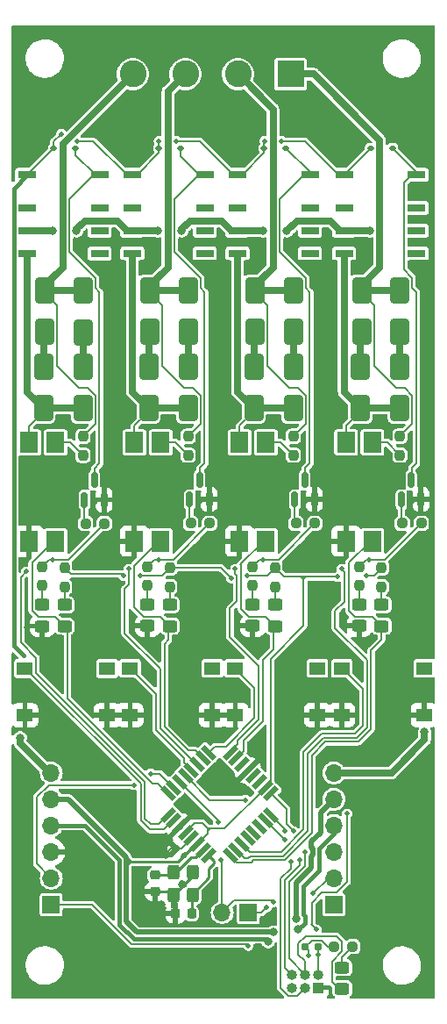
<source format=gbr>
%TF.GenerationSoftware,KiCad,Pcbnew,7.0.7*%
%TF.CreationDate,2024-01-28T22:13:11+01:00*%
%TF.ProjectId,relayTracker,72656c61-7954-4726-9163-6b65722e6b69,rev?*%
%TF.SameCoordinates,Original*%
%TF.FileFunction,Copper,L1,Top*%
%TF.FilePolarity,Positive*%
%FSLAX46Y46*%
G04 Gerber Fmt 4.6, Leading zero omitted, Abs format (unit mm)*
G04 Created by KiCad (PCBNEW 7.0.7) date 2024-01-28 22:13:11*
%MOMM*%
%LPD*%
G01*
G04 APERTURE LIST*
G04 Aperture macros list*
%AMRoundRect*
0 Rectangle with rounded corners*
0 $1 Rounding radius*
0 $2 $3 $4 $5 $6 $7 $8 $9 X,Y pos of 4 corners*
0 Add a 4 corners polygon primitive as box body*
4,1,4,$2,$3,$4,$5,$6,$7,$8,$9,$2,$3,0*
0 Add four circle primitives for the rounded corners*
1,1,$1+$1,$2,$3*
1,1,$1+$1,$4,$5*
1,1,$1+$1,$6,$7*
1,1,$1+$1,$8,$9*
0 Add four rect primitives between the rounded corners*
20,1,$1+$1,$2,$3,$4,$5,0*
20,1,$1+$1,$4,$5,$6,$7,0*
20,1,$1+$1,$6,$7,$8,$9,0*
20,1,$1+$1,$8,$9,$2,$3,0*%
%AMRotRect*
0 Rectangle, with rotation*
0 The origin of the aperture is its center*
0 $1 length*
0 $2 width*
0 $3 Rotation angle, in degrees counterclockwise*
0 Add horizontal line*
21,1,$1,$2,0,0,$3*%
G04 Aperture macros list end*
%TA.AperFunction,SMDPad,CuDef*%
%ADD10RoundRect,0.237500X-0.237500X0.250000X-0.237500X-0.250000X0.237500X-0.250000X0.237500X0.250000X0*%
%TD*%
%TA.AperFunction,SMDPad,CuDef*%
%ADD11RoundRect,0.250000X0.650000X-1.000000X0.650000X1.000000X-0.650000X1.000000X-0.650000X-1.000000X0*%
%TD*%
%TA.AperFunction,SMDPad,CuDef*%
%ADD12RoundRect,0.250000X-0.650000X1.000000X-0.650000X-1.000000X0.650000X-1.000000X0.650000X1.000000X0*%
%TD*%
%TA.AperFunction,SMDPad,CuDef*%
%ADD13R,1.800000X0.800000*%
%TD*%
%TA.AperFunction,SMDPad,CuDef*%
%ADD14RoundRect,0.250000X0.450000X-0.325000X0.450000X0.325000X-0.450000X0.325000X-0.450000X-0.325000X0*%
%TD*%
%TA.AperFunction,SMDPad,CuDef*%
%ADD15RoundRect,0.112500X-0.187500X-0.112500X0.187500X-0.112500X0.187500X0.112500X-0.187500X0.112500X0*%
%TD*%
%TA.AperFunction,SMDPad,CuDef*%
%ADD16R,1.550000X1.300000*%
%TD*%
%TA.AperFunction,ComponentPad*%
%ADD17R,1.000000X1.000000*%
%TD*%
%TA.AperFunction,ComponentPad*%
%ADD18O,1.000000X1.000000*%
%TD*%
%TA.AperFunction,SMDPad,CuDef*%
%ADD19RotRect,1.600000X0.550000X45.000000*%
%TD*%
%TA.AperFunction,SMDPad,CuDef*%
%ADD20RotRect,1.600000X0.550000X135.000000*%
%TD*%
%TA.AperFunction,SMDPad,CuDef*%
%ADD21RoundRect,0.160000X-0.197500X-0.160000X0.197500X-0.160000X0.197500X0.160000X-0.197500X0.160000X0*%
%TD*%
%TA.AperFunction,SMDPad,CuDef*%
%ADD22R,1.780000X2.000000*%
%TD*%
%TA.AperFunction,ComponentPad*%
%ADD23R,1.700000X1.700000*%
%TD*%
%TA.AperFunction,ComponentPad*%
%ADD24O,1.700000X1.700000*%
%TD*%
%TA.AperFunction,SMDPad,CuDef*%
%ADD25RoundRect,0.237500X0.250000X0.237500X-0.250000X0.237500X-0.250000X-0.237500X0.250000X-0.237500X0*%
%TD*%
%TA.AperFunction,SMDPad,CuDef*%
%ADD26RoundRect,0.150000X0.150000X-0.587500X0.150000X0.587500X-0.150000X0.587500X-0.150000X-0.587500X0*%
%TD*%
%TA.AperFunction,SMDPad,CuDef*%
%ADD27RoundRect,0.225000X0.250000X-0.225000X0.250000X0.225000X-0.250000X0.225000X-0.250000X-0.225000X0*%
%TD*%
%TA.AperFunction,SMDPad,CuDef*%
%ADD28RoundRect,0.300000X-0.300000X0.400000X-0.300000X-0.400000X0.300000X-0.400000X0.300000X0.400000X0*%
%TD*%
%TA.AperFunction,SMDPad,CuDef*%
%ADD29RoundRect,0.225000X-0.225000X-0.250000X0.225000X-0.250000X0.225000X0.250000X-0.225000X0.250000X0*%
%TD*%
%TA.AperFunction,ComponentPad*%
%ADD30R,2.600000X2.600000*%
%TD*%
%TA.AperFunction,ComponentPad*%
%ADD31C,2.600000*%
%TD*%
%TA.AperFunction,SMDPad,CuDef*%
%ADD32RoundRect,0.140000X0.219203X0.021213X0.021213X0.219203X-0.219203X-0.021213X-0.021213X-0.219203X0*%
%TD*%
%TA.AperFunction,SMDPad,CuDef*%
%ADD33RoundRect,0.237500X-0.250000X-0.237500X0.250000X-0.237500X0.250000X0.237500X-0.250000X0.237500X0*%
%TD*%
%TA.AperFunction,ViaPad*%
%ADD34C,0.800000*%
%TD*%
%TA.AperFunction,ViaPad*%
%ADD35C,0.500000*%
%TD*%
%TA.AperFunction,Conductor*%
%ADD36C,0.200000*%
%TD*%
%TA.AperFunction,Conductor*%
%ADD37C,0.250000*%
%TD*%
%TA.AperFunction,Conductor*%
%ADD38C,0.500000*%
%TD*%
%TA.AperFunction,Conductor*%
%ADD39C,0.400000*%
%TD*%
%TA.AperFunction,Conductor*%
%ADD40C,0.700000*%
%TD*%
G04 APERTURE END LIST*
D10*
%TO.P,R304,1*%
%TO.N,+5V*%
X96427817Y-63148500D03*
%TO.P,R304,2*%
%TO.N,Net-(D307-A)*%
X96427817Y-64973500D03*
%TD*%
D11*
%TO.P,D503,1,K*%
%TO.N,Net-(D503-K)*%
X104654817Y-40354000D03*
%TO.P,D503,2,A*%
%TO.N,/relay2/TRACK*%
X104654817Y-36354000D03*
%TD*%
D12*
%TO.P,D705,1,K*%
%TO.N,/relay4/TRACK*%
X128784817Y-36386000D03*
%TO.P,D705,2,A*%
%TO.N,Net-(D705-A)*%
X128784817Y-40386000D03*
%TD*%
D13*
%TO.P,K701,1*%
%TO.N,+12V*%
X123407817Y-25199000D03*
%TO.P,K701,2*%
%TO.N,unconnected-(K701-Pad2)*%
X123407817Y-28399000D03*
%TO.P,K701,3*%
%TO.N,/B2B/COM*%
X123407817Y-30599000D03*
%TO.P,K701,4*%
%TO.N,Net-(D704-K)*%
X123407817Y-32799000D03*
%TO.P,K701,5*%
%TO.N,unconnected-(K701-Pad5)*%
X130407817Y-32799000D03*
%TO.P,K701,6*%
%TO.N,unconnected-(K701-Pad6)*%
X130407817Y-30599000D03*
%TO.P,K701,7*%
%TO.N,unconnected-(K701-Pad7)*%
X130407817Y-28399000D03*
%TO.P,K701,8*%
%TO.N,Net-(D702-A)*%
X130407817Y-25199000D03*
%TD*%
D14*
%TO.P,D607,1,K*%
%TO.N,/CPU/relay3.sensor*%
X116747817Y-68759000D03*
%TO.P,D607,2,A*%
%TO.N,Net-(D607-A)*%
X116747817Y-66709000D03*
%TD*%
D12*
%TO.P,D305,1,K*%
%TO.N,/relay1/TRACK*%
X98177817Y-36396000D03*
%TO.P,D305,2,A*%
%TO.N,Net-(D305-A)*%
X98177817Y-40396000D03*
%TD*%
D15*
%TO.P,D602,1,K*%
%TO.N,+12V*%
X115697817Y-22649000D03*
%TO.P,D602,2,A*%
%TO.N,Net-(D602-A)*%
X117797817Y-22649000D03*
%TD*%
D10*
%TO.P,R603,1*%
%TO.N,/relay3/TRACK*%
X118525817Y-50438500D03*
%TO.P,R603,2*%
%TO.N,Net-(R603-Pad2)*%
X118525817Y-52263500D03*
%TD*%
D12*
%TO.P,D505,1,K*%
%TO.N,/relay2/TRACK*%
X108337817Y-36386000D03*
%TO.P,D505,2,A*%
%TO.N,Net-(D505-A)*%
X108337817Y-40386000D03*
%TD*%
D16*
%TO.P,SW501,1,1*%
%TO.N,/CPU/relay2.add*%
X102743000Y-72843000D03*
X110693000Y-72843000D03*
%TO.P,SW501,2,2*%
%TO.N,GND*%
X102743000Y-77343000D03*
X110693000Y-77343000D03*
%TD*%
D17*
%TO.P,U201,1*%
%TO.N,GND*%
X120909000Y-103642000D03*
D18*
%TO.P,U201,2*%
%TO.N,/CPU/reset*%
X120909000Y-102372000D03*
%TO.P,U201,3*%
%TO.N,/CPU/MOSI*%
X119639000Y-103642000D03*
%TO.P,U201,4*%
%TO.N,/CPU/LED*%
X119639000Y-102372000D03*
%TO.P,U201,5*%
%TO.N,+5V*%
X118369000Y-103642000D03*
%TO.P,U201,6*%
%TO.N,/CPU/MISO*%
X118369000Y-102372000D03*
%TD*%
D10*
%TO.P,R504,1*%
%TO.N,+5V*%
X106587817Y-63138500D03*
%TO.P,R504,2*%
%TO.N,Net-(D507-A)*%
X106587817Y-64963500D03*
%TD*%
D13*
%TO.P,K301,1*%
%TO.N,+12V*%
X92800817Y-25209000D03*
%TO.P,K301,2*%
%TO.N,unconnected-(K301-Pad2)*%
X92800817Y-28409000D03*
%TO.P,K301,3*%
%TO.N,/B2B/COM*%
X92800817Y-30609000D03*
%TO.P,K301,4*%
%TO.N,Net-(D304-K)*%
X92800817Y-32809000D03*
%TO.P,K301,5*%
%TO.N,unconnected-(K301-Pad5)*%
X99800817Y-32809000D03*
%TO.P,K301,6*%
%TO.N,unconnected-(K301-Pad6)*%
X99800817Y-30609000D03*
%TO.P,K301,7*%
%TO.N,unconnected-(K301-Pad7)*%
X99800817Y-28409000D03*
%TO.P,K301,8*%
%TO.N,Net-(D302-A)*%
X99800817Y-25209000D03*
%TD*%
%TO.P,K501,1*%
%TO.N,+12V*%
X102960817Y-25199000D03*
%TO.P,K501,2*%
%TO.N,unconnected-(K501-Pad2)*%
X102960817Y-28399000D03*
%TO.P,K501,3*%
%TO.N,/B2B/COM*%
X102960817Y-30599000D03*
%TO.P,K501,4*%
%TO.N,Net-(D504-K)*%
X102960817Y-32799000D03*
%TO.P,K501,5*%
%TO.N,unconnected-(K501-Pad5)*%
X109960817Y-32799000D03*
%TO.P,K501,6*%
%TO.N,unconnected-(K501-Pad6)*%
X109960817Y-30599000D03*
%TO.P,K501,7*%
%TO.N,unconnected-(K501-Pad7)*%
X109960817Y-28399000D03*
%TO.P,K501,8*%
%TO.N,Net-(D502-A)*%
X109960817Y-25199000D03*
%TD*%
D19*
%TO.P,U202,1,PD3*%
%TO.N,/CPU/relay1.relay*%
X106396221Y-86960573D03*
%TO.P,U202,2,PD4*%
%TO.N,/CPU/relay1.add*%
X106961907Y-87526258D03*
%TO.P,U202,3,GND*%
%TO.N,GND*%
X107527592Y-88091944D03*
%TO.P,U202,4,VCC*%
%TO.N,+5V*%
X108093277Y-88657629D03*
%TO.P,U202,5,GND*%
%TO.N,GND*%
X108658963Y-89223315D03*
%TO.P,U202,6,VCC*%
%TO.N,+5V*%
X109224648Y-89789000D03*
%TO.P,U202,7,XTAL1/PB6*%
%TO.N,/CPU/X1*%
X109790334Y-90354685D03*
%TO.P,U202,8,XTAL2/PB7*%
%TO.N,/CPU/X2*%
X110356019Y-90920371D03*
D20*
%TO.P,U202,9,PD5*%
%TO.N,/CPU/relay4.sensor*%
X112406629Y-90920371D03*
%TO.P,U202,10,PD6*%
%TO.N,/CPU/relay4.relay*%
X112972314Y-90354685D03*
%TO.P,U202,11,PD7*%
%TO.N,/CPU/relay4.add*%
X113538000Y-89789000D03*
%TO.P,U202,12,PB0*%
%TO.N,unconnected-(U202-PB0-Pad12)*%
X114103685Y-89223315D03*
%TO.P,U202,13,PB1*%
%TO.N,unconnected-(U202-PB1-Pad13)*%
X114669371Y-88657629D03*
%TO.P,U202,14,PB2*%
%TO.N,unconnected-(U202-PB2-Pad14)*%
X115235056Y-88091944D03*
%TO.P,U202,15,PB3*%
%TO.N,/CPU/MOSI*%
X115800741Y-87526258D03*
%TO.P,U202,16,PB4*%
%TO.N,/CPU/MISO*%
X116366427Y-86960573D03*
D19*
%TO.P,U202,17,PB5*%
%TO.N,/CPU/LED*%
X116366427Y-84909963D03*
%TO.P,U202,18,AVCC*%
%TO.N,+5V*%
X115800741Y-84344278D03*
%TO.P,U202,19,ADC6*%
%TO.N,unconnected-(U202-ADC6-Pad19)*%
X115235056Y-83778592D03*
%TO.P,U202,20,AREF*%
%TO.N,unconnected-(U202-AREF-Pad20)*%
X114669371Y-83212907D03*
%TO.P,U202,21,GND*%
%TO.N,GND*%
X114103685Y-82647221D03*
%TO.P,U202,22,ADC7*%
%TO.N,unconnected-(U202-ADC7-Pad22)*%
X113538000Y-82081536D03*
%TO.P,U202,23,PC0*%
%TO.N,/CPU/relay3.sensor*%
X112972314Y-81515851D03*
%TO.P,U202,24,PC1*%
%TO.N,/CPU/relay3.relay*%
X112406629Y-80950165D03*
D20*
%TO.P,U202,25,PC2*%
%TO.N,/CPU/relay3.add*%
X110356019Y-80950165D03*
%TO.P,U202,26,PC3*%
%TO.N,/CPU/relay2.sensor*%
X109790334Y-81515851D03*
%TO.P,U202,27,PC4*%
%TO.N,/CPU/relay2.relay*%
X109224648Y-82081536D03*
%TO.P,U202,28,PC5*%
%TO.N,/CPU/relay2.add*%
X108658963Y-82647221D03*
%TO.P,U202,29,~{RESET}/PC6*%
%TO.N,/CPU/reset*%
X108093277Y-83212907D03*
%TO.P,U202,30,PD0*%
%TO.N,/B2B/Tx*%
X107527592Y-83778592D03*
%TO.P,U202,31,PD1*%
%TO.N,/B2B/Rx*%
X106961907Y-84344278D03*
%TO.P,U202,32,PD2*%
%TO.N,/CPU/relay1.sensor*%
X106396221Y-84909963D03*
%TD*%
D12*
%TO.P,D606,1,K*%
%TO.N,Net-(D605-A)*%
X118497817Y-43720000D03*
%TO.P,D606,2,A*%
%TO.N,Net-(D604-K)*%
X118497817Y-47720000D03*
%TD*%
D10*
%TO.P,R301,1*%
%TO.N,/CPU/relay1.relay*%
X94268817Y-63012500D03*
%TO.P,R301,2*%
%TO.N,Net-(D301-A)*%
X94268817Y-64837500D03*
%TD*%
%TO.P,R503,1*%
%TO.N,/relay2/TRACK*%
X108365817Y-50438500D03*
%TO.P,R503,2*%
%TO.N,Net-(R503-Pad2)*%
X108365817Y-52263500D03*
%TD*%
D16*
%TO.P,SW601,1,1*%
%TO.N,/CPU/relay3.add*%
X112903000Y-72843000D03*
X120853000Y-72843000D03*
%TO.P,SW601,2,2*%
%TO.N,GND*%
X112903000Y-77343000D03*
X120853000Y-77343000D03*
%TD*%
D11*
%TO.P,D703,1,K*%
%TO.N,Net-(D703-K)*%
X125101817Y-40354000D03*
%TO.P,D703,2,A*%
%TO.N,/relay4/TRACK*%
X125101817Y-36354000D03*
%TD*%
D15*
%TO.P,D302,1,K*%
%TO.N,+12V*%
X95377817Y-22659000D03*
%TO.P,D302,2,A*%
%TO.N,Net-(D302-A)*%
X97477817Y-22659000D03*
%TD*%
D11*
%TO.P,D304,1,K*%
%TO.N,Net-(D304-K)*%
X94367817Y-47730000D03*
%TO.P,D304,2,A*%
%TO.N,Net-(D303-K)*%
X94367817Y-43730000D03*
%TD*%
D10*
%TO.P,R604,1*%
%TO.N,+5V*%
X116747817Y-63138500D03*
%TO.P,R604,2*%
%TO.N,Net-(D607-A)*%
X116747817Y-64963500D03*
%TD*%
D12*
%TO.P,D605,1,K*%
%TO.N,/relay3/TRACK*%
X118497817Y-36386000D03*
%TO.P,D605,2,A*%
%TO.N,Net-(D605-A)*%
X118497817Y-40386000D03*
%TD*%
D14*
%TO.P,D707,1,K*%
%TO.N,/CPU/relay4.sensor*%
X127034817Y-68759000D03*
%TO.P,D707,2,A*%
%TO.N,Net-(D707-A)*%
X127034817Y-66709000D03*
%TD*%
D10*
%TO.P,R704,1*%
%TO.N,+5V*%
X127034817Y-63138500D03*
%TO.P,R704,2*%
%TO.N,Net-(D707-A)*%
X127034817Y-64963500D03*
%TD*%
D11*
%TO.P,D603,1,K*%
%TO.N,Net-(D603-K)*%
X114814817Y-40354000D03*
%TO.P,D603,2,A*%
%TO.N,/relay3/TRACK*%
X114814817Y-36354000D03*
%TD*%
D16*
%TO.P,SW701,1,1*%
%TO.N,/CPU/relay4.add*%
X123190000Y-72843000D03*
X131140000Y-72843000D03*
%TO.P,SW701,2,2*%
%TO.N,GND*%
X123190000Y-77343000D03*
X131140000Y-77343000D03*
%TD*%
D21*
%TO.P,R202,1*%
%TO.N,+5V*%
X119676500Y-99705000D03*
%TO.P,R202,2*%
%TO.N,/CPU/reset*%
X120871500Y-99705000D03*
%TD*%
D22*
%TO.P,U701,1*%
%TO.N,Net-(R703-Pad2)*%
X126145817Y-51031000D03*
%TO.P,U701,2*%
%TO.N,Net-(D704-K)*%
X123605817Y-51031000D03*
%TO.P,U701,3*%
%TO.N,GND*%
X123605817Y-60561000D03*
%TO.P,U701,4*%
%TO.N,/CPU/relay4.sensor*%
X126145817Y-60561000D03*
%TD*%
D23*
%TO.P,J402,1,Pin_1*%
%TO.N,/B2B/TxToCentral*%
X114173000Y-96393000D03*
D24*
%TO.P,J402,2,Pin_2*%
%TO.N,/B2B/Tx*%
X111633000Y-96393000D03*
%TD*%
D11*
%TO.P,D604,1,K*%
%TO.N,Net-(D604-K)*%
X114687817Y-47720000D03*
%TO.P,D604,2,A*%
%TO.N,Net-(D603-K)*%
X114687817Y-43720000D03*
%TD*%
D14*
%TO.P,D307,1,K*%
%TO.N,/CPU/relay1.sensor*%
X96427817Y-68769000D03*
%TO.P,D307,2,A*%
%TO.N,Net-(D307-A)*%
X96427817Y-66719000D03*
%TD*%
D10*
%TO.P,R703,1*%
%TO.N,/relay4/TRACK*%
X128812817Y-50438500D03*
%TO.P,R703,2*%
%TO.N,Net-(R703-Pad2)*%
X128812817Y-52263500D03*
%TD*%
D14*
%TO.P,D601,1,K*%
%TO.N,GND*%
X114588817Y-68750000D03*
%TO.P,D601,2,A*%
%TO.N,Net-(D601-A)*%
X114588817Y-66700000D03*
%TD*%
D25*
%TO.P,R602,1*%
%TO.N,/CPU/relay3.relay*%
X120581317Y-58844000D03*
%TO.P,R602,2*%
%TO.N,Net-(Q601-B)*%
X118756317Y-58844000D03*
%TD*%
D11*
%TO.P,D303,1,K*%
%TO.N,Net-(D303-K)*%
X94494817Y-40364000D03*
%TO.P,D303,2,A*%
%TO.N,/relay1/TRACK*%
X94494817Y-36364000D03*
%TD*%
D10*
%TO.P,R701,1*%
%TO.N,/CPU/relay4.relay*%
X124875817Y-63002500D03*
%TO.P,R701,2*%
%TO.N,Net-(D701-A)*%
X124875817Y-64827500D03*
%TD*%
D12*
%TO.P,D706,1,K*%
%TO.N,Net-(D705-A)*%
X128784817Y-43720000D03*
%TO.P,D706,2,A*%
%TO.N,Net-(D704-K)*%
X128784817Y-47720000D03*
%TD*%
D22*
%TO.P,U501,1*%
%TO.N,Net-(R503-Pad2)*%
X105698817Y-51031000D03*
%TO.P,U501,2*%
%TO.N,Net-(D504-K)*%
X103158817Y-51031000D03*
%TO.P,U501,3*%
%TO.N,GND*%
X103158817Y-60561000D03*
%TO.P,U501,4*%
%TO.N,/CPU/relay2.sensor*%
X105698817Y-60561000D03*
%TD*%
D26*
%TO.P,Q701,1,B*%
%TO.N,Net-(Q701-B)*%
X128944817Y-56558000D03*
%TO.P,Q701,2,E*%
%TO.N,GND*%
X130844817Y-56558000D03*
%TO.P,Q701,3,C*%
%TO.N,Net-(D702-A)*%
X129894817Y-54683000D03*
%TD*%
D12*
%TO.P,D506,1,K*%
%TO.N,Net-(D505-A)*%
X108337817Y-43720000D03*
%TO.P,D506,2,A*%
%TO.N,Net-(D504-K)*%
X108337817Y-47720000D03*
%TD*%
D26*
%TO.P,Q501,1,B*%
%TO.N,Net-(Q501-B)*%
X108497817Y-56558000D03*
%TO.P,Q501,2,E*%
%TO.N,GND*%
X110397817Y-56558000D03*
%TO.P,Q501,3,C*%
%TO.N,Net-(D502-A)*%
X109447817Y-54683000D03*
%TD*%
D13*
%TO.P,K601,1*%
%TO.N,+12V*%
X113120817Y-25199000D03*
%TO.P,K601,2*%
%TO.N,unconnected-(K601-Pad2)*%
X113120817Y-28399000D03*
%TO.P,K601,3*%
%TO.N,/B2B/COM*%
X113120817Y-30599000D03*
%TO.P,K601,4*%
%TO.N,Net-(D604-K)*%
X113120817Y-32799000D03*
%TO.P,K601,5*%
%TO.N,unconnected-(K601-Pad5)*%
X120120817Y-32799000D03*
%TO.P,K601,6*%
%TO.N,unconnected-(K601-Pad6)*%
X120120817Y-30599000D03*
%TO.P,K601,7*%
%TO.N,unconnected-(K601-Pad7)*%
X120120817Y-28399000D03*
%TO.P,K601,8*%
%TO.N,Net-(D602-A)*%
X120120817Y-25199000D03*
%TD*%
D15*
%TO.P,D702,1,K*%
%TO.N,+12V*%
X125984817Y-22649000D03*
%TO.P,D702,2,A*%
%TO.N,Net-(D702-A)*%
X128084817Y-22649000D03*
%TD*%
D25*
%TO.P,R702,1*%
%TO.N,/CPU/relay4.relay*%
X130868317Y-58844000D03*
%TO.P,R702,2*%
%TO.N,Net-(Q701-B)*%
X129043317Y-58844000D03*
%TD*%
D12*
%TO.P,D306,1,K*%
%TO.N,Net-(D305-A)*%
X98177817Y-43730000D03*
%TO.P,D306,2,A*%
%TO.N,Net-(D304-K)*%
X98177817Y-47730000D03*
%TD*%
D26*
%TO.P,Q601,1,B*%
%TO.N,Net-(Q601-B)*%
X118657817Y-56558000D03*
%TO.P,Q601,2,E*%
%TO.N,GND*%
X120557817Y-56558000D03*
%TO.P,Q601,3,C*%
%TO.N,Net-(D602-A)*%
X119607817Y-54683000D03*
%TD*%
D25*
%TO.P,R502,1*%
%TO.N,/CPU/relay2.relay*%
X110421317Y-58844000D03*
%TO.P,R502,2*%
%TO.N,Net-(Q501-B)*%
X108596317Y-58844000D03*
%TD*%
D15*
%TO.P,D502,1,K*%
%TO.N,+12V*%
X105537817Y-22649000D03*
%TO.P,D502,2,A*%
%TO.N,Net-(D502-A)*%
X107637817Y-22649000D03*
%TD*%
D27*
%TO.P,C201,1*%
%TO.N,GND*%
X105149324Y-94340268D03*
%TO.P,C201,2*%
%TO.N,/CPU/X1*%
X105149324Y-92790268D03*
%TD*%
D25*
%TO.P,R302,1*%
%TO.N,/CPU/relay1.relay*%
X100261317Y-58854000D03*
%TO.P,R302,2*%
%TO.N,Net-(Q301-B)*%
X98436317Y-58854000D03*
%TD*%
D10*
%TO.P,R501,1*%
%TO.N,/CPU/relay2.relay*%
X104428817Y-63002500D03*
%TO.P,R501,2*%
%TO.N,Net-(D501-A)*%
X104428817Y-64827500D03*
%TD*%
%TO.P,R303,1*%
%TO.N,/relay1/TRACK*%
X98205817Y-50448500D03*
%TO.P,R303,2*%
%TO.N,Net-(R303-Pad2)*%
X98205817Y-52273500D03*
%TD*%
D11*
%TO.P,D704,1,K*%
%TO.N,Net-(D704-K)*%
X124974817Y-47720000D03*
%TO.P,D704,2,A*%
%TO.N,Net-(D703-K)*%
X124974817Y-43720000D03*
%TD*%
D14*
%TO.P,D301,1,K*%
%TO.N,GND*%
X94268817Y-68760000D03*
%TO.P,D301,2,A*%
%TO.N,Net-(D301-A)*%
X94268817Y-66710000D03*
%TD*%
D26*
%TO.P,Q301,1,B*%
%TO.N,Net-(Q301-B)*%
X98337817Y-56568000D03*
%TO.P,Q301,2,E*%
%TO.N,GND*%
X100237817Y-56568000D03*
%TO.P,Q301,3,C*%
%TO.N,Net-(D302-A)*%
X99287817Y-54693000D03*
%TD*%
D14*
%TO.P,D701,1,K*%
%TO.N,GND*%
X124875817Y-68750000D03*
%TO.P,D701,2,A*%
%TO.N,Net-(D701-A)*%
X124875817Y-66700000D03*
%TD*%
D28*
%TO.P,Y201,1,1*%
%TO.N,/CPU/X1*%
X106900324Y-92508268D03*
%TO.P,Y201,2,GND*%
%TO.N,GND*%
X106900324Y-94708268D03*
%TO.P,Y201,3,3*%
%TO.N,/CPU/X2*%
X108800324Y-94708268D03*
%TO.P,Y201,4,GND*%
%TO.N,GND*%
X108800324Y-92508268D03*
%TD*%
D10*
%TO.P,R601,1*%
%TO.N,/CPU/relay3.relay*%
X114588817Y-63002500D03*
%TO.P,R601,2*%
%TO.N,Net-(D601-A)*%
X114588817Y-64827500D03*
%TD*%
D23*
%TO.P,J401,1,Pin_1*%
%TO.N,/B2B/TxToCentral*%
X95123000Y-95631000D03*
D24*
%TO.P,J401,2,Pin_2*%
%TO.N,/B2B/Rx*%
X95123000Y-93091000D03*
%TO.P,J401,3,Pin_3*%
%TO.N,GND*%
X95123000Y-90551000D03*
%TO.P,J401,4,Pin_4*%
%TO.N,+12V*%
X95123000Y-88011000D03*
%TO.P,J401,5,Pin_5*%
%TO.N,+5V*%
X95123000Y-85471000D03*
%TO.P,J401,6,Pin_6*%
%TO.N,/B2B/COM*%
X95123000Y-82931000D03*
%TD*%
D29*
%TO.P,C203,1*%
%TO.N,GND*%
X107136324Y-96486268D03*
%TO.P,C203,2*%
%TO.N,/CPU/X2*%
X108686324Y-96486268D03*
%TD*%
D16*
%TO.P,SW301,1,1*%
%TO.N,/CPU/relay1.add*%
X92583000Y-72853000D03*
X100533000Y-72853000D03*
%TO.P,SW301,2,2*%
%TO.N,GND*%
X92583000Y-77353000D03*
X100533000Y-77353000D03*
%TD*%
D22*
%TO.P,U301,1*%
%TO.N,Net-(R303-Pad2)*%
X95538817Y-51041000D03*
%TO.P,U301,2*%
%TO.N,Net-(D304-K)*%
X92998817Y-51041000D03*
%TO.P,U301,3*%
%TO.N,GND*%
X92998817Y-60571000D03*
%TO.P,U301,4*%
%TO.N,/CPU/relay1.sensor*%
X95538817Y-60571000D03*
%TD*%
D30*
%TO.P,J101,1,Pin_1*%
%TO.N,/relay4/TRACK*%
X118240000Y-15500000D03*
D31*
%TO.P,J101,2,Pin_2*%
%TO.N,/relay3/TRACK*%
X113160000Y-15500000D03*
%TO.P,J101,3,Pin_3*%
%TO.N,/relay2/TRACK*%
X108080000Y-15500000D03*
%TO.P,J101,4,Pin_4*%
%TO.N,/relay1/TRACK*%
X103000000Y-15500000D03*
%TD*%
D32*
%TO.P,C202,1*%
%TO.N,+5V*%
X107911324Y-90898268D03*
%TO.P,C202,2*%
%TO.N,GND*%
X107232502Y-90219446D03*
%TD*%
D23*
%TO.P,J403,1,Pin_1*%
%TO.N,/B2B/TxToCentral*%
X122428000Y-95631000D03*
D24*
%TO.P,J403,2,Pin_2*%
%TO.N,/B2B/Tx*%
X122428000Y-93091000D03*
%TO.P,J403,3,Pin_3*%
%TO.N,GND*%
X122428000Y-90551000D03*
%TO.P,J403,4,Pin_4*%
%TO.N,+12V*%
X122428000Y-88011000D03*
%TO.P,J403,5,Pin_5*%
%TO.N,+5V*%
X122428000Y-85471000D03*
%TO.P,J403,6,Pin_6*%
%TO.N,/B2B/COM*%
X122428000Y-82931000D03*
%TD*%
D22*
%TO.P,U601,1*%
%TO.N,Net-(R603-Pad2)*%
X115858817Y-51031000D03*
%TO.P,U601,2*%
%TO.N,Net-(D604-K)*%
X113318817Y-51031000D03*
%TO.P,U601,3*%
%TO.N,GND*%
X113318817Y-60561000D03*
%TO.P,U601,4*%
%TO.N,/CPU/relay3.sensor*%
X115858817Y-60561000D03*
%TD*%
D14*
%TO.P,D507,1,K*%
%TO.N,/CPU/relay2.sensor*%
X106587817Y-68759000D03*
%TO.P,D507,2,A*%
%TO.N,Net-(D507-A)*%
X106587817Y-66709000D03*
%TD*%
%TO.P,D501,1,K*%
%TO.N,GND*%
X104428817Y-68750000D03*
%TO.P,D501,2,A*%
%TO.N,Net-(D501-A)*%
X104428817Y-66700000D03*
%TD*%
%TO.P,D201,1,K*%
%TO.N,/CPU/LED*%
X123231000Y-103751500D03*
%TO.P,D201,2,A*%
%TO.N,Net-(D201-A)*%
X123231000Y-101701500D03*
%TD*%
D11*
%TO.P,D504,1,K*%
%TO.N,Net-(D504-K)*%
X104527817Y-47720000D03*
%TO.P,D504,2,A*%
%TO.N,Net-(D503-K)*%
X104527817Y-43720000D03*
%TD*%
D33*
%TO.P,R201,1*%
%TO.N,+5V*%
X122404500Y-99695000D03*
%TO.P,R201,2*%
%TO.N,Net-(D201-A)*%
X124229500Y-99695000D03*
%TD*%
D34*
%TO.N,GND*%
X99187000Y-85725000D03*
X100076000Y-93980000D03*
X97790000Y-98806000D03*
X92329000Y-90424000D03*
X130302000Y-95631000D03*
X129921000Y-85344000D03*
X110617000Y-94742000D03*
X103505000Y-92837000D03*
X110490000Y-83820000D03*
X108966000Y-86741000D03*
X103886000Y-81153000D03*
X99949000Y-82677000D03*
X98044000Y-74676000D03*
X95377000Y-73279000D03*
X101473000Y-75057000D03*
X108204000Y-75311000D03*
X117602000Y-74549000D03*
X111633000Y-75184000D03*
X122047000Y-74930000D03*
X128270000Y-74676000D03*
X129921000Y-69215000D03*
X125222000Y-53721000D03*
X114427000Y-53594000D03*
X103886000Y-53975000D03*
X94361000Y-53467000D03*
X101092000Y-48260000D03*
X111379000Y-48260000D03*
X121666000Y-48641000D03*
X125095000Y-34036000D03*
X121539000Y-35052000D03*
X114681000Y-33909000D03*
X111252000Y-35052000D03*
X100965000Y-35687000D03*
X104648000Y-33909000D03*
X92964000Y-20955000D03*
X129921000Y-20955000D03*
X102235000Y-21336000D03*
X111887000Y-20193000D03*
X122174000Y-21590000D03*
D35*
X92744817Y-68887000D03*
X123224817Y-58590000D03*
X100872817Y-57838000D03*
X92490817Y-62410000D03*
X92617817Y-58600000D03*
X104051000Y-77379000D03*
X113064817Y-68877000D03*
X124498000Y-77379000D03*
X129794000Y-77343000D03*
X119507000Y-77343000D03*
X102904817Y-68877000D03*
D34*
X106172000Y-90771268D03*
D35*
X130810000Y-57912000D03*
X112903000Y-83820000D03*
X100618817Y-55044000D03*
X119668817Y-56812000D03*
X99348817Y-56822000D03*
X111032817Y-57828000D03*
X110778817Y-55034000D03*
X98933000Y-77089000D03*
X93891000Y-77389000D03*
X109347000Y-77470000D03*
X123097817Y-62400000D03*
X120938817Y-55034000D03*
X104174817Y-58590000D03*
X114334817Y-58590000D03*
X102650817Y-62400000D03*
D34*
X105752324Y-95597268D03*
D35*
X123351817Y-68877000D03*
X115316000Y-81661000D03*
X124621817Y-58590000D03*
X102777817Y-58590000D03*
X129955817Y-56812000D03*
X121192817Y-57828000D03*
X130810000Y-55118000D03*
X112810817Y-62400000D03*
X109508817Y-56812000D03*
X112937817Y-58590000D03*
D34*
X107784324Y-93692268D03*
D35*
X94014817Y-58600000D03*
%TO.N,+5V*%
X122809000Y-64008000D03*
X114021500Y-63905406D03*
X102108500Y-63881000D03*
D34*
X116586000Y-98298000D03*
D35*
X125603000Y-63881000D03*
D34*
X118801185Y-97028000D03*
D35*
X103759000Y-63905406D03*
X120015000Y-100584000D03*
X112522000Y-64135000D03*
%TO.N,/CPU/LED*%
X119675500Y-90551000D03*
X118554500Y-88567388D03*
%TO.N,+12V*%
X92456000Y-71628000D03*
X117347317Y-21971000D03*
X105537000Y-21971000D03*
X107187317Y-21971000D03*
X96086168Y-21283168D03*
X97661333Y-21969333D03*
D34*
X116078000Y-99187000D03*
D35*
X115748317Y-21971000D03*
D34*
X118999000Y-98044000D03*
%TO.N,/B2B/COM*%
X107737317Y-30607000D03*
X95278317Y-30607000D03*
X105410000Y-30607000D03*
X125885317Y-30607000D03*
X92125917Y-79540583D03*
X131191000Y-78994000D03*
X97577317Y-30607000D03*
X115598317Y-30607000D03*
X117897317Y-30607000D03*
D35*
%TO.N,/B2B/Rx*%
X103116444Y-84081556D03*
X104713242Y-82992758D03*
%TO.N,/B2B/TxToCentral*%
X115951000Y-95885000D03*
X114173000Y-99597500D03*
%TO.N,/B2B/Tx*%
X116605593Y-95357407D03*
X111506000Y-91313000D03*
X120427353Y-94554536D03*
X111252000Y-87715500D03*
%TO.N,/CPU/reset*%
X113844451Y-85523457D03*
X120777000Y-98044000D03*
X120909000Y-100457000D03*
X123698000Y-86868000D03*
%TO.N,/CPU/relay1.relay*%
X92719317Y-63500000D03*
X95250000Y-62361000D03*
%TO.N,/CPU/relay2.relay*%
X102616000Y-63246000D03*
X105537000Y-62351000D03*
%TO.N,/CPU/relay3.relay*%
X115570000Y-62351000D03*
X112903000Y-63246000D03*
%TO.N,/CPU/relay4.relay*%
X125857000Y-62351000D03*
X123190000Y-63246000D03*
%TO.N,/CPU/MOSI*%
X117721444Y-89400444D03*
X118302242Y-91505242D03*
%TO.N,/CPU/MISO*%
X117729000Y-88519000D03*
X119126000Y-91313000D03*
%TD*%
D36*
%TO.N,GND*%
X106807000Y-88812536D02*
X106807000Y-89793944D01*
D37*
X107784324Y-93692268D02*
X107784324Y-93824268D01*
D36*
X106807000Y-89793944D02*
X107232502Y-90219446D01*
X114329779Y-82647221D02*
X115316000Y-81661000D01*
D37*
X108800324Y-92508268D02*
X108800324Y-92808268D01*
X107784324Y-93824268D02*
X106900324Y-94708268D01*
D36*
X108658963Y-89223315D02*
X107662832Y-90219446D01*
D37*
X107136324Y-96486268D02*
X107136324Y-94944268D01*
X108800324Y-92808268D02*
X107916324Y-93692268D01*
X107916324Y-93692268D02*
X107784324Y-93692268D01*
X105149324Y-94340268D02*
X106532324Y-94340268D01*
D36*
X107662832Y-90219446D02*
X107232502Y-90219446D01*
X114103685Y-82647221D02*
X114075779Y-82647221D01*
X114075779Y-82647221D02*
X112903000Y-83820000D01*
D37*
X106532324Y-94340268D02*
X106900324Y-94708268D01*
D36*
X107527592Y-88091944D02*
X106807000Y-88812536D01*
D37*
X107136324Y-94944268D02*
X106900324Y-94708268D01*
D36*
X106172000Y-90771268D02*
X106723822Y-90219446D01*
X106723822Y-90219446D02*
X107232502Y-90219446D01*
X114103685Y-82647221D02*
X114329779Y-82647221D01*
D37*
%TO.N,/CPU/X1*%
X108595527Y-91069665D02*
X107156924Y-92508268D01*
X105149324Y-92790268D02*
X106618324Y-92790268D01*
X109790334Y-90354685D02*
X109075354Y-91069665D01*
X109075354Y-91069665D02*
X108595527Y-91069665D01*
X107156924Y-92508268D02*
X106900324Y-92508268D01*
X106618324Y-92790268D02*
X106900324Y-92508268D01*
D36*
%TO.N,+5V*%
X110236000Y-88265000D02*
X110490000Y-88265000D01*
X115800741Y-84344278D02*
X116295196Y-83849823D01*
X116747817Y-63138500D02*
X117617317Y-64008000D01*
D38*
X120226000Y-90990450D02*
X120375500Y-90840950D01*
X120226000Y-90111550D02*
X120226000Y-89582188D01*
D36*
X119507000Y-64008000D02*
X119761000Y-64008000D01*
D37*
X102686732Y-91496268D02*
X102362000Y-91821000D01*
X102799268Y-91496268D02*
X102362000Y-91059000D01*
X107326324Y-91483268D02*
X106485305Y-91483268D01*
D36*
X115980911Y-63905406D02*
X116747817Y-63138500D01*
D37*
X107911324Y-90898268D02*
X107326324Y-91483268D01*
D38*
X118801185Y-97028000D02*
X118801185Y-93547005D01*
D36*
X110236000Y-88265000D02*
X110236000Y-88519000D01*
D38*
X102362000Y-97282000D02*
X103378000Y-98298000D01*
D36*
X119507000Y-64262000D02*
X119507000Y-64008000D01*
X109728000Y-87757000D02*
X110236000Y-88265000D01*
X116295196Y-83849823D02*
X116295196Y-71918804D01*
X110236000Y-88773000D02*
X109224648Y-89784352D01*
X114021500Y-63905406D02*
X115980911Y-63905406D01*
X119253000Y-64008000D02*
X119507000Y-64262000D01*
X122404500Y-99695000D02*
X121869538Y-99695000D01*
X119761000Y-64008000D02*
X122809000Y-64008000D01*
X105820911Y-63905406D02*
X106587817Y-63138500D01*
X112522000Y-64135000D02*
X111525500Y-63138500D01*
X109224648Y-89784352D02*
X109224648Y-89789000D01*
D38*
X120375500Y-90840950D02*
X120375500Y-90261050D01*
X95123000Y-85471000D02*
X96774000Y-85471000D01*
D36*
X108993906Y-87757000D02*
X109728000Y-87757000D01*
D37*
X106472305Y-91496268D02*
X102799268Y-91496268D01*
D36*
X117617317Y-64008000D02*
X119253000Y-64008000D01*
X102108500Y-63881000D02*
X101973944Y-63746444D01*
D37*
X102799268Y-91496268D02*
X102686732Y-91496268D01*
D38*
X103378000Y-98298000D02*
X116586000Y-98298000D01*
D36*
X110236000Y-88519000D02*
X110236000Y-88773000D01*
X120015000Y-100584000D02*
X120015000Y-100043500D01*
D38*
X102362000Y-91059000D02*
X102362000Y-91821000D01*
D36*
X97025761Y-63746444D02*
X96427817Y-63148500D01*
D38*
X118801185Y-93547005D02*
X120226000Y-92122190D01*
D36*
X120296500Y-99085000D02*
X119676500Y-99705000D01*
X111525500Y-63138500D02*
X106587817Y-63138500D01*
D38*
X120226000Y-89582188D02*
X121128000Y-88680188D01*
D36*
X116295196Y-71918804D02*
X119507000Y-68707000D01*
D37*
X106485305Y-91483268D02*
X106472305Y-91496268D01*
D36*
X108093277Y-88657629D02*
X108993906Y-87757000D01*
X119507000Y-68707000D02*
X119507000Y-64262000D01*
D38*
X120375500Y-90261050D02*
X120226000Y-90111550D01*
D36*
X121259538Y-99085000D02*
X120296500Y-99085000D01*
X125603000Y-63881000D02*
X126292317Y-63881000D01*
X111880019Y-88265000D02*
X115800741Y-84344278D01*
X101973944Y-63746444D02*
X97025761Y-63746444D01*
X119507000Y-64262000D02*
X119761000Y-64008000D01*
D38*
X121128000Y-86771000D02*
X122428000Y-85471000D01*
D36*
X103759000Y-63905406D02*
X105820911Y-63905406D01*
D38*
X102362000Y-91821000D02*
X102362000Y-97282000D01*
D36*
X126292317Y-63881000D02*
X127034817Y-63138500D01*
X120015000Y-100043500D02*
X119676500Y-99705000D01*
D38*
X120226000Y-92122190D02*
X120226000Y-90990450D01*
D36*
X110236000Y-88519000D02*
X110490000Y-88265000D01*
D37*
X109020592Y-89789000D02*
X107911324Y-90898268D01*
D38*
X96774000Y-85471000D02*
X102362000Y-91059000D01*
X121128000Y-88680188D02*
X121128000Y-86771000D01*
D36*
X121869538Y-99695000D02*
X121259538Y-99085000D01*
D37*
X109224648Y-89789000D02*
X109020592Y-89789000D01*
D36*
X110490000Y-88265000D02*
X111880019Y-88265000D01*
X119253000Y-64008000D02*
X119507000Y-64008000D01*
D37*
%TO.N,/CPU/X2*%
X110356019Y-90920371D02*
X110832324Y-91396676D01*
X110356019Y-92168268D02*
X110356019Y-93025573D01*
X108686324Y-96486268D02*
X108686324Y-94822268D01*
X110832324Y-91691963D02*
X110356019Y-92168268D01*
X108686324Y-94822268D02*
X108800324Y-94708268D01*
X110356019Y-93025573D02*
X108800324Y-94581268D01*
X110832324Y-91396676D02*
X110832324Y-91691963D01*
D36*
%TO.N,Net-(D201-A)*%
X123231000Y-101701500D02*
X123231000Y-100693500D01*
X123231000Y-100693500D02*
X124229500Y-99695000D01*
%TO.N,/CPU/LED*%
X122231000Y-103054000D02*
X122231000Y-101127815D01*
X118999000Y-99374462D02*
X118999000Y-100457000D01*
X119676000Y-90551500D02*
X119676000Y-91894372D01*
X122928500Y-103751500D02*
X122231000Y-103054000D01*
X118999000Y-100457000D02*
X119639000Y-101097000D01*
X117856000Y-87884000D02*
X117856000Y-86399536D01*
X119639000Y-101097000D02*
X119639000Y-102372000D01*
X123231000Y-103751500D02*
X122928500Y-103751500D01*
X119676000Y-91894372D02*
X118101685Y-93468687D01*
X122231000Y-101127815D02*
X123192000Y-100166815D01*
X122682000Y-98679000D02*
X119694462Y-98679000D01*
X119675500Y-90551000D02*
X119676000Y-90551500D01*
X117856000Y-86399536D02*
X116366427Y-84909963D01*
X123192000Y-99189000D02*
X122682000Y-98679000D01*
X118101685Y-93468687D02*
X118101685Y-100834685D01*
X117871112Y-87884000D02*
X117856000Y-87884000D01*
X119694462Y-98679000D02*
X118999000Y-99374462D01*
X118554500Y-88567388D02*
X117871112Y-87884000D01*
X118101685Y-100834685D02*
X119639000Y-102372000D01*
X123192000Y-100166815D02*
X123192000Y-99189000D01*
%TO.N,Net-(D301-A)*%
X94268817Y-64837500D02*
X94268817Y-66710000D01*
%TO.N,+12V*%
X115697817Y-23113183D02*
X113612000Y-25199000D01*
X115697817Y-22021500D02*
X115748317Y-21971000D01*
X102415000Y-25199000D02*
X102960817Y-25199000D01*
X122862000Y-25199000D02*
X123407817Y-25199000D01*
X95377817Y-22659000D02*
X95377817Y-21991519D01*
X99185333Y-21969333D02*
X102415000Y-25199000D01*
X115697817Y-22649000D02*
X115697817Y-22021500D01*
X125957817Y-22649000D02*
X123407817Y-25199000D01*
X103452000Y-25199000D02*
X102960817Y-25199000D01*
D39*
X121031000Y-92321560D02*
X119507000Y-93845560D01*
D36*
X105537817Y-22649000D02*
X105537817Y-21971817D01*
X95350817Y-22659000D02*
X92800817Y-25209000D01*
X125984817Y-22649000D02*
X125957817Y-22649000D01*
D39*
X92456000Y-71628000D02*
X91500000Y-70672000D01*
X122428000Y-88783233D02*
X121031000Y-90180233D01*
X119507000Y-96602444D02*
X119601185Y-96696629D01*
X116078000Y-99187000D02*
X115839000Y-98948000D01*
D36*
X95377817Y-22659000D02*
X95350817Y-22659000D01*
D39*
X101712000Y-91328238D02*
X98394762Y-88011000D01*
D36*
X107187317Y-21971000D02*
X109474000Y-21971000D01*
D39*
X119601185Y-96696629D02*
X119601185Y-97441815D01*
D36*
X109474000Y-21971000D02*
X112702000Y-25199000D01*
D39*
X91500000Y-70672000D02*
X91500000Y-26509817D01*
D36*
X112702000Y-25199000D02*
X113120817Y-25199000D01*
D39*
X103108762Y-98948000D02*
X101712000Y-97551238D01*
X91500000Y-26509817D02*
X92800817Y-25209000D01*
D36*
X95377817Y-21991519D02*
X96086168Y-21283168D01*
D39*
X98394762Y-88011000D02*
X95123000Y-88011000D01*
X122428000Y-88011000D02*
X122428000Y-88783233D01*
X119507000Y-93845560D02*
X119507000Y-96602444D01*
D36*
X97661333Y-21969333D02*
X99185333Y-21969333D01*
X117347317Y-21971000D02*
X119634000Y-21971000D01*
X105537817Y-22649000D02*
X105537817Y-23113183D01*
X119634000Y-21971000D02*
X122862000Y-25199000D01*
X115697817Y-22649000D02*
X115697817Y-23113183D01*
D39*
X101712000Y-97551238D02*
X101712000Y-91328238D01*
X121031000Y-90180233D02*
X121031000Y-92321560D01*
D36*
X105537817Y-21971817D02*
X105537000Y-21971000D01*
D39*
X119601185Y-97441815D02*
X118999000Y-98044000D01*
D36*
X105537817Y-23113183D02*
X103452000Y-25199000D01*
D39*
X115839000Y-98948000D02*
X103108762Y-98948000D01*
D36*
X113612000Y-25199000D02*
X113120817Y-25199000D01*
%TO.N,Net-(D302-A)*%
X99800817Y-25209000D02*
X99377000Y-25209000D01*
X99777817Y-53091000D02*
X99348817Y-53520000D01*
X99377817Y-36121000D02*
X99777817Y-36521000D01*
X99800817Y-25209000D02*
X99251000Y-25209000D01*
X96877817Y-27582183D02*
X96877817Y-32668183D01*
X99251000Y-25209000D02*
X96877817Y-27582183D01*
X96877817Y-32668183D02*
X99377817Y-35168183D01*
X99377817Y-35168183D02*
X99377817Y-36121000D01*
X99777817Y-36521000D02*
X99777817Y-53091000D01*
X99348817Y-54632000D02*
X99287817Y-54693000D01*
X99377000Y-25209000D02*
X97477817Y-23309817D01*
X99348817Y-53520000D02*
X99348817Y-54632000D01*
X97477817Y-23309817D02*
X97477817Y-22659000D01*
D40*
%TO.N,Net-(D303-K)*%
X94367817Y-40491000D02*
X94494817Y-40364000D01*
X94367817Y-43730000D02*
X94367817Y-40491000D01*
%TO.N,/relay1/TRACK*%
X94494817Y-36364000D02*
X94494817Y-35895000D01*
D36*
X94494817Y-36601000D02*
X94494817Y-36364000D01*
X99377817Y-46502183D02*
X98648634Y-45773000D01*
X98648634Y-45773000D02*
X97793000Y-45773000D01*
X97793000Y-45773000D02*
X95694817Y-43674817D01*
D40*
X96227817Y-34162000D02*
X96227817Y-22272183D01*
X94494817Y-36364000D02*
X98145817Y-36364000D01*
X98145817Y-36364000D02*
X98177817Y-36396000D01*
D36*
X95694817Y-37801000D02*
X94494817Y-36601000D01*
D40*
X96227817Y-22272183D02*
X103000000Y-15500000D01*
X94494817Y-35895000D02*
X96227817Y-34162000D01*
D36*
X95694817Y-43674817D02*
X95694817Y-37801000D01*
X98205817Y-50448500D02*
X99377817Y-49276500D01*
X99377817Y-49276500D02*
X99377817Y-46502183D01*
D40*
%TO.N,Net-(D304-K)*%
X92800817Y-46163000D02*
X92800817Y-32809000D01*
D36*
X94367817Y-48087000D02*
X92998817Y-49456000D01*
D40*
X94367817Y-47730000D02*
X92800817Y-46163000D01*
X98177817Y-47730000D02*
X94367817Y-47730000D01*
D36*
X94367817Y-47730000D02*
X94367817Y-48087000D01*
X92998817Y-49456000D02*
X92998817Y-51041000D01*
D40*
%TO.N,Net-(D305-A)*%
X98177817Y-43730000D02*
X98177817Y-40396000D01*
D36*
%TO.N,/CPU/relay1.sensor*%
X96694843Y-69036026D02*
X96694843Y-75751471D01*
X104890372Y-83947000D02*
X105433258Y-83947000D01*
X95538817Y-60571000D02*
X95345817Y-60571000D01*
X96427817Y-68769000D02*
X96694843Y-69036026D01*
X93268817Y-67262817D02*
X93891000Y-67885000D01*
X95345817Y-60571000D02*
X93268817Y-62648000D01*
X93268817Y-62648000D02*
X93268817Y-67262817D01*
X93891000Y-67885000D02*
X95543817Y-67885000D01*
X96694843Y-75751471D02*
X104890372Y-83947000D01*
X105433258Y-83947000D02*
X106396221Y-84909963D01*
X95543817Y-67885000D02*
X96427817Y-68769000D01*
%TO.N,Net-(D307-A)*%
X96427817Y-66719000D02*
X96427817Y-64973500D01*
%TO.N,Net-(D501-A)*%
X104428817Y-64827500D02*
X104428817Y-66700000D01*
%TO.N,Net-(D502-A)*%
X109537817Y-36111000D02*
X109937817Y-36511000D01*
X107037817Y-32658183D02*
X109537817Y-35158183D01*
X109960817Y-25199000D02*
X109421000Y-25199000D01*
X109960817Y-25199000D02*
X109400000Y-25199000D01*
X109937817Y-36511000D02*
X109937817Y-53081000D01*
X109537817Y-35158183D02*
X109537817Y-36111000D01*
X109508817Y-54622000D02*
X109447817Y-54683000D01*
X107637817Y-23436817D02*
X107637817Y-22649000D01*
X109937817Y-53081000D02*
X109508817Y-53510000D01*
X109508817Y-53510000D02*
X109508817Y-54622000D01*
X107037817Y-27582183D02*
X107037817Y-32658183D01*
X109421000Y-25199000D02*
X107037817Y-27582183D01*
X109400000Y-25199000D02*
X107637817Y-23436817D01*
D40*
%TO.N,Net-(D503-K)*%
X104527817Y-40481000D02*
X104654817Y-40354000D01*
X104527817Y-43720000D02*
X104527817Y-40481000D01*
%TO.N,/relay2/TRACK*%
X104654817Y-35885000D02*
X106387817Y-34152000D01*
X106387817Y-34152000D02*
X106387817Y-17192183D01*
D36*
X107953000Y-45763000D02*
X105854817Y-43664817D01*
D40*
X104654817Y-36354000D02*
X108305817Y-36354000D01*
D36*
X109537817Y-49266500D02*
X109537817Y-46492183D01*
X108365817Y-50438500D02*
X109537817Y-49266500D01*
X105854817Y-37791000D02*
X104654817Y-36591000D01*
D40*
X104654817Y-36354000D02*
X104654817Y-35885000D01*
X108305817Y-36354000D02*
X108337817Y-36386000D01*
X106387817Y-17192183D02*
X108080000Y-15500000D01*
D36*
X104654817Y-36591000D02*
X104654817Y-36354000D01*
X108808634Y-45763000D02*
X107953000Y-45763000D01*
X105854817Y-43664817D02*
X105854817Y-37791000D01*
X109537817Y-46492183D02*
X108808634Y-45763000D01*
D40*
%TO.N,Net-(D504-K)*%
X102960817Y-46153000D02*
X102960817Y-32799000D01*
D36*
X104527817Y-47720000D02*
X104527817Y-48077000D01*
X103158817Y-49446000D02*
X103158817Y-51031000D01*
D40*
X104527817Y-47720000D02*
X102960817Y-46153000D01*
X108337817Y-47720000D02*
X104527817Y-47720000D01*
D36*
X104527817Y-48077000D02*
X103158817Y-49446000D01*
D40*
%TO.N,Net-(D505-A)*%
X108337817Y-43720000D02*
X108337817Y-40386000D01*
D36*
%TO.N,/CPU/relay2.sensor*%
X103124000Y-66948000D02*
X104051000Y-67875000D01*
X103124000Y-62942817D02*
X103124000Y-62976182D01*
X105698817Y-60561000D02*
X105505817Y-60561000D01*
X106426000Y-68920817D02*
X106587817Y-68759000D01*
X109790334Y-81515851D02*
X109046483Y-80772000D01*
X103166000Y-63018182D02*
X103166000Y-63473818D01*
X103124000Y-63515818D02*
X103124000Y-66948000D01*
X103124000Y-62976182D02*
X103166000Y-63018182D01*
X103166000Y-63473818D02*
X103124000Y-63515818D01*
X106426000Y-70104000D02*
X106426000Y-68920817D01*
X109046483Y-80772000D02*
X108388686Y-80772000D01*
X104051000Y-67875000D02*
X105703817Y-67875000D01*
X106064000Y-78447314D02*
X106064000Y-70466000D01*
X106064000Y-70466000D02*
X106426000Y-70104000D01*
X108388686Y-80772000D02*
X106064000Y-78447314D01*
X105505817Y-60561000D02*
X103124000Y-62942817D01*
X105703817Y-67875000D02*
X106587817Y-68759000D01*
%TO.N,Net-(D507-A)*%
X106587817Y-66709000D02*
X106587817Y-64963500D01*
%TO.N,Net-(D601-A)*%
X114588817Y-64827500D02*
X114588817Y-66700000D01*
%TO.N,Net-(D602-A)*%
X120120817Y-25199000D02*
X119581000Y-25199000D01*
X119668817Y-54622000D02*
X119607817Y-54683000D01*
X119697817Y-35158183D02*
X119697817Y-36111000D01*
X119668817Y-53510000D02*
X119668817Y-54622000D01*
X120097817Y-53081000D02*
X119668817Y-53510000D01*
X119697817Y-36111000D02*
X120097817Y-36511000D01*
X120120817Y-24972000D02*
X117797817Y-22649000D01*
X119581000Y-25199000D02*
X117197817Y-27582183D01*
X120097817Y-36511000D02*
X120097817Y-53081000D01*
X117197817Y-27582183D02*
X117197817Y-32658183D01*
X117197817Y-32658183D02*
X119697817Y-35158183D01*
X120120817Y-25199000D02*
X120120817Y-24972000D01*
D40*
%TO.N,Net-(D603-K)*%
X114687817Y-40481000D02*
X114814817Y-40354000D01*
X114687817Y-43720000D02*
X114687817Y-40481000D01*
%TO.N,/relay3/TRACK*%
X116547817Y-34152000D02*
X116547817Y-18887817D01*
X114814817Y-36354000D02*
X118465817Y-36354000D01*
D36*
X116014817Y-37791000D02*
X114814817Y-36591000D01*
X118113000Y-45763000D02*
X116014817Y-43664817D01*
X119697817Y-49266500D02*
X119697817Y-46492183D01*
X118968634Y-45763000D02*
X118113000Y-45763000D01*
D40*
X114814817Y-36354000D02*
X114814817Y-35885000D01*
D36*
X118525817Y-50438500D02*
X119697817Y-49266500D01*
D40*
X116547817Y-18887817D02*
X113160000Y-15500000D01*
X118465817Y-36354000D02*
X118497817Y-36386000D01*
D36*
X116014817Y-43664817D02*
X116014817Y-37791000D01*
D40*
X114814817Y-35885000D02*
X116547817Y-34152000D01*
D36*
X119697817Y-46492183D02*
X118968634Y-45763000D01*
X114814817Y-36591000D02*
X114814817Y-36354000D01*
D40*
%TO.N,Net-(D604-K)*%
X118497817Y-47720000D02*
X114687817Y-47720000D01*
D36*
X114687817Y-47720000D02*
X114687817Y-48077000D01*
X113318817Y-49446000D02*
X113318817Y-51031000D01*
X114687817Y-48077000D02*
X113318817Y-49446000D01*
D40*
X113120817Y-46153000D02*
X113120817Y-32799000D01*
X114687817Y-47720000D02*
X113120817Y-46153000D01*
%TO.N,Net-(D605-A)*%
X118497817Y-43720000D02*
X118497817Y-40386000D01*
D36*
%TO.N,/CPU/relay3.sensor*%
X113704095Y-79795095D02*
X115561000Y-77938188D01*
X115561000Y-77938188D02*
X115561000Y-72018000D01*
X113411000Y-62815817D02*
X113472000Y-62876817D01*
X112972314Y-81515851D02*
X113704095Y-80784070D01*
X115665817Y-60561000D02*
X113411000Y-62815817D01*
X113472000Y-67136000D02*
X114211000Y-67875000D01*
X116586000Y-68920817D02*
X116747817Y-68759000D01*
X116586000Y-70993000D02*
X116586000Y-68920817D01*
X113472000Y-62876817D02*
X113472000Y-67136000D01*
X115863817Y-67875000D02*
X116747817Y-68759000D01*
X115561000Y-72018000D02*
X116586000Y-70993000D01*
X115858817Y-60561000D02*
X115665817Y-60561000D01*
X113704095Y-80784070D02*
X113704095Y-79795095D01*
X114211000Y-67875000D02*
X115863817Y-67875000D01*
%TO.N,Net-(D607-A)*%
X116747817Y-66709000D02*
X116747817Y-64963500D01*
%TO.N,Net-(D701-A)*%
X124875817Y-64827500D02*
X124875817Y-66700000D01*
%TO.N,Net-(D702-A)*%
X130407817Y-25199000D02*
X129995000Y-25199000D01*
X129207817Y-34381183D02*
X129984817Y-35158183D01*
X130384817Y-36511000D02*
X130384817Y-53081000D01*
X129955817Y-54622000D02*
X129894817Y-54683000D01*
X129955817Y-53510000D02*
X129955817Y-54622000D01*
X130384817Y-53081000D02*
X129955817Y-53510000D01*
X130407817Y-24972000D02*
X128084817Y-22649000D01*
X129984817Y-36111000D02*
X130384817Y-36511000D01*
X129207817Y-25986183D02*
X129207817Y-34381183D01*
X129984817Y-35158183D02*
X129984817Y-36111000D01*
X129995000Y-25199000D02*
X129207817Y-25986183D01*
X130407817Y-25199000D02*
X130407817Y-24972000D01*
D40*
%TO.N,Net-(D703-K)*%
X124974817Y-40481000D02*
X125101817Y-40354000D01*
X124974817Y-43720000D02*
X124974817Y-40481000D01*
%TO.N,/relay4/TRACK*%
X120472733Y-15500000D02*
X126834817Y-21862084D01*
X126834817Y-21862084D02*
X126834817Y-34152000D01*
D36*
X129984817Y-49266500D02*
X129984817Y-46492183D01*
X128812817Y-50438500D02*
X129984817Y-49266500D01*
X125101817Y-36591000D02*
X125101817Y-36354000D01*
X126301817Y-37791000D02*
X125101817Y-36591000D01*
D40*
X125101817Y-35885000D02*
X126834817Y-34152000D01*
X125101817Y-36354000D02*
X128752817Y-36354000D01*
D36*
X129984817Y-46492183D02*
X129255634Y-45763000D01*
X128400000Y-45763000D02*
X126301817Y-43664817D01*
D40*
X125101817Y-36354000D02*
X125101817Y-35885000D01*
X118240000Y-15500000D02*
X120472733Y-15500000D01*
D36*
X126301817Y-43664817D02*
X126301817Y-37791000D01*
D40*
X128752817Y-36354000D02*
X128784817Y-36386000D01*
D36*
X129255634Y-45763000D02*
X128400000Y-45763000D01*
%TO.N,Net-(D704-K)*%
X124974817Y-48077000D02*
X123605817Y-49446000D01*
X124974817Y-47720000D02*
X124974817Y-48077000D01*
X123605817Y-49446000D02*
X123605817Y-51031000D01*
D40*
X123407817Y-46153000D02*
X123407817Y-32799000D01*
X124974817Y-47720000D02*
X123407817Y-46153000D01*
X128784817Y-47720000D02*
X124974817Y-47720000D01*
%TO.N,Net-(D705-A)*%
X128784817Y-43720000D02*
X128784817Y-40386000D01*
D36*
%TO.N,/CPU/relay4.sensor*%
X127034817Y-70069183D02*
X127034817Y-68759000D01*
X121616372Y-79921000D02*
X124791372Y-79921000D01*
X113072258Y-91586000D02*
X114446000Y-91586000D01*
X126145817Y-60561000D02*
X125952817Y-60561000D01*
X124498000Y-67875000D02*
X126150817Y-67875000D01*
X120307000Y-81230372D02*
X121616372Y-79921000D01*
X126022000Y-71082000D02*
X127034817Y-70069183D01*
X117679372Y-91351000D02*
X120307000Y-88723370D01*
X123875817Y-67252817D02*
X124498000Y-67875000D01*
X126150817Y-67875000D02*
X127034817Y-68759000D01*
X120307000Y-88723370D02*
X120307000Y-81230372D01*
X123875817Y-62638000D02*
X123875817Y-67252817D01*
X114446000Y-91586000D02*
X114681000Y-91351000D01*
X125952817Y-60561000D02*
X123875817Y-62638000D01*
X112406629Y-90920371D02*
X113072258Y-91586000D01*
X126022000Y-78690370D02*
X126022000Y-71082000D01*
X114681000Y-91351000D02*
X117679372Y-91351000D01*
X124791372Y-79921000D02*
X126022000Y-78690370D01*
%TO.N,Net-(D707-A)*%
X127034817Y-66709000D02*
X127034817Y-64963500D01*
D40*
%TO.N,/B2B/COM*%
X112563409Y-30599000D02*
X113120817Y-30599000D01*
X108510817Y-29649000D02*
X111613409Y-29649000D01*
X113120817Y-30599000D02*
X115590317Y-30599000D01*
X95276317Y-30609000D02*
X95278317Y-30607000D01*
X102960817Y-30599000D02*
X105402000Y-30599000D01*
X105402000Y-30599000D02*
X105410000Y-30607000D01*
X115590317Y-30599000D02*
X115598317Y-30607000D01*
X107737317Y-30607000D02*
X107737317Y-30422500D01*
X118855317Y-29649000D02*
X122105000Y-29649000D01*
X127990500Y-82931000D02*
X122428000Y-82931000D01*
X131191000Y-79730500D02*
X127990500Y-82931000D01*
X125877317Y-30599000D02*
X125885317Y-30607000D01*
X122105000Y-29649000D02*
X123055000Y-30599000D01*
X117897317Y-30607000D02*
X118855317Y-29649000D01*
X92125917Y-80055417D02*
X95001500Y-82931000D01*
X107737317Y-30422500D02*
X108510817Y-29649000D01*
X102466908Y-30599000D02*
X102960817Y-30599000D01*
X92125917Y-79540583D02*
X92125917Y-80055417D01*
X97577317Y-30607000D02*
X97577317Y-30432500D01*
X123055000Y-30599000D02*
X123407817Y-30599000D01*
X111613409Y-29649000D02*
X112563409Y-30599000D01*
X98350817Y-29659000D02*
X101526908Y-29659000D01*
X123407817Y-30599000D02*
X125877317Y-30599000D01*
X95001500Y-82931000D02*
X95123000Y-82931000D01*
X101526908Y-29659000D02*
X102466908Y-30599000D01*
X131191000Y-78994000D02*
X131191000Y-79730500D01*
X92800817Y-30609000D02*
X95276317Y-30609000D01*
X97577317Y-30432500D02*
X98350817Y-29659000D01*
D36*
%TO.N,/B2B/Rx*%
X103116444Y-84081556D02*
X94886098Y-84081556D01*
X93726000Y-91694000D02*
X95123000Y-93091000D01*
X94886098Y-84081556D02*
X93726000Y-85241654D01*
X105610387Y-82992758D02*
X104713242Y-82992758D01*
X93726000Y-85241654D02*
X93726000Y-91694000D01*
X106961907Y-84344278D02*
X105610387Y-82992758D01*
%TO.N,/B2B/TxToCentral*%
X115951000Y-95885000D02*
X115443000Y-96393000D01*
X115443000Y-96393000D02*
X114173000Y-96393000D01*
X99060000Y-95631000D02*
X102877000Y-99448000D01*
X95123000Y-95631000D02*
X99060000Y-95631000D01*
X114023500Y-99448000D02*
X114173000Y-99597500D01*
X102877000Y-99448000D02*
X114023500Y-99448000D01*
%TO.N,/B2B/Tx*%
X111506000Y-91313000D02*
X111633000Y-91440000D01*
X112783000Y-95243000D02*
X111633000Y-96393000D01*
X116605593Y-95357407D02*
X116491186Y-95243000D01*
X107527592Y-83778592D02*
X111252000Y-87503000D01*
X111252000Y-87503000D02*
X111252000Y-87715500D01*
X120427353Y-94554536D02*
X121890889Y-93091000D01*
X111633000Y-91440000D02*
X111633000Y-96393000D01*
X116491186Y-95243000D02*
X112783000Y-95243000D01*
X121890889Y-93091000D02*
X122428000Y-93091000D01*
%TO.N,Net-(Q301-B)*%
X98337817Y-56568000D02*
X98337817Y-58755500D01*
X98337817Y-58755500D02*
X98436317Y-58854000D01*
%TO.N,Net-(Q501-B)*%
X108497817Y-58745500D02*
X108596317Y-58844000D01*
X108497817Y-56558000D02*
X108497817Y-58745500D01*
%TO.N,Net-(Q601-B)*%
X118657817Y-58745500D02*
X118756317Y-58844000D01*
X118657817Y-56558000D02*
X118657817Y-58745500D01*
%TO.N,Net-(Q701-B)*%
X128944817Y-56558000D02*
X128944817Y-58745500D01*
X128944817Y-58745500D02*
X129043317Y-58844000D01*
%TO.N,/CPU/reset*%
X120241554Y-97508554D02*
X120777000Y-98044000D01*
X123698000Y-86868000D02*
X123698000Y-93447346D01*
X122664346Y-94481000D02*
X121278000Y-94481000D01*
X120909000Y-99742500D02*
X120909000Y-100457000D01*
X120871500Y-99705000D02*
X120909000Y-99742500D01*
X120278214Y-97471893D02*
X120241554Y-97508554D01*
X120278214Y-95480786D02*
X120278214Y-97471893D01*
X123698000Y-93447346D02*
X122664346Y-94481000D01*
X120909000Y-100457000D02*
X120909000Y-102372000D01*
X121278000Y-94481000D02*
X120278214Y-95480786D01*
X110403827Y-85523457D02*
X113844451Y-85523457D01*
X108093277Y-83212907D02*
X110403827Y-85523457D01*
%TO.N,/CPU/relay1.relay*%
X100261317Y-58854000D02*
X96754317Y-62361000D01*
X95250000Y-62361000D02*
X94920317Y-62361000D01*
X92194817Y-70350817D02*
X93658000Y-71814000D01*
X94920317Y-62361000D02*
X94268817Y-63012500D01*
X104168843Y-87347157D02*
X104705686Y-87884000D01*
X92194817Y-64024500D02*
X92194817Y-70350817D01*
X93658000Y-71814000D02*
X93658000Y-73280314D01*
X104705686Y-87884000D02*
X105537000Y-87884000D01*
X105537000Y-87884000D02*
X106396221Y-87024779D01*
X104168843Y-83791157D02*
X104168843Y-87347157D01*
X93658000Y-73280314D02*
X104168843Y-83791157D01*
X92719317Y-63500000D02*
X92194817Y-64024500D01*
X96754317Y-62361000D02*
X95250000Y-62361000D01*
X106396221Y-87024779D02*
X106396221Y-86960573D01*
%TO.N,Net-(R303-Pad2)*%
X98205817Y-52273500D02*
X96973317Y-51041000D01*
X96973317Y-51041000D02*
X95538817Y-51041000D01*
%TO.N,/CPU/relay2.relay*%
X105537000Y-62351000D02*
X105080317Y-62351000D01*
X105537000Y-62351000D02*
X106914317Y-62351000D01*
X106914317Y-62351000D02*
X110421317Y-58844000D01*
X102658000Y-64728000D02*
X102235000Y-65151000D01*
X105080317Y-62351000D02*
X104428817Y-63002500D01*
X102235000Y-69469000D02*
X105664000Y-72898000D01*
X102658000Y-63288000D02*
X102658000Y-64728000D01*
X105664000Y-72898000D02*
X105664000Y-78613000D01*
X109132536Y-82081536D02*
X109224648Y-82081536D01*
X102235000Y-65151000D02*
X102235000Y-69469000D01*
X105664000Y-78613000D02*
X109132536Y-82081536D01*
X102616000Y-63246000D02*
X102658000Y-63288000D01*
%TO.N,Net-(R503-Pad2)*%
X108365817Y-52263500D02*
X107133317Y-51031000D01*
X107133317Y-51031000D02*
X105698817Y-51031000D01*
%TO.N,/CPU/relay3.relay*%
X117074317Y-62351000D02*
X115570000Y-62351000D01*
X120581317Y-58844000D02*
X117074317Y-62351000D01*
X112406629Y-80950165D02*
X112406629Y-80887371D01*
X113157000Y-79776504D02*
X115161000Y-77772503D01*
X112395000Y-69850000D02*
X112395000Y-67056000D01*
X115161000Y-77772503D02*
X115161000Y-72616000D01*
X112903000Y-63738182D02*
X112903000Y-63246000D01*
X115570000Y-62351000D02*
X115240317Y-62351000D01*
X115240317Y-62351000D02*
X114588817Y-63002500D01*
X113072000Y-63907182D02*
X112903000Y-63738182D01*
X112406629Y-80887371D02*
X113157000Y-80137000D01*
X113072000Y-66379000D02*
X113072000Y-63907182D01*
X112395000Y-67056000D02*
X113072000Y-66379000D01*
X113157000Y-80137000D02*
X113157000Y-79776504D01*
X115161000Y-72616000D02*
X112395000Y-69850000D01*
%TO.N,Net-(R603-Pad2)*%
X118525817Y-52263500D02*
X117293317Y-51031000D01*
X117293317Y-51031000D02*
X115858817Y-51031000D01*
%TO.N,/CPU/relay4.relay*%
X119907000Y-81064686D02*
X121450686Y-79521000D01*
X123475817Y-66389183D02*
X123475817Y-63531817D01*
X112972314Y-90354685D02*
X112972314Y-90366314D01*
X125622000Y-78524685D02*
X125622000Y-72028000D01*
X124625686Y-79521000D02*
X125622000Y-78524685D01*
X114408000Y-90951000D02*
X117513686Y-90951000D01*
X125622000Y-72028000D02*
X122555000Y-68961000D01*
X122555000Y-67310000D02*
X123475817Y-66389183D01*
X113792000Y-91186000D02*
X114173000Y-91186000D01*
X121450686Y-79521000D02*
X124625686Y-79521000D01*
X119907000Y-88557685D02*
X119907000Y-81064686D01*
X127361317Y-62351000D02*
X125857000Y-62351000D01*
X112972314Y-90366314D02*
X113792000Y-91186000D01*
X125527317Y-62351000D02*
X124875817Y-63002500D01*
X122555000Y-68961000D02*
X122555000Y-67310000D01*
X114173000Y-91186000D02*
X114408000Y-90951000D01*
X125857000Y-62351000D02*
X125527317Y-62351000D01*
X123475817Y-63531817D02*
X123190000Y-63246000D01*
X130868317Y-58844000D02*
X127361317Y-62351000D01*
X117513686Y-90951000D02*
X119907000Y-88557685D01*
%TO.N,Net-(R703-Pad2)*%
X128812817Y-52263500D02*
X127580317Y-51031000D01*
X127580317Y-51031000D02*
X126145817Y-51031000D01*
%TO.N,/CPU/relay1.add*%
X92665000Y-72853000D02*
X92583000Y-72853000D01*
X106045000Y-88392000D02*
X104648001Y-88392000D01*
X104648001Y-88392000D02*
X103768843Y-87512842D01*
X106910742Y-87526258D02*
X106045000Y-88392000D01*
X103768843Y-83956843D02*
X92665000Y-72853000D01*
X103768843Y-87512842D02*
X103768843Y-83956843D01*
X106961907Y-87526258D02*
X106910742Y-87526258D01*
%TO.N,/CPU/relay2.add*%
X102815000Y-72843000D02*
X102743000Y-72843000D01*
X108658963Y-82647221D02*
X107950000Y-81938258D01*
X107950000Y-81464686D02*
X105264000Y-78778685D01*
X105264000Y-75292000D02*
X102815000Y-72843000D01*
X105264000Y-78778685D02*
X105264000Y-75292000D01*
X107950000Y-81938258D02*
X107950000Y-81464686D01*
%TO.N,/CPU/relay3.add*%
X111976818Y-80391000D02*
X114761000Y-77606818D01*
X114761000Y-77606818D02*
X114761000Y-74701000D01*
X114761000Y-74701000D02*
X112903000Y-72843000D01*
X110915184Y-80391000D02*
X111976818Y-80391000D01*
X110356019Y-80950165D02*
X110915184Y-80391000D01*
%TO.N,/CPU/relay4.add*%
X114300000Y-90551000D02*
X117348000Y-90551000D01*
X125222000Y-78359000D02*
X125222000Y-74803000D01*
X121285000Y-79121000D02*
X124460000Y-79121000D01*
X113538000Y-89789000D02*
X114300000Y-90551000D01*
X117348000Y-90551000D02*
X119507000Y-88392000D01*
X125222000Y-74803000D02*
X123262000Y-72843000D01*
X119507000Y-80899000D02*
X121285000Y-79121000D01*
X119507000Y-88392000D02*
X119507000Y-80899000D01*
X124460000Y-79121000D02*
X125222000Y-78359000D01*
X123262000Y-72843000D02*
X123190000Y-72843000D01*
%TO.N,/CPU/MOSI*%
X118302242Y-92136758D02*
X117301685Y-93137315D01*
X118839000Y-104442000D02*
X119639000Y-103642000D01*
X115800741Y-87526258D02*
X117674927Y-89400444D01*
X118302242Y-91505242D02*
X118302242Y-92136758D01*
X117674927Y-89400444D02*
X117721444Y-89400444D01*
X118037629Y-104442000D02*
X118839000Y-104442000D01*
X117301685Y-103706056D02*
X118037629Y-104442000D01*
X117301685Y-93137315D02*
X117301685Y-103706056D01*
%TO.N,/CPU/MISO*%
X117701685Y-101704685D02*
X118369000Y-102372000D01*
X119141686Y-91863000D02*
X117701685Y-93303001D01*
X117701685Y-93303001D02*
X117701685Y-101704685D01*
X117729000Y-88519000D02*
X117729000Y-88323146D01*
X119126000Y-91313000D02*
X119141686Y-91328686D01*
X119141686Y-91328686D02*
X119141686Y-91863000D01*
X117729000Y-88323146D02*
X116366427Y-86960573D01*
%TD*%
%TA.AperFunction,Conductor*%
%TO.N,GND*%
G36*
X91505703Y-80161543D02*
G01*
X91539061Y-80207804D01*
X91601379Y-80358255D01*
X91601380Y-80358257D01*
X91601381Y-80358258D01*
X91697635Y-80483699D01*
X91725912Y-80505397D01*
X91732002Y-80510737D01*
X93431668Y-82210404D01*
X93988028Y-82766764D01*
X94021513Y-82828087D01*
X94023818Y-82865885D01*
X94017785Y-82930998D01*
X94017785Y-82931000D01*
X94036602Y-83134082D01*
X94092417Y-83330247D01*
X94092422Y-83330260D01*
X94183327Y-83512821D01*
X94306237Y-83675581D01*
X94456954Y-83812977D01*
X94458346Y-83814028D01*
X94458845Y-83814701D01*
X94461195Y-83816843D01*
X94460776Y-83817302D01*
X94499984Y-83870136D01*
X94504678Y-83939848D01*
X94471304Y-84000666D01*
X93512955Y-84959015D01*
X93493106Y-84975136D01*
X93485331Y-84980216D01*
X93465143Y-85006152D01*
X93460067Y-85011902D01*
X93457634Y-85014335D01*
X93457623Y-85014348D01*
X93444954Y-85032092D01*
X93413483Y-85072526D01*
X93409975Y-85079007D01*
X93406760Y-85085586D01*
X93392138Y-85134699D01*
X93375498Y-85183170D01*
X93374294Y-85190387D01*
X93373382Y-85197700D01*
X93375500Y-85248884D01*
X93375500Y-91644788D01*
X93372861Y-91670232D01*
X93370957Y-91679311D01*
X93370957Y-91679317D01*
X93375023Y-91711937D01*
X93375500Y-91719614D01*
X93375500Y-91723040D01*
X93377891Y-91737373D01*
X93379087Y-91744541D01*
X93385427Y-91795393D01*
X93387520Y-91802426D01*
X93389908Y-91809381D01*
X93414295Y-91854444D01*
X93436801Y-91900483D01*
X93441065Y-91906455D01*
X93445580Y-91912256D01*
X93483275Y-91946958D01*
X94074422Y-92538104D01*
X94107907Y-92599427D01*
X94102923Y-92669118D01*
X94097745Y-92681049D01*
X94092419Y-92691745D01*
X94092419Y-92691746D01*
X94036602Y-92887917D01*
X94017785Y-93090999D01*
X94017785Y-93091000D01*
X94036602Y-93294082D01*
X94092417Y-93490247D01*
X94092422Y-93490260D01*
X94183327Y-93672821D01*
X94306237Y-93835581D01*
X94456958Y-93972980D01*
X94456960Y-93972982D01*
X94484959Y-93990318D01*
X94630363Y-94080348D01*
X94820544Y-94154024D01*
X95021024Y-94191500D01*
X95021026Y-94191500D01*
X95224974Y-94191500D01*
X95224976Y-94191500D01*
X95425456Y-94154024D01*
X95615637Y-94080348D01*
X95789041Y-93972981D01*
X95939764Y-93835579D01*
X96062673Y-93672821D01*
X96153582Y-93490250D01*
X96209397Y-93294083D01*
X96228215Y-93091000D01*
X96217435Y-92974668D01*
X96209397Y-92887917D01*
X96193748Y-92832918D01*
X96153582Y-92691750D01*
X96062673Y-92509179D01*
X95961471Y-92375166D01*
X95939762Y-92346418D01*
X95789041Y-92209019D01*
X95789039Y-92209017D01*
X95615642Y-92101655D01*
X95615635Y-92101651D01*
X95564617Y-92081887D01*
X95534714Y-92070302D01*
X95479313Y-92027730D01*
X95455723Y-91961963D01*
X95471434Y-91893883D01*
X95521458Y-91845104D01*
X95547417Y-91834901D01*
X95586481Y-91824434D01*
X95586492Y-91824429D01*
X95800578Y-91724600D01*
X95994082Y-91589105D01*
X96161105Y-91422082D01*
X96296600Y-91228578D01*
X96396429Y-91014492D01*
X96396432Y-91014486D01*
X96453636Y-90801000D01*
X95736347Y-90801000D01*
X95669308Y-90781315D01*
X95623553Y-90728511D01*
X95613609Y-90659353D01*
X95617369Y-90642067D01*
X95623000Y-90622888D01*
X95623000Y-90479111D01*
X95617369Y-90459933D01*
X95617370Y-90390064D01*
X95655145Y-90331286D01*
X95718701Y-90302262D01*
X95736347Y-90301000D01*
X96453636Y-90301000D01*
X96453635Y-90300999D01*
X96396432Y-90087513D01*
X96396429Y-90087507D01*
X96296600Y-89873422D01*
X96296599Y-89873420D01*
X96161113Y-89679926D01*
X96161108Y-89679920D01*
X95994082Y-89512894D01*
X95800578Y-89377399D01*
X95586492Y-89277570D01*
X95586477Y-89277564D01*
X95547414Y-89267097D01*
X95487754Y-89230732D01*
X95457226Y-89167885D01*
X95465521Y-89098509D01*
X95510007Y-89044632D01*
X95534710Y-89031698D01*
X95615637Y-89000348D01*
X95789041Y-88892981D01*
X95928598Y-88765758D01*
X95939762Y-88755581D01*
X95946210Y-88747043D01*
X96062673Y-88592821D01*
X96093841Y-88530226D01*
X96141342Y-88478992D01*
X96204840Y-88461500D01*
X98156796Y-88461500D01*
X98223835Y-88481185D01*
X98244477Y-88497819D01*
X101225181Y-91478522D01*
X101258666Y-91539845D01*
X101261500Y-91566203D01*
X101261500Y-97037455D01*
X101241815Y-97104494D01*
X101189011Y-97150249D01*
X101119853Y-97160193D01*
X101056297Y-97131168D01*
X101049819Y-97125136D01*
X99342637Y-95417955D01*
X99326511Y-95398098D01*
X99321437Y-95390331D01*
X99295487Y-95370133D01*
X99289741Y-95365059D01*
X99287307Y-95362625D01*
X99287306Y-95362624D01*
X99287305Y-95362623D01*
X99280848Y-95358013D01*
X99269561Y-95349955D01*
X99229126Y-95318483D01*
X99229122Y-95318481D01*
X99222648Y-95314977D01*
X99216069Y-95311760D01*
X99166954Y-95297138D01*
X99118486Y-95280498D01*
X99111269Y-95279294D01*
X99103953Y-95278382D01*
X99054725Y-95280419D01*
X99052769Y-95280500D01*
X96347500Y-95280500D01*
X96280461Y-95260815D01*
X96234706Y-95208011D01*
X96223500Y-95156500D01*
X96223500Y-94756323D01*
X96223499Y-94756321D01*
X96208967Y-94683264D01*
X96208966Y-94683260D01*
X96208965Y-94683260D01*
X96153601Y-94600399D01*
X96070740Y-94545034D01*
X96070739Y-94545033D01*
X96070735Y-94545032D01*
X95997677Y-94530500D01*
X95997674Y-94530500D01*
X94248326Y-94530500D01*
X94248323Y-94530500D01*
X94175264Y-94545032D01*
X94175260Y-94545033D01*
X94092399Y-94600399D01*
X94037033Y-94683260D01*
X94037032Y-94683264D01*
X94022500Y-94756321D01*
X94022500Y-96505678D01*
X94037032Y-96578735D01*
X94037033Y-96578739D01*
X94037034Y-96578740D01*
X94092399Y-96661601D01*
X94175260Y-96716965D01*
X94175260Y-96716966D01*
X94175264Y-96716967D01*
X94248321Y-96731499D01*
X94248324Y-96731500D01*
X94248326Y-96731500D01*
X95997676Y-96731500D01*
X95997677Y-96731499D01*
X96070740Y-96716966D01*
X96153601Y-96661601D01*
X96208966Y-96578740D01*
X96223500Y-96505674D01*
X96223500Y-96105500D01*
X96243185Y-96038461D01*
X96295989Y-95992706D01*
X96347500Y-95981500D01*
X98863456Y-95981500D01*
X98930495Y-96001185D01*
X98951137Y-96017819D01*
X102594362Y-99661044D01*
X102610486Y-99680899D01*
X102615563Y-99688669D01*
X102641508Y-99708862D01*
X102647260Y-99713942D01*
X102649693Y-99716375D01*
X102649696Y-99716377D01*
X102649697Y-99716378D01*
X102663571Y-99726283D01*
X102667438Y-99729044D01*
X102707874Y-99760517D01*
X102707876Y-99760517D01*
X102714310Y-99763999D01*
X102714344Y-99764016D01*
X102714390Y-99764041D01*
X102720932Y-99767239D01*
X102720933Y-99767239D01*
X102720934Y-99767240D01*
X102735078Y-99771451D01*
X102770045Y-99781862D01*
X102818509Y-99798499D01*
X102818512Y-99798500D01*
X102818515Y-99798500D01*
X102825625Y-99799687D01*
X102825731Y-99799700D01*
X102825855Y-99799720D01*
X102833046Y-99800617D01*
X102884231Y-99798500D01*
X113634881Y-99798500D01*
X113701920Y-99818185D01*
X113741726Y-99864121D01*
X113742829Y-99863413D01*
X113747622Y-99870871D01*
X113747623Y-99870873D01*
X113841872Y-99979643D01*
X113962947Y-100057453D01*
X113962950Y-100057454D01*
X113962949Y-100057454D01*
X114101036Y-100097999D01*
X114101038Y-100098000D01*
X114101039Y-100098000D01*
X114244962Y-100098000D01*
X114244962Y-100097999D01*
X114383053Y-100057453D01*
X114504128Y-99979643D01*
X114598377Y-99870873D01*
X114658165Y-99739957D01*
X114678647Y-99597500D01*
X114670400Y-99540147D01*
X114680345Y-99470988D01*
X114726100Y-99418184D01*
X114793139Y-99398500D01*
X115376910Y-99398500D01*
X115443949Y-99418185D01*
X115489704Y-99470989D01*
X115492851Y-99478527D01*
X115497780Y-99491523D01*
X115587517Y-99621530D01*
X115705760Y-99726283D01*
X115705762Y-99726284D01*
X115845634Y-99799696D01*
X115999014Y-99837500D01*
X115999015Y-99837500D01*
X116156985Y-99837500D01*
X116310365Y-99799696D01*
X116344346Y-99781861D01*
X116450240Y-99726283D01*
X116568483Y-99621530D01*
X116658220Y-99491523D01*
X116711242Y-99351713D01*
X116753421Y-99296010D01*
X116819019Y-99271953D01*
X116887209Y-99287180D01*
X116936342Y-99336856D01*
X116951185Y-99395684D01*
X116951185Y-103656844D01*
X116948546Y-103682288D01*
X116946642Y-103691367D01*
X116946642Y-103691373D01*
X116950708Y-103723993D01*
X116951185Y-103731670D01*
X116951185Y-103735094D01*
X116954772Y-103756597D01*
X116961112Y-103807449D01*
X116963205Y-103814482D01*
X116965593Y-103821437D01*
X116989980Y-103866500D01*
X117012486Y-103912539D01*
X117016750Y-103918511D01*
X117021265Y-103924312D01*
X117058960Y-103959014D01*
X117587766Y-104487819D01*
X117621251Y-104549142D01*
X117616267Y-104618833D01*
X117574396Y-104674767D01*
X117508931Y-104699184D01*
X117500085Y-104699500D01*
X91424500Y-104699500D01*
X91357461Y-104679815D01*
X91311706Y-104627011D01*
X91300500Y-104575500D01*
X91300500Y-101567763D01*
X92645787Y-101567763D01*
X92675413Y-101837013D01*
X92675415Y-101837024D01*
X92743926Y-102099082D01*
X92743928Y-102099088D01*
X92849870Y-102348390D01*
X92964336Y-102535949D01*
X92990979Y-102579605D01*
X92990986Y-102579615D01*
X93164253Y-102787819D01*
X93164259Y-102787824D01*
X93318475Y-102926001D01*
X93365998Y-102968582D01*
X93591910Y-103118044D01*
X93837176Y-103233020D01*
X93837183Y-103233022D01*
X93837185Y-103233023D01*
X94096557Y-103311057D01*
X94096564Y-103311058D01*
X94096569Y-103311060D01*
X94364561Y-103350500D01*
X94364566Y-103350500D01*
X94567636Y-103350500D01*
X94619133Y-103346730D01*
X94770156Y-103335677D01*
X94899084Y-103306957D01*
X95034546Y-103276782D01*
X95034548Y-103276781D01*
X95034553Y-103276780D01*
X95287558Y-103180014D01*
X95523777Y-103047441D01*
X95738177Y-102881888D01*
X95926186Y-102686881D01*
X96083799Y-102466579D01*
X96157787Y-102322669D01*
X96207649Y-102225690D01*
X96207651Y-102225684D01*
X96207656Y-102225675D01*
X96295118Y-101969305D01*
X96344319Y-101702933D01*
X96354212Y-101432235D01*
X96324586Y-101162982D01*
X96256072Y-100900912D01*
X96150130Y-100651610D01*
X96009018Y-100420390D01*
X95963097Y-100365210D01*
X95835746Y-100212180D01*
X95835740Y-100212175D01*
X95634002Y-100031418D01*
X95408092Y-99881957D01*
X95384448Y-99870873D01*
X95162824Y-99766980D01*
X95162819Y-99766978D01*
X95162814Y-99766976D01*
X94903442Y-99688942D01*
X94903428Y-99688939D01*
X94787791Y-99671921D01*
X94635439Y-99649500D01*
X94432369Y-99649500D01*
X94432364Y-99649500D01*
X94229844Y-99664323D01*
X94229831Y-99664325D01*
X93965453Y-99723217D01*
X93965446Y-99723220D01*
X93712439Y-99819987D01*
X93476226Y-99952557D01*
X93476224Y-99952558D01*
X93476223Y-99952559D01*
X93423289Y-99993433D01*
X93261822Y-100118112D01*
X93073822Y-100313109D01*
X93073816Y-100313116D01*
X92916202Y-100533419D01*
X92916199Y-100533424D01*
X92792350Y-100774309D01*
X92792343Y-100774327D01*
X92704884Y-101030685D01*
X92704881Y-101030699D01*
X92655681Y-101297068D01*
X92655680Y-101297075D01*
X92645787Y-101567763D01*
X91300500Y-101567763D01*
X91300500Y-80255256D01*
X91320185Y-80188217D01*
X91372989Y-80142462D01*
X91442147Y-80132518D01*
X91505703Y-80161543D01*
G37*
%TD.AperFunction*%
%TA.AperFunction,Conductor*%
G36*
X122034490Y-103369021D02*
G01*
X122078839Y-103397521D01*
X122244182Y-103562864D01*
X122277666Y-103624186D01*
X122280500Y-103650544D01*
X122280500Y-104124370D01*
X122280501Y-104124376D01*
X122286908Y-104183983D01*
X122337202Y-104318828D01*
X122337206Y-104318835D01*
X122423452Y-104434044D01*
X122423455Y-104434047D01*
X122479809Y-104476234D01*
X122521680Y-104532168D01*
X122526664Y-104601859D01*
X122493178Y-104663182D01*
X122431855Y-104696666D01*
X122405498Y-104699500D01*
X121863958Y-104699500D01*
X121796919Y-104679815D01*
X121751164Y-104627011D01*
X121741220Y-104557853D01*
X121764692Y-104501189D01*
X121852350Y-104384093D01*
X121852354Y-104384086D01*
X121902596Y-104249379D01*
X121902598Y-104249372D01*
X121908999Y-104189844D01*
X121909000Y-104189827D01*
X121909000Y-103892000D01*
X121371047Y-103892000D01*
X121304008Y-103872315D01*
X121258253Y-103819511D01*
X121248309Y-103750353D01*
X121250842Y-103737557D01*
X121252979Y-103729114D01*
X121252982Y-103729108D01*
X121262628Y-103612698D01*
X121245849Y-103546438D01*
X121248475Y-103476619D01*
X121288431Y-103419302D01*
X121353032Y-103392686D01*
X121366055Y-103392000D01*
X121913589Y-103392000D01*
X121964798Y-103364037D01*
X122034490Y-103369021D01*
G37*
%TD.AperFunction*%
%TA.AperFunction,Conductor*%
G36*
X132142539Y-10820185D02*
G01*
X132188294Y-10872989D01*
X132199500Y-10924500D01*
X132199499Y-71849835D01*
X132179814Y-71916874D01*
X132127010Y-71962629D01*
X132057852Y-71972573D01*
X132024771Y-71959895D01*
X132024021Y-71961707D01*
X132012735Y-71957032D01*
X131939677Y-71942500D01*
X131939674Y-71942500D01*
X130340326Y-71942500D01*
X130340323Y-71942500D01*
X130267264Y-71957032D01*
X130267260Y-71957033D01*
X130184399Y-72012399D01*
X130129033Y-72095260D01*
X130129032Y-72095264D01*
X130114500Y-72168321D01*
X130114500Y-73517678D01*
X130129032Y-73590735D01*
X130129033Y-73590739D01*
X130141444Y-73609313D01*
X130184399Y-73673601D01*
X130242144Y-73712184D01*
X130267260Y-73728966D01*
X130267264Y-73728967D01*
X130340321Y-73743499D01*
X130340324Y-73743500D01*
X130340326Y-73743500D01*
X131939676Y-73743500D01*
X131939677Y-73743499D01*
X132012740Y-73728966D01*
X132012744Y-73728963D01*
X132024021Y-73724293D01*
X132025238Y-73727231D01*
X132073259Y-73712184D01*
X132140643Y-73730655D01*
X132187344Y-73782623D01*
X132199499Y-73836164D01*
X132199499Y-76086871D01*
X132179814Y-76153910D01*
X132127010Y-76199665D01*
X132057852Y-76209609D01*
X132032167Y-76203053D01*
X132022383Y-76199404D01*
X132022372Y-76199401D01*
X131962844Y-76193000D01*
X131390000Y-76193000D01*
X131390000Y-77469000D01*
X131370315Y-77536039D01*
X131317511Y-77581794D01*
X131266000Y-77593000D01*
X129865000Y-77593000D01*
X129865000Y-78040844D01*
X129871401Y-78100372D01*
X129871403Y-78100379D01*
X129921645Y-78235086D01*
X129921649Y-78235093D01*
X130007809Y-78350187D01*
X130007812Y-78350190D01*
X130122906Y-78436350D01*
X130122913Y-78436354D01*
X130257620Y-78486596D01*
X130257627Y-78486598D01*
X130317155Y-78492999D01*
X130317172Y-78493000D01*
X130510136Y-78493000D01*
X130577175Y-78512685D01*
X130622930Y-78565489D01*
X130632874Y-78634647D01*
X130614038Y-78682713D01*
X130614267Y-78682833D01*
X130613178Y-78684906D01*
X130612186Y-78687440D01*
X130610780Y-78689475D01*
X130610780Y-78689476D01*
X130554762Y-78837181D01*
X130535721Y-78993999D01*
X130535721Y-78994000D01*
X130554762Y-79150817D01*
X130582442Y-79223800D01*
X130590500Y-79267772D01*
X130590500Y-79430403D01*
X130570815Y-79497442D01*
X130554181Y-79518084D01*
X127778084Y-82294181D01*
X127716761Y-82327666D01*
X127690403Y-82330500D01*
X123415312Y-82330500D01*
X123348273Y-82310815D01*
X123316358Y-82281227D01*
X123244762Y-82186418D01*
X123094041Y-82049019D01*
X123094039Y-82049017D01*
X122920642Y-81941655D01*
X122920635Y-81941651D01*
X122784844Y-81889046D01*
X122730456Y-81867976D01*
X122529976Y-81830500D01*
X122326024Y-81830500D01*
X122125544Y-81867976D01*
X122125541Y-81867976D01*
X122125541Y-81867977D01*
X121935364Y-81941651D01*
X121935357Y-81941655D01*
X121761960Y-82049017D01*
X121761958Y-82049019D01*
X121611237Y-82186418D01*
X121488327Y-82349178D01*
X121397422Y-82531739D01*
X121397417Y-82531752D01*
X121341602Y-82727917D01*
X121322785Y-82930999D01*
X121322785Y-82931000D01*
X121341602Y-83134082D01*
X121397417Y-83330247D01*
X121397422Y-83330260D01*
X121488327Y-83512821D01*
X121611237Y-83675581D01*
X121761958Y-83812980D01*
X121761960Y-83812982D01*
X121854268Y-83870136D01*
X121935363Y-83920348D01*
X122125544Y-83994024D01*
X122326024Y-84031500D01*
X122326026Y-84031500D01*
X122529974Y-84031500D01*
X122529976Y-84031500D01*
X122730456Y-83994024D01*
X122920637Y-83920348D01*
X123094041Y-83812981D01*
X123231787Y-83687409D01*
X123244762Y-83675581D01*
X123252032Y-83665955D01*
X123316357Y-83580773D01*
X123372467Y-83539137D01*
X123415312Y-83531500D01*
X127947072Y-83531500D01*
X127955170Y-83532030D01*
X127990500Y-83536682D01*
X127990501Y-83536682D01*
X128042753Y-83529802D01*
X128147262Y-83516044D01*
X128293341Y-83455536D01*
X128331866Y-83425975D01*
X128418782Y-83359282D01*
X128440483Y-83330999D01*
X128445811Y-83324922D01*
X131584922Y-80185811D01*
X131590999Y-80180483D01*
X131619282Y-80158782D01*
X131715536Y-80033341D01*
X131776044Y-79887262D01*
X131778119Y-79871500D01*
X131796683Y-79730500D01*
X131792031Y-79695165D01*
X131791500Y-79687063D01*
X131791500Y-79267772D01*
X131799558Y-79223800D01*
X131827237Y-79150817D01*
X131846278Y-78994000D01*
X131846278Y-78993999D01*
X131827237Y-78837181D01*
X131800225Y-78765957D01*
X131771220Y-78689477D01*
X131769814Y-78687440D01*
X131769244Y-78685713D01*
X131767733Y-78682833D01*
X131768211Y-78682581D01*
X131747931Y-78621086D01*
X131765396Y-78553434D01*
X131816664Y-78505964D01*
X131871864Y-78493000D01*
X131962828Y-78493000D01*
X131962844Y-78492999D01*
X132022372Y-78486598D01*
X132022380Y-78486596D01*
X132032165Y-78482947D01*
X132101856Y-78477961D01*
X132163180Y-78511445D01*
X132196666Y-78572768D01*
X132199500Y-78599128D01*
X132199500Y-104575500D01*
X132179815Y-104642539D01*
X132127011Y-104688294D01*
X132075500Y-104699500D01*
X124056502Y-104699500D01*
X123989463Y-104679815D01*
X123943708Y-104627011D01*
X123933764Y-104557853D01*
X123962789Y-104494297D01*
X123982191Y-104476234D01*
X124013510Y-104452787D01*
X124038546Y-104434046D01*
X124124796Y-104318831D01*
X124175091Y-104183983D01*
X124181500Y-104124373D01*
X124181499Y-103378628D01*
X124175091Y-103319017D01*
X124173335Y-103314310D01*
X124124797Y-103184171D01*
X124124793Y-103184164D01*
X124038547Y-103068955D01*
X124038544Y-103068952D01*
X123923335Y-102982706D01*
X123923328Y-102982702D01*
X123788482Y-102932408D01*
X123788483Y-102932408D01*
X123728883Y-102926001D01*
X123728881Y-102926000D01*
X123728873Y-102926000D01*
X123728864Y-102926000D01*
X122733129Y-102926000D01*
X122733120Y-102926001D01*
X122718752Y-102927546D01*
X122649993Y-102915139D01*
X122598857Y-102867527D01*
X122581500Y-102804256D01*
X122581500Y-102648743D01*
X122601185Y-102581704D01*
X122653989Y-102535949D01*
X122718756Y-102525454D01*
X122733127Y-102527000D01*
X123728872Y-102526999D01*
X123788483Y-102520591D01*
X123923331Y-102470296D01*
X124038546Y-102384046D01*
X124124796Y-102268831D01*
X124175091Y-102133983D01*
X124181500Y-102074373D01*
X124181499Y-101567763D01*
X127145787Y-101567763D01*
X127175413Y-101837013D01*
X127175415Y-101837024D01*
X127243926Y-102099082D01*
X127243928Y-102099088D01*
X127349870Y-102348390D01*
X127464336Y-102535949D01*
X127490979Y-102579605D01*
X127490986Y-102579615D01*
X127664253Y-102787819D01*
X127664259Y-102787824D01*
X127818475Y-102926001D01*
X127865998Y-102968582D01*
X128091910Y-103118044D01*
X128337176Y-103233020D01*
X128337183Y-103233022D01*
X128337185Y-103233023D01*
X128596557Y-103311057D01*
X128596564Y-103311058D01*
X128596569Y-103311060D01*
X128864561Y-103350500D01*
X128864566Y-103350500D01*
X129067636Y-103350500D01*
X129119133Y-103346730D01*
X129270156Y-103335677D01*
X129399084Y-103306957D01*
X129534546Y-103276782D01*
X129534548Y-103276781D01*
X129534553Y-103276780D01*
X129787558Y-103180014D01*
X130023777Y-103047441D01*
X130238177Y-102881888D01*
X130426186Y-102686881D01*
X130583799Y-102466579D01*
X130657787Y-102322669D01*
X130707649Y-102225690D01*
X130707651Y-102225684D01*
X130707656Y-102225675D01*
X130795118Y-101969305D01*
X130844319Y-101702933D01*
X130854212Y-101432235D01*
X130824586Y-101162982D01*
X130756072Y-100900912D01*
X130650130Y-100651610D01*
X130509018Y-100420390D01*
X130463097Y-100365210D01*
X130335746Y-100212180D01*
X130335740Y-100212175D01*
X130134002Y-100031418D01*
X129908092Y-99881957D01*
X129884448Y-99870873D01*
X129662824Y-99766980D01*
X129662819Y-99766978D01*
X129662814Y-99766976D01*
X129403442Y-99688942D01*
X129403428Y-99688939D01*
X129287791Y-99671921D01*
X129135439Y-99649500D01*
X128932369Y-99649500D01*
X128932364Y-99649500D01*
X128729844Y-99664323D01*
X128729831Y-99664325D01*
X128465453Y-99723217D01*
X128465446Y-99723220D01*
X128212439Y-99819987D01*
X127976226Y-99952557D01*
X127976224Y-99952558D01*
X127976223Y-99952559D01*
X127923289Y-99993433D01*
X127761822Y-100118112D01*
X127573822Y-100313109D01*
X127573816Y-100313116D01*
X127416202Y-100533419D01*
X127416199Y-100533424D01*
X127292350Y-100774309D01*
X127292343Y-100774327D01*
X127204884Y-101030685D01*
X127204881Y-101030699D01*
X127155681Y-101297068D01*
X127155680Y-101297075D01*
X127145787Y-101567763D01*
X124181499Y-101567763D01*
X124181499Y-101328628D01*
X124175091Y-101269017D01*
X124165082Y-101242182D01*
X124124797Y-101134171D01*
X124124793Y-101134164D01*
X124038547Y-101018955D01*
X124038544Y-101018952D01*
X123923335Y-100932706D01*
X123923330Y-100932703D01*
X123786662Y-100881729D01*
X123730729Y-100839857D01*
X123706312Y-100774393D01*
X123721164Y-100706120D01*
X123742312Y-100677869D01*
X123963362Y-100456819D01*
X124024686Y-100423334D01*
X124051044Y-100420500D01*
X124526174Y-100420500D01*
X124526190Y-100420499D01*
X124584299Y-100414251D01*
X124584298Y-100414251D01*
X124715778Y-100365212D01*
X124828116Y-100281116D01*
X124912212Y-100168778D01*
X124961251Y-100037299D01*
X124962347Y-100027109D01*
X124967499Y-99979190D01*
X124967500Y-99979173D01*
X124967500Y-99410826D01*
X124967499Y-99410809D01*
X124961251Y-99352700D01*
X124936813Y-99287180D01*
X124912212Y-99221222D01*
X124910096Y-99218396D01*
X124866351Y-99159960D01*
X124828116Y-99108884D01*
X124760612Y-99058351D01*
X124715780Y-99024789D01*
X124715778Y-99024788D01*
X124689144Y-99014854D01*
X124584299Y-98975748D01*
X124526190Y-98969500D01*
X124526174Y-98969500D01*
X123932826Y-98969500D01*
X123932809Y-98969500D01*
X123874700Y-98975748D01*
X123743217Y-99024790D01*
X123686446Y-99067289D01*
X123620982Y-99091706D01*
X123552709Y-99076854D01*
X123503304Y-99027449D01*
X123500734Y-99022480D01*
X123481198Y-98982516D01*
X123481193Y-98982511D01*
X123476919Y-98976524D01*
X123472419Y-98970743D01*
X123434724Y-98936041D01*
X122964637Y-98465955D01*
X122948511Y-98446098D01*
X122943437Y-98438331D01*
X122917487Y-98418133D01*
X122911741Y-98413059D01*
X122909307Y-98410625D01*
X122909306Y-98410624D01*
X122909305Y-98410623D01*
X122902848Y-98406013D01*
X122891561Y-98397955D01*
X122851126Y-98366483D01*
X122851122Y-98366481D01*
X122844648Y-98362977D01*
X122838069Y-98359760D01*
X122788954Y-98345138D01*
X122740486Y-98328498D01*
X122733269Y-98327294D01*
X122725953Y-98326382D01*
X122676725Y-98328419D01*
X122674769Y-98328500D01*
X121384846Y-98328500D01*
X121317807Y-98308815D01*
X121272052Y-98256011D01*
X121262108Y-98186853D01*
X121262165Y-98186457D01*
X121282647Y-98044000D01*
X121262165Y-97901543D01*
X121202377Y-97770627D01*
X121108128Y-97661857D01*
X120987053Y-97584047D01*
X120987051Y-97584046D01*
X120987049Y-97584045D01*
X120987050Y-97584045D01*
X120848963Y-97543500D01*
X120848961Y-97543500D01*
X120823544Y-97543500D01*
X120756505Y-97523815D01*
X120735867Y-97507185D01*
X120665032Y-97436350D01*
X120631548Y-97375026D01*
X120628714Y-97348669D01*
X120628714Y-95677328D01*
X120648399Y-95610289D01*
X120665028Y-95589652D01*
X121115818Y-95138862D01*
X121177142Y-95105377D01*
X121246834Y-95110361D01*
X121302767Y-95152233D01*
X121327184Y-95217697D01*
X121327500Y-95226543D01*
X121327500Y-96505678D01*
X121342032Y-96578735D01*
X121342033Y-96578739D01*
X121342034Y-96578740D01*
X121397399Y-96661601D01*
X121480259Y-96716966D01*
X121480260Y-96716966D01*
X121480264Y-96716967D01*
X121553321Y-96731499D01*
X121553324Y-96731500D01*
X121553326Y-96731500D01*
X123302676Y-96731500D01*
X123302677Y-96731499D01*
X123375740Y-96716966D01*
X123458601Y-96661601D01*
X123513966Y-96578740D01*
X123528500Y-96505674D01*
X123528500Y-94756326D01*
X123528499Y-94756326D01*
X123528500Y-94756323D01*
X123528499Y-94756321D01*
X123513967Y-94683264D01*
X123513966Y-94683260D01*
X123458601Y-94600399D01*
X123375740Y-94545034D01*
X123375739Y-94545033D01*
X123375733Y-94545031D01*
X123369931Y-94543877D01*
X123308021Y-94511490D01*
X123273449Y-94450773D01*
X123277192Y-94381003D01*
X123306443Y-94334584D01*
X123911046Y-93729980D01*
X123930902Y-93713857D01*
X123938669Y-93708783D01*
X123958873Y-93682823D01*
X123963941Y-93677085D01*
X123966376Y-93674652D01*
X123975027Y-93662535D01*
X123979048Y-93656904D01*
X124010513Y-93616477D01*
X124010512Y-93616477D01*
X124010517Y-93616472D01*
X124010519Y-93616465D01*
X124013982Y-93610064D01*
X124014021Y-93609986D01*
X124014063Y-93609907D01*
X124017236Y-93603416D01*
X124017240Y-93603412D01*
X124031863Y-93554293D01*
X124048500Y-93505834D01*
X124048500Y-93505826D01*
X124049715Y-93498544D01*
X124050618Y-93491299D01*
X124049357Y-93460807D01*
X124048500Y-93440090D01*
X124048500Y-87274034D01*
X124068185Y-87206996D01*
X124078782Y-87192837D01*
X124123377Y-87141373D01*
X124183165Y-87010457D01*
X124203647Y-86868000D01*
X124183165Y-86725543D01*
X124123377Y-86594627D01*
X124029128Y-86485857D01*
X123908053Y-86408047D01*
X123908051Y-86408046D01*
X123908049Y-86408045D01*
X123908050Y-86408045D01*
X123769963Y-86367500D01*
X123769961Y-86367500D01*
X123626039Y-86367500D01*
X123626036Y-86367500D01*
X123487949Y-86408045D01*
X123366873Y-86485856D01*
X123272623Y-86594626D01*
X123272622Y-86594628D01*
X123212834Y-86725543D01*
X123192353Y-86868000D01*
X123205358Y-86958456D01*
X123195414Y-87027614D01*
X123149659Y-87080418D01*
X123082619Y-87100102D01*
X123017343Y-87081529D01*
X122920642Y-87021655D01*
X122920635Y-87021651D01*
X122757508Y-86958456D01*
X122730456Y-86947976D01*
X122529976Y-86910500D01*
X122326024Y-86910500D01*
X122125544Y-86947976D01*
X122125541Y-86947976D01*
X122125541Y-86947977D01*
X121935364Y-87021651D01*
X121935357Y-87021655D01*
X121924499Y-87028378D01*
X121857138Y-87046931D01*
X121790439Y-87026121D01*
X121745580Y-86972555D01*
X121736802Y-86903239D01*
X121766892Y-86840180D01*
X121771526Y-86835286D01*
X122034881Y-86571931D01*
X122096202Y-86538448D01*
X122145342Y-86537725D01*
X122326024Y-86571500D01*
X122326026Y-86571500D01*
X122529974Y-86571500D01*
X122529976Y-86571500D01*
X122730456Y-86534024D01*
X122920637Y-86460348D01*
X123094041Y-86352981D01*
X123244764Y-86215579D01*
X123367673Y-86052821D01*
X123458582Y-85870250D01*
X123514397Y-85674083D01*
X123533215Y-85471000D01*
X123530423Y-85440874D01*
X123514397Y-85267917D01*
X123511784Y-85258732D01*
X123458582Y-85071750D01*
X123452763Y-85060064D01*
X123409514Y-84973207D01*
X123367673Y-84889179D01*
X123249966Y-84733309D01*
X123244762Y-84726418D01*
X123094041Y-84589019D01*
X123094039Y-84589017D01*
X122920642Y-84481655D01*
X122920635Y-84481651D01*
X122815678Y-84440991D01*
X122730456Y-84407976D01*
X122529976Y-84370500D01*
X122326024Y-84370500D01*
X122125544Y-84407976D01*
X122125541Y-84407976D01*
X122125541Y-84407977D01*
X121935364Y-84481651D01*
X121935357Y-84481655D01*
X121761960Y-84589017D01*
X121761958Y-84589019D01*
X121611237Y-84726418D01*
X121488327Y-84889178D01*
X121397422Y-85071739D01*
X121397417Y-85071752D01*
X121341602Y-85267917D01*
X121322785Y-85470999D01*
X121322785Y-85471000D01*
X121341602Y-85674079D01*
X121341602Y-85674082D01*
X121341603Y-85674083D01*
X121360534Y-85740622D01*
X121359947Y-85810487D01*
X121328949Y-85862235D01*
X120869181Y-86322004D01*
X120807858Y-86355489D01*
X120738167Y-86350505D01*
X120682233Y-86308634D01*
X120657816Y-86243169D01*
X120657500Y-86234323D01*
X120657500Y-81426915D01*
X120677185Y-81359876D01*
X120693814Y-81339239D01*
X121725235Y-80307818D01*
X121786558Y-80274334D01*
X121812916Y-80271500D01*
X124742161Y-80271500D01*
X124767606Y-80274138D01*
X124776687Y-80276043D01*
X124792377Y-80274087D01*
X124809311Y-80271977D01*
X124816987Y-80271500D01*
X124820407Y-80271500D01*
X124820412Y-80271500D01*
X124823980Y-80270904D01*
X124841911Y-80267913D01*
X124869330Y-80264494D01*
X124892765Y-80261573D01*
X124892774Y-80261568D01*
X124899823Y-80259470D01*
X124906749Y-80257092D01*
X124906753Y-80257092D01*
X124951816Y-80232704D01*
X124997856Y-80210198D01*
X124997859Y-80210194D01*
X125003825Y-80205935D01*
X125009626Y-80201419D01*
X125009630Y-80201418D01*
X125044330Y-80163723D01*
X126235039Y-78973010D01*
X126254902Y-78956881D01*
X126262669Y-78951807D01*
X126282864Y-78925858D01*
X126287942Y-78920107D01*
X126290375Y-78917676D01*
X126303038Y-78899939D01*
X126334517Y-78859496D01*
X126334519Y-78859489D01*
X126338017Y-78853025D01*
X126341235Y-78846442D01*
X126341240Y-78846436D01*
X126352765Y-78807723D01*
X126355861Y-78797325D01*
X126361662Y-78780426D01*
X126372500Y-78748858D01*
X126372500Y-78748849D01*
X126373706Y-78741626D01*
X126374617Y-78734322D01*
X126372500Y-78683138D01*
X126372500Y-77093000D01*
X129864999Y-77093000D01*
X130889999Y-77093000D01*
X130890000Y-76193000D01*
X130317155Y-76193000D01*
X130257627Y-76199401D01*
X130257620Y-76199403D01*
X130122913Y-76249645D01*
X130122906Y-76249649D01*
X130007812Y-76335809D01*
X130007809Y-76335812D01*
X129921649Y-76450906D01*
X129921645Y-76450913D01*
X129871403Y-76585620D01*
X129871401Y-76585627D01*
X129865000Y-76645155D01*
X129865000Y-76645172D01*
X129864999Y-77093000D01*
X126372500Y-77093000D01*
X126372500Y-71278543D01*
X126392185Y-71211504D01*
X126408815Y-71190866D01*
X127247863Y-70351817D01*
X127267719Y-70335694D01*
X127275486Y-70330620D01*
X127295690Y-70304660D01*
X127300758Y-70298922D01*
X127303193Y-70296489D01*
X127306979Y-70291185D01*
X127315865Y-70278741D01*
X127347330Y-70238314D01*
X127347329Y-70238314D01*
X127347334Y-70238309D01*
X127347336Y-70238302D01*
X127350799Y-70231901D01*
X127350838Y-70231823D01*
X127350880Y-70231744D01*
X127354053Y-70225253D01*
X127354057Y-70225249D01*
X127368680Y-70176130D01*
X127385317Y-70127671D01*
X127385317Y-70127663D01*
X127386532Y-70120381D01*
X127387435Y-70113136D01*
X127385317Y-70061928D01*
X127385317Y-69900540D01*
X127385316Y-69708498D01*
X127405000Y-69641460D01*
X127457804Y-69595705D01*
X127509316Y-69584499D01*
X127532688Y-69584499D01*
X127532689Y-69584499D01*
X127592300Y-69578091D01*
X127727148Y-69527796D01*
X127842363Y-69441546D01*
X127928613Y-69326331D01*
X127978908Y-69191483D01*
X127985317Y-69131873D01*
X127985316Y-68386128D01*
X127978908Y-68326517D01*
X127978311Y-68324917D01*
X127928614Y-68191671D01*
X127928610Y-68191664D01*
X127842364Y-68076455D01*
X127842361Y-68076452D01*
X127727152Y-67990206D01*
X127727145Y-67990202D01*
X127592299Y-67939908D01*
X127592300Y-67939908D01*
X127532700Y-67933501D01*
X127532698Y-67933500D01*
X127532690Y-67933500D01*
X127532682Y-67933500D01*
X126756361Y-67933500D01*
X126689322Y-67913815D01*
X126668680Y-67897181D01*
X126517679Y-67746180D01*
X126484194Y-67684857D01*
X126489178Y-67615165D01*
X126531050Y-67559232D01*
X126596514Y-67534815D01*
X126605333Y-67534499D01*
X127532689Y-67534499D01*
X127592300Y-67528091D01*
X127727148Y-67477796D01*
X127842363Y-67391546D01*
X127928613Y-67276331D01*
X127978908Y-67141483D01*
X127985317Y-67081873D01*
X127985316Y-66336128D01*
X127979317Y-66280319D01*
X127978908Y-66276516D01*
X127928614Y-66141671D01*
X127928610Y-66141664D01*
X127842364Y-66026455D01*
X127842361Y-66026452D01*
X127727152Y-65940206D01*
X127727145Y-65940202D01*
X127592300Y-65889908D01*
X127541876Y-65884487D01*
X127477325Y-65857748D01*
X127437478Y-65800355D01*
X127434985Y-65730530D01*
X127470638Y-65670442D01*
X127501359Y-65651468D01*
X127500810Y-65650463D01*
X127508591Y-65646213D01*
X127508595Y-65646212D01*
X127620933Y-65562116D01*
X127705029Y-65449778D01*
X127754068Y-65318299D01*
X127756446Y-65296182D01*
X127760316Y-65260190D01*
X127760316Y-65260183D01*
X127760317Y-65260174D01*
X127760317Y-64666826D01*
X127760316Y-64666816D01*
X127760316Y-64666809D01*
X127754068Y-64608700D01*
X127728752Y-64540826D01*
X127705029Y-64477222D01*
X127705025Y-64477217D01*
X127678145Y-64441310D01*
X127620933Y-64364884D01*
X127552365Y-64313554D01*
X127508597Y-64280789D01*
X127508595Y-64280788D01*
X127466464Y-64265074D01*
X127377116Y-64231748D01*
X127319007Y-64225500D01*
X127318991Y-64225500D01*
X126750643Y-64225500D01*
X126750630Y-64225500D01*
X126749227Y-64225575D01*
X126748910Y-64225500D01*
X126747322Y-64225500D01*
X126747322Y-64225124D01*
X126681233Y-64209497D01*
X126632724Y-64159211D01*
X126619103Y-64090682D01*
X126644694Y-64025668D01*
X126654916Y-64014082D01*
X126756181Y-63912816D01*
X126817504Y-63879334D01*
X126843861Y-63876500D01*
X127318991Y-63876500D01*
X127319007Y-63876499D01*
X127377116Y-63870251D01*
X127508595Y-63821212D01*
X127620933Y-63737116D01*
X127705029Y-63624778D01*
X127754068Y-63493299D01*
X127755238Y-63482417D01*
X127760316Y-63435190D01*
X127760316Y-63435183D01*
X127760317Y-63435174D01*
X127760317Y-62841826D01*
X127760316Y-62841816D01*
X127760316Y-62841809D01*
X127754068Y-62783700D01*
X127705029Y-62652222D01*
X127700779Y-62644439D01*
X127702104Y-62643715D01*
X127681105Y-62587420D01*
X127695955Y-62519147D01*
X127717104Y-62490893D01*
X130602179Y-59605819D01*
X130663503Y-59572334D01*
X130689861Y-59569500D01*
X131164991Y-59569500D01*
X131165007Y-59569499D01*
X131223116Y-59563251D01*
X131354595Y-59514212D01*
X131466933Y-59430116D01*
X131551029Y-59317778D01*
X131600068Y-59186299D01*
X131600067Y-59186299D01*
X131606316Y-59128190D01*
X131606315Y-59128183D01*
X131606317Y-59128174D01*
X131606317Y-58559826D01*
X131606315Y-58559816D01*
X131606316Y-58559809D01*
X131600068Y-58501700D01*
X131585482Y-58462594D01*
X131551029Y-58370222D01*
X131466933Y-58257884D01*
X131367955Y-58183789D01*
X131354597Y-58173789D01*
X131354595Y-58173788D01*
X131317317Y-58159884D01*
X131223116Y-58124748D01*
X131165007Y-58118500D01*
X131164991Y-58118500D01*
X130571643Y-58118500D01*
X130571626Y-58118500D01*
X130513517Y-58124748D01*
X130382036Y-58173789D01*
X130269701Y-58257884D01*
X130185606Y-58370219D01*
X130136565Y-58501700D01*
X130130317Y-58559809D01*
X130130316Y-58559826D01*
X130130316Y-59034955D01*
X130110631Y-59101995D01*
X130093997Y-59122636D01*
X129992745Y-59223888D01*
X129931422Y-59257373D01*
X129861730Y-59252389D01*
X129805797Y-59210517D01*
X129781380Y-59145053D01*
X129781242Y-59129559D01*
X129781315Y-59128185D01*
X129781317Y-59128174D01*
X129781317Y-58559826D01*
X129781316Y-58559816D01*
X129781316Y-58559809D01*
X129775068Y-58501700D01*
X129760482Y-58462594D01*
X129726029Y-58370222D01*
X129641933Y-58257884D01*
X129542955Y-58183789D01*
X129529597Y-58173789D01*
X129529595Y-58173788D01*
X129468096Y-58150850D01*
X129398117Y-58124749D01*
X129390806Y-58123022D01*
X129330088Y-58088450D01*
X129297701Y-58026541D01*
X129295317Y-58002344D01*
X129295317Y-57562754D01*
X129315002Y-57495715D01*
X129331636Y-57475072D01*
X129333156Y-57473551D01*
X129333159Y-57473550D01*
X129422867Y-57383842D01*
X129480463Y-57270804D01*
X129480463Y-57270802D01*
X129480464Y-57270801D01*
X129495316Y-57177024D01*
X129495317Y-57177019D01*
X129495317Y-56808000D01*
X130044817Y-56808000D01*
X130044817Y-57211144D01*
X130047716Y-57247989D01*
X130047717Y-57247995D01*
X130093533Y-57405693D01*
X130093534Y-57405696D01*
X130177131Y-57547052D01*
X130177138Y-57547061D01*
X130293255Y-57663178D01*
X130293264Y-57663185D01*
X130434618Y-57746781D01*
X130592331Y-57792600D01*
X130592328Y-57792600D01*
X130594815Y-57792795D01*
X130594817Y-57792795D01*
X130594817Y-56808000D01*
X131094817Y-56808000D01*
X131094817Y-57792794D01*
X131094818Y-57792795D01*
X131097303Y-57792600D01*
X131255015Y-57746781D01*
X131396369Y-57663185D01*
X131396378Y-57663178D01*
X131512495Y-57547061D01*
X131512502Y-57547052D01*
X131596099Y-57405696D01*
X131596100Y-57405693D01*
X131641916Y-57247995D01*
X131641917Y-57247989D01*
X131644817Y-57211144D01*
X131644817Y-56808000D01*
X131094817Y-56808000D01*
X130594817Y-56808000D01*
X130044817Y-56808000D01*
X129495317Y-56808000D01*
X129495316Y-55938982D01*
X129480463Y-55845196D01*
X129473344Y-55831225D01*
X129460449Y-55762559D01*
X129486725Y-55697819D01*
X129543831Y-55657561D01*
X129609856Y-55654731D01*
X129609874Y-55654620D01*
X129610422Y-55654706D01*
X129613637Y-55654569D01*
X129618710Y-55656019D01*
X129713292Y-55670999D01*
X129713298Y-55671000D01*
X129939801Y-55670999D01*
X130006840Y-55690683D01*
X130052595Y-55743487D01*
X130062539Y-55812646D01*
X130058878Y-55829594D01*
X130047716Y-55868012D01*
X130044817Y-55904856D01*
X130044817Y-56308000D01*
X130594817Y-56308000D01*
X130594817Y-56307999D01*
X131094816Y-56307999D01*
X131094817Y-56308000D01*
X131644817Y-56308000D01*
X131644817Y-55904856D01*
X131641917Y-55868010D01*
X131641916Y-55868004D01*
X131596100Y-55710306D01*
X131596099Y-55710303D01*
X131512502Y-55568947D01*
X131512495Y-55568938D01*
X131396378Y-55452821D01*
X131396369Y-55452814D01*
X131255013Y-55369217D01*
X131255010Y-55369216D01*
X131097311Y-55323400D01*
X131097314Y-55323400D01*
X131094817Y-55323203D01*
X131094816Y-56307999D01*
X130594817Y-56307999D01*
X130594817Y-55323203D01*
X130592315Y-55323401D01*
X130591600Y-55323532D01*
X130591197Y-55323489D01*
X130586022Y-55323899D01*
X130585945Y-55322936D01*
X130522114Y-55316216D01*
X130467615Y-55272494D01*
X130445405Y-55206248D01*
X130445316Y-55201599D01*
X130445316Y-54063982D01*
X130430463Y-53970196D01*
X130372867Y-53857158D01*
X130372864Y-53857155D01*
X130372863Y-53857153D01*
X130342636Y-53826927D01*
X130309150Y-53765605D01*
X130306316Y-53739250D01*
X130306316Y-53706541D01*
X130326001Y-53639504D01*
X130342630Y-53618867D01*
X130597863Y-53363634D01*
X130617719Y-53347511D01*
X130625486Y-53342437D01*
X130645690Y-53316477D01*
X130650758Y-53310739D01*
X130653193Y-53308306D01*
X130658810Y-53300438D01*
X130665865Y-53290558D01*
X130697330Y-53250131D01*
X130697329Y-53250131D01*
X130697334Y-53250126D01*
X130697336Y-53250119D01*
X130700799Y-53243718D01*
X130700838Y-53243640D01*
X130700875Y-53243570D01*
X130704050Y-53237074D01*
X130704057Y-53237066D01*
X130718677Y-53187956D01*
X130735317Y-53139488D01*
X130735317Y-53139484D01*
X130736509Y-53132341D01*
X130736518Y-53132271D01*
X130736531Y-53132193D01*
X130737434Y-53124950D01*
X130735317Y-53073757D01*
X130735317Y-36560206D01*
X130737956Y-36534760D01*
X130739859Y-36525685D01*
X130737040Y-36503068D01*
X130735794Y-36493068D01*
X130735317Y-36485391D01*
X130735317Y-36481963D01*
X130735315Y-36481950D01*
X130731727Y-36460449D01*
X130725805Y-36412939D01*
X130725390Y-36409607D01*
X130725389Y-36409604D01*
X130723335Y-36402704D01*
X130723292Y-36402579D01*
X130723254Y-36402453D01*
X130720909Y-36395618D01*
X130696521Y-36350555D01*
X130674016Y-36304518D01*
X130669736Y-36298524D01*
X130665236Y-36292743D01*
X130627541Y-36258041D01*
X130371635Y-36002135D01*
X130338150Y-35940812D01*
X130335316Y-35914454D01*
X130335316Y-35583735D01*
X130335316Y-35207384D01*
X130337954Y-35181954D01*
X130339860Y-35172868D01*
X130336564Y-35146424D01*
X130335794Y-35140244D01*
X130335317Y-35132568D01*
X130335317Y-35129143D01*
X130331729Y-35107641D01*
X130330152Y-35094996D01*
X130325390Y-35056790D01*
X130325389Y-35056788D01*
X130325389Y-35056785D01*
X130323319Y-35049836D01*
X130323287Y-35049742D01*
X130323261Y-35049655D01*
X130320908Y-35042800D01*
X130296521Y-34997738D01*
X130274016Y-34951701D01*
X130269736Y-34945707D01*
X130265236Y-34939926D01*
X130227541Y-34905224D01*
X129594635Y-34272319D01*
X129561150Y-34210996D01*
X129558316Y-34184638D01*
X129558317Y-33573500D01*
X129578002Y-33506460D01*
X129630806Y-33460706D01*
X129682317Y-33449500D01*
X131332493Y-33449500D01*
X131332494Y-33449499D01*
X131405557Y-33434966D01*
X131488418Y-33379601D01*
X131543783Y-33296740D01*
X131558317Y-33223674D01*
X131558317Y-32374326D01*
X131558317Y-32374323D01*
X131558316Y-32374321D01*
X131543784Y-32301264D01*
X131543783Y-32301260D01*
X131488418Y-32218399D01*
X131433051Y-32181405D01*
X131405556Y-32163033D01*
X131405552Y-32163032D01*
X131332494Y-32148500D01*
X131332491Y-32148500D01*
X129682317Y-32148500D01*
X129615278Y-32128815D01*
X129569523Y-32076011D01*
X129558317Y-32024500D01*
X129558317Y-31373500D01*
X129578002Y-31306461D01*
X129630806Y-31260706D01*
X129682317Y-31249500D01*
X131332493Y-31249500D01*
X131332494Y-31249499D01*
X131405557Y-31234966D01*
X131488418Y-31179601D01*
X131543783Y-31096740D01*
X131558317Y-31023674D01*
X131558317Y-30174326D01*
X131558317Y-30174325D01*
X131558317Y-30174323D01*
X131558316Y-30174321D01*
X131543784Y-30101264D01*
X131543783Y-30101260D01*
X131524375Y-30072214D01*
X131488418Y-30018399D01*
X131429175Y-29978815D01*
X131405556Y-29963033D01*
X131405552Y-29963032D01*
X131332494Y-29948500D01*
X131332491Y-29948500D01*
X129682317Y-29948500D01*
X129615278Y-29928815D01*
X129569523Y-29876011D01*
X129558317Y-29824500D01*
X129558317Y-29173500D01*
X129578002Y-29106461D01*
X129630806Y-29060706D01*
X129682317Y-29049500D01*
X131332493Y-29049500D01*
X131332494Y-29049499D01*
X131405557Y-29034966D01*
X131488418Y-28979601D01*
X131543783Y-28896740D01*
X131558317Y-28823674D01*
X131558317Y-27974326D01*
X131558317Y-27974323D01*
X131558316Y-27974321D01*
X131543784Y-27901264D01*
X131543783Y-27901260D01*
X131488418Y-27818399D01*
X131429042Y-27778726D01*
X131405556Y-27763033D01*
X131405552Y-27763032D01*
X131332494Y-27748500D01*
X131332491Y-27748500D01*
X129682317Y-27748500D01*
X129615278Y-27728815D01*
X129569523Y-27676011D01*
X129558317Y-27624500D01*
X129558316Y-26182726D01*
X129578001Y-26115687D01*
X129594635Y-26095045D01*
X129803862Y-25885819D01*
X129865185Y-25852334D01*
X129891543Y-25849500D01*
X131332493Y-25849500D01*
X131332494Y-25849499D01*
X131405557Y-25834966D01*
X131488418Y-25779601D01*
X131543783Y-25696740D01*
X131558317Y-25623674D01*
X131558317Y-24774326D01*
X131558317Y-24774323D01*
X131558316Y-24774321D01*
X131543784Y-24701264D01*
X131543783Y-24701260D01*
X131536038Y-24689669D01*
X131488418Y-24618399D01*
X131425515Y-24576369D01*
X131405556Y-24563033D01*
X131405552Y-24563032D01*
X131332494Y-24548500D01*
X131332491Y-24548500D01*
X130531361Y-24548500D01*
X130464322Y-24528815D01*
X130443680Y-24512181D01*
X128671635Y-22740136D01*
X128638150Y-22678813D01*
X128635316Y-22652455D01*
X128635316Y-22502049D01*
X128625037Y-22431493D01*
X128625037Y-22431491D01*
X128571829Y-22322653D01*
X128571827Y-22322651D01*
X128571827Y-22322650D01*
X128486165Y-22236988D01*
X128377328Y-22183780D01*
X128359686Y-22181210D01*
X128306766Y-22173500D01*
X128306760Y-22173500D01*
X127862866Y-22173500D01*
X127792310Y-22183779D01*
X127683467Y-22236989D01*
X127646998Y-22273459D01*
X127585675Y-22306944D01*
X127515983Y-22301960D01*
X127460050Y-22260088D01*
X127435633Y-22194624D01*
X127435317Y-22185778D01*
X127435317Y-22092834D01*
X127435317Y-21905495D01*
X127435845Y-21897430D01*
X127440499Y-21862084D01*
X127419861Y-21705322D01*
X127359353Y-21559243D01*
X127359352Y-21559242D01*
X127359352Y-21559241D01*
X127286280Y-21464011D01*
X127286265Y-21463993D01*
X127263099Y-21433802D01*
X127236692Y-21413539D01*
X127234830Y-21412110D01*
X127228734Y-21406765D01*
X120928053Y-15106085D01*
X120922713Y-15099995D01*
X120901015Y-15071718D01*
X120775574Y-14975464D01*
X120754126Y-14966580D01*
X120629495Y-14914956D01*
X120629493Y-14914955D01*
X120512094Y-14899500D01*
X120472733Y-14894318D01*
X120437403Y-14898969D01*
X120429305Y-14899500D01*
X119914500Y-14899500D01*
X119847461Y-14879815D01*
X119801706Y-14827011D01*
X119790500Y-14775500D01*
X119790500Y-14175323D01*
X119790499Y-14175321D01*
X119775967Y-14102264D01*
X119775966Y-14102260D01*
X119775965Y-14102260D01*
X119752916Y-14067763D01*
X127145787Y-14067763D01*
X127175413Y-14337013D01*
X127175415Y-14337024D01*
X127243926Y-14599082D01*
X127243928Y-14599088D01*
X127349870Y-14848390D01*
X127454224Y-15019380D01*
X127490979Y-15079605D01*
X127490986Y-15079615D01*
X127664253Y-15287819D01*
X127664259Y-15287824D01*
X127865998Y-15468582D01*
X128091910Y-15618044D01*
X128337176Y-15733020D01*
X128337183Y-15733022D01*
X128337185Y-15733023D01*
X128596557Y-15811057D01*
X128596564Y-15811058D01*
X128596569Y-15811060D01*
X128864561Y-15850500D01*
X128864566Y-15850500D01*
X129067636Y-15850500D01*
X129119133Y-15846730D01*
X129270156Y-15835677D01*
X129382758Y-15810593D01*
X129534546Y-15776782D01*
X129534548Y-15776781D01*
X129534553Y-15776780D01*
X129787558Y-15680014D01*
X130023777Y-15547441D01*
X130238177Y-15381888D01*
X130426186Y-15186881D01*
X130583799Y-14966579D01*
X130672574Y-14793910D01*
X130707649Y-14725690D01*
X130707651Y-14725684D01*
X130707656Y-14725675D01*
X130795118Y-14469305D01*
X130844319Y-14202933D01*
X130854212Y-13932235D01*
X130824586Y-13662982D01*
X130756072Y-13400912D01*
X130650130Y-13151610D01*
X130509018Y-12920390D01*
X130419747Y-12813119D01*
X130335746Y-12712180D01*
X130335740Y-12712175D01*
X130134002Y-12531418D01*
X129908092Y-12381957D01*
X129908090Y-12381956D01*
X129662824Y-12266980D01*
X129662819Y-12266978D01*
X129662814Y-12266976D01*
X129403442Y-12188942D01*
X129403428Y-12188939D01*
X129287791Y-12171921D01*
X129135439Y-12149500D01*
X128932369Y-12149500D01*
X128932364Y-12149500D01*
X128729844Y-12164323D01*
X128729831Y-12164325D01*
X128465453Y-12223217D01*
X128465446Y-12223220D01*
X128212439Y-12319987D01*
X127976226Y-12452557D01*
X127761822Y-12618112D01*
X127573822Y-12813109D01*
X127573816Y-12813116D01*
X127416202Y-13033419D01*
X127416199Y-13033424D01*
X127292350Y-13274309D01*
X127292343Y-13274327D01*
X127204884Y-13530685D01*
X127204881Y-13530699D01*
X127155681Y-13797068D01*
X127155680Y-13797075D01*
X127145787Y-14067763D01*
X119752916Y-14067763D01*
X119720601Y-14019399D01*
X119637740Y-13964034D01*
X119637739Y-13964033D01*
X119637735Y-13964032D01*
X119564677Y-13949500D01*
X119564674Y-13949500D01*
X116915326Y-13949500D01*
X116915323Y-13949500D01*
X116842264Y-13964032D01*
X116842260Y-13964033D01*
X116759399Y-14019399D01*
X116704033Y-14102260D01*
X116704032Y-14102264D01*
X116689500Y-14175321D01*
X116689499Y-14175323D01*
X116689499Y-16824676D01*
X116689500Y-16824678D01*
X116704032Y-16897735D01*
X116704033Y-16897739D01*
X116704034Y-16897740D01*
X116759399Y-16980601D01*
X116841443Y-17035420D01*
X116842260Y-17035966D01*
X116842264Y-17035967D01*
X116915321Y-17050499D01*
X116915324Y-17050500D01*
X116915326Y-17050500D01*
X119564676Y-17050500D01*
X119564677Y-17050499D01*
X119637740Y-17035966D01*
X119720601Y-16980601D01*
X119775966Y-16897740D01*
X119790500Y-16824674D01*
X119790500Y-16224499D01*
X119810185Y-16157461D01*
X119862989Y-16111706D01*
X119914500Y-16100500D01*
X120172636Y-16100500D01*
X120239675Y-16120185D01*
X120260317Y-16136819D01*
X126085317Y-21961819D01*
X126118802Y-22023142D01*
X126113818Y-22092834D01*
X126071946Y-22148767D01*
X126006482Y-22173184D01*
X125997637Y-22173500D01*
X125762866Y-22173500D01*
X125692310Y-22183779D01*
X125583467Y-22236989D01*
X125497805Y-22322651D01*
X125444597Y-22431488D01*
X125434316Y-22502056D01*
X125434317Y-22625456D01*
X125414632Y-22692495D01*
X125397998Y-22713137D01*
X123598954Y-24512181D01*
X123537631Y-24545666D01*
X123511273Y-24548500D01*
X122758544Y-24548500D01*
X122691505Y-24528815D01*
X122670863Y-24512181D01*
X119916637Y-21757955D01*
X119900511Y-21738098D01*
X119895437Y-21730331D01*
X119869487Y-21710133D01*
X119863741Y-21705059D01*
X119861307Y-21702625D01*
X119861306Y-21702624D01*
X119861305Y-21702623D01*
X119854305Y-21697626D01*
X119843561Y-21689955D01*
X119803126Y-21658483D01*
X119803122Y-21658481D01*
X119796648Y-21654977D01*
X119790069Y-21651760D01*
X119740954Y-21637138D01*
X119692486Y-21620498D01*
X119685269Y-21619294D01*
X119677953Y-21618382D01*
X119628725Y-21620419D01*
X119626769Y-21620500D01*
X117761212Y-21620500D01*
X117694173Y-21600815D01*
X117680005Y-21590210D01*
X117678449Y-21588862D01*
X117678445Y-21588857D01*
X117557370Y-21511047D01*
X117557368Y-21511046D01*
X117557366Y-21511045D01*
X117557367Y-21511045D01*
X117419280Y-21470500D01*
X117419278Y-21470500D01*
X117275356Y-21470500D01*
X117272317Y-21470500D01*
X117205278Y-21450815D01*
X117159523Y-21398011D01*
X117148317Y-21346500D01*
X117148317Y-18931245D01*
X117148848Y-18923143D01*
X117153499Y-18887816D01*
X117153499Y-18887815D01*
X117132861Y-18731056D01*
X117132859Y-18731051D01*
X117072355Y-18584980D01*
X117072355Y-18584979D01*
X117072353Y-18584976D01*
X117000267Y-18491032D01*
X116988183Y-18475283D01*
X116976100Y-18459535D01*
X116947826Y-18437840D01*
X116941729Y-18432494D01*
X114654021Y-16144786D01*
X114620537Y-16083464D01*
X114625521Y-16013772D01*
X114627123Y-16009698D01*
X114639172Y-15980612D01*
X114696146Y-15743302D01*
X114715294Y-15500000D01*
X114696146Y-15256698D01*
X114639172Y-15019388D01*
X114639169Y-15019380D01*
X114545777Y-14793910D01*
X114418262Y-14585826D01*
X114418261Y-14585823D01*
X114382453Y-14543897D01*
X114259759Y-14400241D01*
X114137063Y-14295449D01*
X114074176Y-14241738D01*
X114074173Y-14241737D01*
X113866089Y-14114222D01*
X113640618Y-14020830D01*
X113640621Y-14020830D01*
X113534992Y-13995470D01*
X113403302Y-13963854D01*
X113403300Y-13963853D01*
X113403297Y-13963853D01*
X113160000Y-13944706D01*
X112916702Y-13963853D01*
X112679380Y-14020830D01*
X112453910Y-14114222D01*
X112245826Y-14241737D01*
X112245823Y-14241738D01*
X112060241Y-14400241D01*
X111901738Y-14585823D01*
X111901737Y-14585826D01*
X111774222Y-14793910D01*
X111680830Y-15019380D01*
X111680828Y-15019387D01*
X111680828Y-15019388D01*
X111668264Y-15071719D01*
X111623853Y-15256702D01*
X111604706Y-15500000D01*
X111623853Y-15743297D01*
X111623853Y-15743300D01*
X111623854Y-15743302D01*
X111649590Y-15850500D01*
X111680830Y-15980619D01*
X111774222Y-16206089D01*
X111901737Y-16414173D01*
X111901738Y-16414176D01*
X111901741Y-16414179D01*
X112060241Y-16599759D01*
X112203897Y-16722453D01*
X112245823Y-16758261D01*
X112245826Y-16758262D01*
X112453910Y-16885777D01*
X112679381Y-16979169D01*
X112679378Y-16979169D01*
X112679384Y-16979170D01*
X112679388Y-16979172D01*
X112916698Y-17036146D01*
X113160000Y-17055294D01*
X113403302Y-17036146D01*
X113640612Y-16979172D01*
X113669655Y-16967141D01*
X113739121Y-16959673D01*
X113801601Y-16990947D01*
X113804787Y-16994022D01*
X115910998Y-19100233D01*
X115944483Y-19161556D01*
X115947317Y-19187914D01*
X115947317Y-21346500D01*
X115927632Y-21413539D01*
X115874828Y-21459294D01*
X115823317Y-21470500D01*
X115676353Y-21470500D01*
X115538266Y-21511045D01*
X115417190Y-21588856D01*
X115322940Y-21697626D01*
X115322939Y-21697628D01*
X115263151Y-21828543D01*
X115242670Y-21971000D01*
X115263151Y-22113456D01*
X115263152Y-22113459D01*
X115276560Y-22142817D01*
X115286504Y-22211975D01*
X115257479Y-22275531D01*
X115251447Y-22282010D01*
X115210805Y-22322651D01*
X115157597Y-22431488D01*
X115156140Y-22441491D01*
X115147317Y-22502051D01*
X115147317Y-22502055D01*
X115147317Y-22502056D01*
X115147317Y-22795950D01*
X115157596Y-22866507D01*
X115157597Y-22866510D01*
X115214332Y-22982563D01*
X115226092Y-23051436D01*
X115198748Y-23115733D01*
X115190613Y-23124704D01*
X113803137Y-24512181D01*
X113741814Y-24545666D01*
X113715456Y-24548500D01*
X112598544Y-24548500D01*
X112531505Y-24528815D01*
X112510863Y-24512181D01*
X109756637Y-21757955D01*
X109740511Y-21738098D01*
X109735437Y-21730331D01*
X109709487Y-21710133D01*
X109703741Y-21705059D01*
X109701307Y-21702625D01*
X109701306Y-21702624D01*
X109701305Y-21702623D01*
X109694305Y-21697626D01*
X109683561Y-21689955D01*
X109643126Y-21658483D01*
X109643122Y-21658481D01*
X109636648Y-21654977D01*
X109630069Y-21651760D01*
X109580954Y-21637138D01*
X109532486Y-21620498D01*
X109525269Y-21619294D01*
X109517953Y-21618382D01*
X109468725Y-21620419D01*
X109466769Y-21620500D01*
X107601212Y-21620500D01*
X107534173Y-21600815D01*
X107520005Y-21590210D01*
X107518449Y-21588862D01*
X107518445Y-21588857D01*
X107397370Y-21511047D01*
X107397368Y-21511046D01*
X107397366Y-21511045D01*
X107397367Y-21511045D01*
X107259280Y-21470500D01*
X107259278Y-21470500D01*
X107115356Y-21470500D01*
X107112317Y-21470500D01*
X107045278Y-21450815D01*
X106999523Y-21398011D01*
X106988317Y-21346500D01*
X106988317Y-17492278D01*
X107008002Y-17425239D01*
X107024631Y-17404602D01*
X107435214Y-16994019D01*
X107496535Y-16960536D01*
X107566227Y-16965520D01*
X107570277Y-16967113D01*
X107599388Y-16979172D01*
X107836698Y-17036146D01*
X108080000Y-17055294D01*
X108323302Y-17036146D01*
X108560612Y-16979172D01*
X108786089Y-16885777D01*
X108994179Y-16758259D01*
X109179759Y-16599759D01*
X109338259Y-16414179D01*
X109465777Y-16206089D01*
X109559172Y-15980612D01*
X109616146Y-15743302D01*
X109635294Y-15500000D01*
X109616146Y-15256698D01*
X109559172Y-15019388D01*
X109559169Y-15019380D01*
X109465777Y-14793910D01*
X109338262Y-14585826D01*
X109338261Y-14585823D01*
X109302453Y-14543897D01*
X109179759Y-14400241D01*
X109057063Y-14295449D01*
X108994176Y-14241738D01*
X108994173Y-14241737D01*
X108786089Y-14114222D01*
X108560618Y-14020830D01*
X108560621Y-14020830D01*
X108454992Y-13995470D01*
X108323302Y-13963854D01*
X108323300Y-13963853D01*
X108323297Y-13963853D01*
X108080000Y-13944706D01*
X107836702Y-13963853D01*
X107599380Y-14020830D01*
X107373910Y-14114222D01*
X107165826Y-14241737D01*
X107165823Y-14241738D01*
X106980241Y-14400241D01*
X106821738Y-14585823D01*
X106821737Y-14585826D01*
X106694222Y-14793910D01*
X106600830Y-15019380D01*
X106600828Y-15019387D01*
X106600828Y-15019388D01*
X106588264Y-15071719D01*
X106543853Y-15256702D01*
X106524706Y-15500000D01*
X106543853Y-15743297D01*
X106543853Y-15743300D01*
X106543854Y-15743302D01*
X106600828Y-15980611D01*
X106600829Y-15980616D01*
X106612857Y-16009653D01*
X106620326Y-16079122D01*
X106589051Y-16141601D01*
X106585977Y-16144786D01*
X105993913Y-16736851D01*
X105987811Y-16742202D01*
X105959533Y-16763901D01*
X105866018Y-16885776D01*
X105863282Y-16889341D01*
X105863279Y-16889346D01*
X105802773Y-17035420D01*
X105802772Y-17035422D01*
X105782135Y-17192181D01*
X105782135Y-17192182D01*
X105786786Y-17227509D01*
X105787317Y-17235611D01*
X105787317Y-21357225D01*
X105767632Y-21424264D01*
X105714828Y-21470019D01*
X105645670Y-21479963D01*
X105628383Y-21476202D01*
X105608964Y-21470500D01*
X105608961Y-21470500D01*
X105465039Y-21470500D01*
X105465036Y-21470500D01*
X105326949Y-21511045D01*
X105205873Y-21588856D01*
X105111623Y-21697626D01*
X105111622Y-21697628D01*
X105051834Y-21828543D01*
X105031353Y-21970999D01*
X105051834Y-22113454D01*
X105051834Y-22113455D01*
X105051835Y-22113457D01*
X105067088Y-22146855D01*
X105081332Y-22178046D01*
X105091275Y-22247205D01*
X105062250Y-22310760D01*
X105056225Y-22317231D01*
X105050807Y-22322649D01*
X105050804Y-22322654D01*
X104997597Y-22431488D01*
X104996140Y-22441491D01*
X104987317Y-22502051D01*
X104987317Y-22502055D01*
X104987317Y-22502056D01*
X104987317Y-22795950D01*
X104997596Y-22866507D01*
X104997597Y-22866510D01*
X105054332Y-22982563D01*
X105066092Y-23051436D01*
X105038748Y-23115733D01*
X105030613Y-23124704D01*
X103643137Y-24512181D01*
X103581814Y-24545666D01*
X103555456Y-24548500D01*
X102311544Y-24548500D01*
X102244505Y-24528815D01*
X102223863Y-24512181D01*
X99467970Y-21756288D01*
X99451844Y-21736431D01*
X99446770Y-21728664D01*
X99420820Y-21708466D01*
X99415074Y-21703392D01*
X99412640Y-21700958D01*
X99412639Y-21700957D01*
X99412638Y-21700956D01*
X99406181Y-21696346D01*
X99394894Y-21688288D01*
X99354459Y-21656816D01*
X99354455Y-21656814D01*
X99347981Y-21653310D01*
X99341402Y-21650093D01*
X99292287Y-21635471D01*
X99243819Y-21618831D01*
X99236602Y-21617627D01*
X99229286Y-21616715D01*
X99180058Y-21618752D01*
X99178102Y-21618833D01*
X98075228Y-21618833D01*
X98008189Y-21599148D01*
X97994021Y-21588543D01*
X97992455Y-21587185D01*
X97981635Y-21580232D01*
X97935881Y-21527427D01*
X97925940Y-21458268D01*
X97954966Y-21394713D01*
X97960982Y-21388251D01*
X102355214Y-16994019D01*
X102416535Y-16960536D01*
X102486227Y-16965520D01*
X102490277Y-16967113D01*
X102519388Y-16979172D01*
X102756698Y-17036146D01*
X103000000Y-17055294D01*
X103243302Y-17036146D01*
X103480612Y-16979172D01*
X103706089Y-16885777D01*
X103914179Y-16758259D01*
X104099759Y-16599759D01*
X104258259Y-16414179D01*
X104385777Y-16206089D01*
X104479172Y-15980612D01*
X104536146Y-15743302D01*
X104555294Y-15500000D01*
X104536146Y-15256698D01*
X104479172Y-15019388D01*
X104479169Y-15019380D01*
X104385777Y-14793910D01*
X104258262Y-14585826D01*
X104258261Y-14585823D01*
X104222453Y-14543897D01*
X104099759Y-14400241D01*
X103977063Y-14295449D01*
X103914176Y-14241738D01*
X103914173Y-14241737D01*
X103706089Y-14114222D01*
X103480618Y-14020830D01*
X103480621Y-14020830D01*
X103374992Y-13995470D01*
X103243302Y-13963854D01*
X103243300Y-13963853D01*
X103243297Y-13963853D01*
X103000000Y-13944706D01*
X102756702Y-13963853D01*
X102519380Y-14020830D01*
X102293910Y-14114222D01*
X102085826Y-14241737D01*
X102085823Y-14241738D01*
X101900241Y-14400241D01*
X101741738Y-14585823D01*
X101741737Y-14585826D01*
X101614222Y-14793910D01*
X101520830Y-15019380D01*
X101520828Y-15019387D01*
X101520828Y-15019388D01*
X101508264Y-15071719D01*
X101463853Y-15256702D01*
X101444706Y-15500000D01*
X101463853Y-15743297D01*
X101463853Y-15743300D01*
X101463854Y-15743302D01*
X101520828Y-15980611D01*
X101520829Y-15980616D01*
X101532857Y-16009653D01*
X101540326Y-16079122D01*
X101509051Y-16141601D01*
X101505977Y-16144786D01*
X96665805Y-20984958D01*
X96604482Y-21018443D01*
X96534790Y-21013459D01*
X96484411Y-20978480D01*
X96467279Y-20958709D01*
X96417296Y-20901025D01*
X96296221Y-20823215D01*
X96296219Y-20823214D01*
X96296217Y-20823213D01*
X96296218Y-20823213D01*
X96158131Y-20782668D01*
X96158129Y-20782668D01*
X96014207Y-20782668D01*
X96014204Y-20782668D01*
X95876117Y-20823213D01*
X95755041Y-20901024D01*
X95660791Y-21009794D01*
X95660790Y-21009796D01*
X95601002Y-21140711D01*
X95584720Y-21253956D01*
X95555694Y-21317511D01*
X95549663Y-21323989D01*
X95164772Y-21708880D01*
X95144923Y-21725001D01*
X95137148Y-21730081D01*
X95116960Y-21756017D01*
X95111884Y-21761767D01*
X95109451Y-21764200D01*
X95109440Y-21764213D01*
X95096771Y-21781957D01*
X95065300Y-21822391D01*
X95061792Y-21828872D01*
X95058577Y-21835451D01*
X95043955Y-21884564D01*
X95027315Y-21933035D01*
X95026111Y-21940252D01*
X95025199Y-21947565D01*
X95027317Y-21998749D01*
X95027317Y-22146855D01*
X95007632Y-22213894D01*
X94983377Y-22239364D01*
X94983735Y-22239722D01*
X94890805Y-22332651D01*
X94837597Y-22441488D01*
X94827316Y-22512056D01*
X94827317Y-22635456D01*
X94807632Y-22702495D01*
X94790998Y-22723137D01*
X92991954Y-24522181D01*
X92930631Y-24555666D01*
X92904273Y-24558500D01*
X91876140Y-24558500D01*
X91803081Y-24573032D01*
X91803077Y-24573033D01*
X91720216Y-24628399D01*
X91664850Y-24711260D01*
X91664849Y-24711264D01*
X91650317Y-24784321D01*
X91650317Y-25633681D01*
X91652106Y-25642675D01*
X91645876Y-25712267D01*
X91618169Y-25754542D01*
X91512180Y-25860531D01*
X91450859Y-25894016D01*
X91381167Y-25889032D01*
X91325233Y-25847161D01*
X91300816Y-25781697D01*
X91300500Y-25772850D01*
X91300500Y-14067763D01*
X92645787Y-14067763D01*
X92675413Y-14337013D01*
X92675415Y-14337024D01*
X92743926Y-14599082D01*
X92743928Y-14599088D01*
X92849870Y-14848390D01*
X92954224Y-15019380D01*
X92990979Y-15079605D01*
X92990986Y-15079615D01*
X93164253Y-15287819D01*
X93164259Y-15287824D01*
X93365998Y-15468582D01*
X93591910Y-15618044D01*
X93837176Y-15733020D01*
X93837183Y-15733022D01*
X93837185Y-15733023D01*
X94096557Y-15811057D01*
X94096564Y-15811058D01*
X94096569Y-15811060D01*
X94364561Y-15850500D01*
X94364566Y-15850500D01*
X94567636Y-15850500D01*
X94619133Y-15846730D01*
X94770156Y-15835677D01*
X94882758Y-15810593D01*
X95034546Y-15776782D01*
X95034548Y-15776781D01*
X95034553Y-15776780D01*
X95287558Y-15680014D01*
X95523777Y-15547441D01*
X95738177Y-15381888D01*
X95926186Y-15186881D01*
X96083799Y-14966579D01*
X96172574Y-14793910D01*
X96207649Y-14725690D01*
X96207651Y-14725684D01*
X96207656Y-14725675D01*
X96295118Y-14469305D01*
X96344319Y-14202933D01*
X96354212Y-13932235D01*
X96324586Y-13662982D01*
X96256072Y-13400912D01*
X96150130Y-13151610D01*
X96009018Y-12920390D01*
X95919747Y-12813119D01*
X95835746Y-12712180D01*
X95835740Y-12712175D01*
X95634002Y-12531418D01*
X95408092Y-12381957D01*
X95408090Y-12381956D01*
X95162824Y-12266980D01*
X95162819Y-12266978D01*
X95162814Y-12266976D01*
X94903442Y-12188942D01*
X94903428Y-12188939D01*
X94787791Y-12171921D01*
X94635439Y-12149500D01*
X94432369Y-12149500D01*
X94432364Y-12149500D01*
X94229844Y-12164323D01*
X94229831Y-12164325D01*
X93965453Y-12223217D01*
X93965446Y-12223220D01*
X93712439Y-12319987D01*
X93476226Y-12452557D01*
X93261822Y-12618112D01*
X93073822Y-12813109D01*
X93073816Y-12813116D01*
X92916202Y-13033419D01*
X92916199Y-13033424D01*
X92792350Y-13274309D01*
X92792343Y-13274327D01*
X92704884Y-13530685D01*
X92704881Y-13530699D01*
X92655681Y-13797068D01*
X92655680Y-13797075D01*
X92645787Y-14067763D01*
X91300500Y-14067763D01*
X91300500Y-10924500D01*
X91320185Y-10857461D01*
X91372989Y-10811706D01*
X91424500Y-10800500D01*
X132075500Y-10800500D01*
X132142539Y-10820185D01*
G37*
%TD.AperFunction*%
%TA.AperFunction,Conductor*%
G36*
X104777767Y-91891453D02*
G01*
X104823522Y-91944257D01*
X104833466Y-92013415D01*
X104804441Y-92076971D01*
X104754063Y-92111949D01*
X104669097Y-92143640D01*
X104559637Y-92225581D01*
X104477697Y-92335039D01*
X104429911Y-92463157D01*
X104423824Y-92519766D01*
X104423824Y-93060749D01*
X104423825Y-93060758D01*
X104429911Y-93117382D01*
X104466263Y-93214842D01*
X104474793Y-93237712D01*
X104477697Y-93245496D01*
X104538762Y-93327070D01*
X104563179Y-93392534D01*
X104548327Y-93460807D01*
X104504594Y-93506917D01*
X104446594Y-93542692D01*
X104326751Y-93662535D01*
X104326748Y-93662539D01*
X104237781Y-93806775D01*
X104237776Y-93806786D01*
X104184468Y-93967661D01*
X104174324Y-94066945D01*
X104174324Y-94090268D01*
X105275324Y-94090268D01*
X105342363Y-94109953D01*
X105388118Y-94162757D01*
X105399324Y-94214268D01*
X105399324Y-95290267D01*
X105447632Y-95290267D01*
X105447646Y-95290266D01*
X105546929Y-95280124D01*
X105669494Y-95239509D01*
X105739322Y-95237107D01*
X105799365Y-95272838D01*
X105825540Y-95316260D01*
X105874986Y-95457567D01*
X105970901Y-95610216D01*
X106098375Y-95737690D01*
X106193509Y-95797467D01*
X106239800Y-95849802D01*
X106250448Y-95918855D01*
X106245243Y-95941464D01*
X106196468Y-96088658D01*
X106196468Y-96088659D01*
X106186324Y-96187945D01*
X106186324Y-96236268D01*
X106886324Y-96236268D01*
X106886324Y-95948268D01*
X106774324Y-95948268D01*
X106707285Y-95928583D01*
X106661530Y-95875779D01*
X106650324Y-95824268D01*
X106650324Y-94582268D01*
X106670009Y-94515229D01*
X106722813Y-94469474D01*
X106774324Y-94458268D01*
X107026324Y-94458268D01*
X107093363Y-94477953D01*
X107139118Y-94530757D01*
X107150324Y-94582268D01*
X107150324Y-95471268D01*
X107262324Y-95471268D01*
X107329363Y-95490953D01*
X107375118Y-95543757D01*
X107386324Y-95595268D01*
X107386324Y-97461267D01*
X107409632Y-97461267D01*
X107409646Y-97461266D01*
X107508931Y-97451123D01*
X107669805Y-97397815D01*
X107669816Y-97397810D01*
X107814052Y-97308843D01*
X107814056Y-97308840D01*
X107933897Y-97188999D01*
X107969672Y-97130999D01*
X108021620Y-97084274D01*
X108090582Y-97073051D01*
X108149518Y-97096826D01*
X108231098Y-97157896D01*
X108359210Y-97205680D01*
X108415839Y-97211768D01*
X108956808Y-97211767D01*
X109013438Y-97205680D01*
X109141550Y-97157896D01*
X109251011Y-97075955D01*
X109332952Y-96966494D01*
X109380736Y-96838382D01*
X109384729Y-96801239D01*
X109386823Y-96781769D01*
X109386823Y-96781762D01*
X109386824Y-96781753D01*
X109386823Y-96190784D01*
X109380736Y-96134154D01*
X109370048Y-96105500D01*
X109346550Y-96042500D01*
X109332952Y-96006042D01*
X109251011Y-95896581D01*
X109251009Y-95896580D01*
X109251009Y-95896579D01*
X109204883Y-95862050D01*
X109163011Y-95806117D01*
X109158027Y-95736425D01*
X109191512Y-95675102D01*
X109233700Y-95647430D01*
X109372666Y-95592629D01*
X109493246Y-95501190D01*
X109584685Y-95380610D01*
X109640201Y-95239832D01*
X109650824Y-95151370D01*
X109650824Y-94313165D01*
X109670509Y-94246127D01*
X109687143Y-94225485D01*
X110106309Y-93806319D01*
X110584911Y-93327717D01*
X110604760Y-93311598D01*
X110613855Y-93305657D01*
X110635663Y-93277635D01*
X110640740Y-93271889D01*
X110643539Y-93269091D01*
X110657113Y-93250077D01*
X110660679Y-93245496D01*
X110690826Y-93206765D01*
X110694566Y-93199853D01*
X110698022Y-93192780D01*
X110698029Y-93192772D01*
X110713689Y-93140169D01*
X110731519Y-93088233D01*
X110731519Y-93088228D01*
X110732809Y-93080497D01*
X110733787Y-93072658D01*
X110731519Y-93017817D01*
X110731519Y-92375166D01*
X110751204Y-92308127D01*
X110767833Y-92287490D01*
X111061216Y-91994107D01*
X111081064Y-91977989D01*
X111090160Y-91972047D01*
X111090162Y-91972044D01*
X111090680Y-91971706D01*
X111157570Y-91951519D01*
X111224755Y-91970701D01*
X111270905Y-92023160D01*
X111282500Y-92075516D01*
X111282500Y-95263645D01*
X111262815Y-95330684D01*
X111210011Y-95376439D01*
X111203294Y-95379271D01*
X111140374Y-95403646D01*
X111140359Y-95403653D01*
X110966960Y-95511017D01*
X110966958Y-95511019D01*
X110816237Y-95648418D01*
X110693327Y-95811178D01*
X110602422Y-95993739D01*
X110602417Y-95993752D01*
X110546602Y-96189917D01*
X110527785Y-96392999D01*
X110527785Y-96393000D01*
X110546602Y-96596082D01*
X110602417Y-96792247D01*
X110602422Y-96792260D01*
X110693327Y-96974821D01*
X110816237Y-97137581D01*
X110966958Y-97274980D01*
X110966960Y-97274982D01*
X111021643Y-97308840D01*
X111140363Y-97382348D01*
X111330544Y-97456024D01*
X111531024Y-97493500D01*
X111531026Y-97493500D01*
X111734974Y-97493500D01*
X111734976Y-97493500D01*
X111935456Y-97456024D01*
X112125637Y-97382348D01*
X112299041Y-97274981D01*
X112449764Y-97137579D01*
X112572673Y-96974821D01*
X112663582Y-96792250D01*
X112719397Y-96596083D01*
X112738215Y-96393000D01*
X112719397Y-96189917D01*
X112663582Y-95993750D01*
X112658256Y-95983055D01*
X112645996Y-95914272D01*
X112672869Y-95849777D01*
X112681565Y-95840116D01*
X112860820Y-95660861D01*
X112922142Y-95627377D01*
X112991834Y-95632361D01*
X113047767Y-95674233D01*
X113072184Y-95739697D01*
X113072500Y-95748543D01*
X113072500Y-97267678D01*
X113087032Y-97340735D01*
X113087033Y-97340739D01*
X113087034Y-97340740D01*
X113142399Y-97423601D01*
X113225260Y-97478966D01*
X113225264Y-97478967D01*
X113298321Y-97493499D01*
X113298324Y-97493500D01*
X113298326Y-97493500D01*
X115047676Y-97493500D01*
X115047677Y-97493499D01*
X115120740Y-97478966D01*
X115203601Y-97423601D01*
X115258966Y-97340740D01*
X115273500Y-97267674D01*
X115273500Y-96868278D01*
X115293185Y-96801239D01*
X115345989Y-96755484D01*
X115415147Y-96745540D01*
X115422939Y-96746915D01*
X115428315Y-96748043D01*
X115444005Y-96746087D01*
X115460939Y-96743977D01*
X115468615Y-96743500D01*
X115472035Y-96743500D01*
X115472040Y-96743500D01*
X115475608Y-96742904D01*
X115493539Y-96739913D01*
X115522773Y-96736268D01*
X115544393Y-96733573D01*
X115544402Y-96733568D01*
X115551451Y-96731470D01*
X115558377Y-96729092D01*
X115558381Y-96729092D01*
X115603444Y-96704704D01*
X115649484Y-96682198D01*
X115649487Y-96682194D01*
X115655453Y-96677935D01*
X115661254Y-96673419D01*
X115661258Y-96673418D01*
X115695957Y-96635724D01*
X115909862Y-96421819D01*
X115971186Y-96388334D01*
X115997544Y-96385500D01*
X116022962Y-96385500D01*
X116022962Y-96385499D01*
X116161053Y-96344953D01*
X116282128Y-96267143D01*
X116376377Y-96158373D01*
X116436165Y-96027457D01*
X116445251Y-95964260D01*
X116474276Y-95900705D01*
X116533053Y-95862930D01*
X116567989Y-95857907D01*
X116677555Y-95857907D01*
X116677555Y-95857906D01*
X116720572Y-95845275D01*
X116792251Y-95824230D01*
X116862120Y-95824230D01*
X116920898Y-95862005D01*
X116949923Y-95925560D01*
X116951185Y-95943207D01*
X116951185Y-97559766D01*
X116931500Y-97626805D01*
X116878696Y-97672560D01*
X116809538Y-97682504D01*
X116797511Y-97680163D01*
X116664986Y-97647500D01*
X116664985Y-97647500D01*
X116507015Y-97647500D01*
X116507014Y-97647500D01*
X116353634Y-97685303D01*
X116213766Y-97758712D01*
X116213762Y-97758715D01*
X116213759Y-97758717D01*
X116213760Y-97758717D01*
X116205181Y-97766316D01*
X116141950Y-97796037D01*
X116122956Y-97797500D01*
X103636676Y-97797500D01*
X103569637Y-97777815D01*
X103548995Y-97761181D01*
X102898819Y-97111005D01*
X102865334Y-97049682D01*
X102862500Y-97023324D01*
X102862500Y-96736268D01*
X106186325Y-96736268D01*
X106186325Y-96784590D01*
X106196468Y-96883875D01*
X106249776Y-97044749D01*
X106249781Y-97044760D01*
X106338748Y-97188996D01*
X106338751Y-97189000D01*
X106458591Y-97308840D01*
X106458595Y-97308843D01*
X106602831Y-97397810D01*
X106602842Y-97397815D01*
X106763717Y-97451123D01*
X106863007Y-97461267D01*
X106886324Y-97461266D01*
X106886324Y-96736268D01*
X106186325Y-96736268D01*
X102862500Y-96736268D01*
X102862500Y-94590268D01*
X104174325Y-94590268D01*
X104174325Y-94613590D01*
X104184468Y-94712875D01*
X104237776Y-94873749D01*
X104237781Y-94873760D01*
X104326748Y-95017996D01*
X104326751Y-95018000D01*
X104446591Y-95137840D01*
X104446595Y-95137843D01*
X104590831Y-95226810D01*
X104590842Y-95226815D01*
X104751717Y-95280123D01*
X104851007Y-95290267D01*
X104899323Y-95290266D01*
X104899324Y-95290266D01*
X104899324Y-94590268D01*
X104174325Y-94590268D01*
X102862500Y-94590268D01*
X102862500Y-91995768D01*
X102882185Y-91928729D01*
X102934989Y-91882974D01*
X102986500Y-91871768D01*
X104710728Y-91871768D01*
X104777767Y-91891453D01*
G37*
%TD.AperFunction*%
%TA.AperFunction,Conductor*%
G36*
X107786275Y-93281062D02*
G01*
X107803047Y-93302227D01*
X107870901Y-93410216D01*
X107998375Y-93537690D01*
X108151024Y-93633605D01*
X108157389Y-93635833D01*
X108214165Y-93676555D01*
X108239912Y-93741508D01*
X108226455Y-93810069D01*
X108191360Y-93851677D01*
X108107402Y-93915344D01*
X108101396Y-93923265D01*
X108045202Y-93964787D01*
X107975481Y-93969337D01*
X107914368Y-93935470D01*
X107897600Y-93914309D01*
X107829746Y-93806319D01*
X107702272Y-93678845D01*
X107549622Y-93582929D01*
X107543252Y-93580700D01*
X107486478Y-93539976D01*
X107460735Y-93475022D01*
X107474194Y-93406461D01*
X107509286Y-93364858D01*
X107593246Y-93301190D01*
X107599248Y-93293274D01*
X107655440Y-93251751D01*
X107725161Y-93247198D01*
X107786275Y-93281062D01*
G37*
%TD.AperFunction*%
%TA.AperFunction,Conductor*%
G36*
X102769588Y-84451741D02*
G01*
X102783756Y-84462346D01*
X102785310Y-84463693D01*
X102785316Y-84463699D01*
X102906391Y-84541509D01*
X102906394Y-84541510D01*
X102906393Y-84541510D01*
X103044480Y-84582055D01*
X103044482Y-84582056D01*
X103044483Y-84582056D01*
X103188405Y-84582056D01*
X103259408Y-84561208D01*
X103329277Y-84561208D01*
X103388055Y-84598982D01*
X103417080Y-84662538D01*
X103418342Y-84680185D01*
X103418343Y-87463630D01*
X103415704Y-87489074D01*
X103413800Y-87498153D01*
X103413800Y-87498159D01*
X103417866Y-87530779D01*
X103418343Y-87538456D01*
X103418343Y-87541880D01*
X103421930Y-87563383D01*
X103428270Y-87614235D01*
X103430363Y-87621268D01*
X103432751Y-87628223D01*
X103457138Y-87673286D01*
X103479644Y-87719325D01*
X103483908Y-87725297D01*
X103488423Y-87731098D01*
X103526118Y-87765800D01*
X104365363Y-88605044D01*
X104381487Y-88624899D01*
X104386564Y-88632669D01*
X104412509Y-88652862D01*
X104418261Y-88657942D01*
X104420694Y-88660375D01*
X104438439Y-88673044D01*
X104478875Y-88704517D01*
X104478877Y-88704517D01*
X104485311Y-88707999D01*
X104485345Y-88708016D01*
X104485391Y-88708041D01*
X104491933Y-88711239D01*
X104491934Y-88711239D01*
X104491935Y-88711240D01*
X104506079Y-88715451D01*
X104541046Y-88725862D01*
X104580774Y-88739500D01*
X104589513Y-88742500D01*
X104589516Y-88742500D01*
X104596626Y-88743687D01*
X104596732Y-88743700D01*
X104596856Y-88743720D01*
X104604047Y-88744617D01*
X104655232Y-88742500D01*
X105995789Y-88742500D01*
X106021234Y-88745138D01*
X106030315Y-88747043D01*
X106046005Y-88745087D01*
X106062939Y-88742977D01*
X106070615Y-88742500D01*
X106074035Y-88742500D01*
X106074040Y-88742500D01*
X106077608Y-88741904D01*
X106095539Y-88738913D01*
X106122958Y-88735494D01*
X106146393Y-88732573D01*
X106146402Y-88732568D01*
X106153451Y-88730470D01*
X106160379Y-88728092D01*
X106160381Y-88728092D01*
X106191808Y-88711083D01*
X106260133Y-88696487D01*
X106325506Y-88721147D01*
X106347378Y-88742331D01*
X106380067Y-88782896D01*
X106380081Y-88782911D01*
X106431576Y-88834406D01*
X107527592Y-87738391D01*
X108270054Y-86995928D01*
X108218552Y-86944427D01*
X108171924Y-86906852D01*
X108171917Y-86906847D01*
X108041144Y-86847125D01*
X108041136Y-86847123D01*
X107898823Y-86826663D01*
X107898822Y-86826663D01*
X107828344Y-86836795D01*
X107759186Y-86826851D01*
X107723018Y-86801738D01*
X107492827Y-86571546D01*
X107492823Y-86571543D01*
X107492821Y-86571541D01*
X107430879Y-86530152D01*
X107428274Y-86528411D01*
X107394065Y-86494202D01*
X107371441Y-86460344D01*
X107350938Y-86429659D01*
X107350936Y-86429657D01*
X107350931Y-86429651D01*
X106944229Y-86022949D01*
X106910744Y-85961626D01*
X106915728Y-85891934D01*
X106944229Y-85847587D01*
X107350932Y-85440883D01*
X107350938Y-85440877D01*
X107392327Y-85378935D01*
X107392327Y-85378933D01*
X107394065Y-85376333D01*
X107428276Y-85342122D01*
X107430876Y-85340384D01*
X107430879Y-85340384D01*
X107492821Y-85298995D01*
X107916624Y-84875192D01*
X107917551Y-84873803D01*
X107918223Y-84873242D01*
X107920482Y-84870490D01*
X107921004Y-84870918D01*
X107971161Y-84829001D01*
X108040486Y-84820292D01*
X108103514Y-84850447D01*
X108108333Y-84855015D01*
X110730427Y-87477109D01*
X110763912Y-87538432D01*
X110765484Y-87582436D01*
X110746353Y-87715499D01*
X110754599Y-87772853D01*
X110744655Y-87842012D01*
X110698900Y-87894816D01*
X110631861Y-87914500D01*
X110539206Y-87914500D01*
X110513761Y-87911861D01*
X110504685Y-87909958D01*
X110504682Y-87909958D01*
X110472068Y-87914023D01*
X110464392Y-87914500D01*
X110432544Y-87914500D01*
X110365505Y-87894815D01*
X110344863Y-87878181D01*
X110010637Y-87543955D01*
X109994511Y-87524098D01*
X109989437Y-87516331D01*
X109963487Y-87496133D01*
X109957741Y-87491059D01*
X109955307Y-87488625D01*
X109955306Y-87488624D01*
X109955305Y-87488623D01*
X109948848Y-87484013D01*
X109937561Y-87475955D01*
X109897126Y-87444483D01*
X109897122Y-87444481D01*
X109890648Y-87440977D01*
X109884069Y-87437760D01*
X109834954Y-87423138D01*
X109786486Y-87406498D01*
X109779269Y-87405294D01*
X109771953Y-87404382D01*
X109722725Y-87406419D01*
X109720769Y-87406500D01*
X109043117Y-87406500D01*
X109017671Y-87403861D01*
X109008591Y-87401957D01*
X109008590Y-87401957D01*
X109008588Y-87401957D01*
X108975967Y-87406023D01*
X108968291Y-87406500D01*
X108964866Y-87406500D01*
X108943363Y-87410087D01*
X108892514Y-87416426D01*
X108885472Y-87418522D01*
X108878527Y-87420906D01*
X108838849Y-87442378D01*
X108770520Y-87456971D01*
X108705149Y-87432306D01*
X108683285Y-87411129D01*
X108675110Y-87400985D01*
X108675102Y-87400976D01*
X108623607Y-87349481D01*
X108623606Y-87349481D01*
X107874197Y-88098891D01*
X107861460Y-88142269D01*
X107844826Y-88162911D01*
X107598559Y-88409178D01*
X107537236Y-88442663D01*
X107529605Y-88443483D01*
X106785129Y-89187958D01*
X106785129Y-89187959D01*
X106836624Y-89239454D01*
X106836637Y-89239465D01*
X106884451Y-89277996D01*
X106924300Y-89335388D01*
X106926795Y-89405213D01*
X106891143Y-89465302D01*
X106877152Y-89476552D01*
X106874550Y-89478349D01*
X106858588Y-89491980D01*
X107232502Y-89865893D01*
X107498373Y-90131764D01*
X107531858Y-90193087D01*
X107526874Y-90262779D01*
X107498373Y-90307126D01*
X106840405Y-90965094D01*
X106840577Y-90966297D01*
X106830535Y-91035441D01*
X106784704Y-91088179D01*
X106717814Y-91107768D01*
X106537108Y-91107768D01*
X106511663Y-91105129D01*
X106501037Y-91102901D01*
X106501034Y-91102901D01*
X106465812Y-91107291D01*
X106458136Y-91107768D01*
X106454191Y-91107768D01*
X106442677Y-91109689D01*
X106431162Y-91111610D01*
X106366484Y-91119673D01*
X106366335Y-91118483D01*
X106350665Y-91120768D01*
X103006168Y-91120768D01*
X102939129Y-91101083D01*
X102918487Y-91084449D01*
X102894227Y-91060189D01*
X102860742Y-90998866D01*
X102858224Y-90981349D01*
X102856091Y-90951519D01*
X102856091Y-90951515D01*
X102854408Y-90947004D01*
X102847851Y-90921316D01*
X102847165Y-90916543D01*
X102839647Y-90900081D01*
X102825617Y-90869359D01*
X102823922Y-90865269D01*
X102819363Y-90853047D01*
X102805795Y-90816669D01*
X102802908Y-90812813D01*
X102789379Y-90790012D01*
X102787377Y-90785627D01*
X102753402Y-90746419D01*
X102750631Y-90742979D01*
X102748392Y-90739988D01*
X102741220Y-90730406D01*
X102741215Y-90730401D01*
X102741211Y-90730396D01*
X102730110Y-90719296D01*
X102727093Y-90716055D01*
X102693129Y-90676858D01*
X102693125Y-90676854D01*
X102689066Y-90674246D01*
X102668428Y-90657614D01*
X102332329Y-90321515D01*
X106373299Y-90321515D01*
X106413512Y-90478134D01*
X106486852Y-90611540D01*
X106486853Y-90611540D01*
X106878949Y-90219446D01*
X106878949Y-90219445D01*
X106505037Y-89845533D01*
X106491409Y-89861490D01*
X106413513Y-90003183D01*
X106413510Y-90003193D01*
X106373299Y-90159804D01*
X106373299Y-90321515D01*
X102332329Y-90321515D01*
X97175385Y-85164571D01*
X97158750Y-85143928D01*
X97156145Y-85139874D01*
X97156142Y-85139871D01*
X97134810Y-85121387D01*
X97116932Y-85105896D01*
X97113700Y-85102886D01*
X97102596Y-85091782D01*
X97102588Y-85091775D01*
X97090013Y-85082362D01*
X97086583Y-85079598D01*
X97047373Y-85045623D01*
X97047371Y-85045622D01*
X97047367Y-85045619D01*
X97042983Y-85043617D01*
X97020194Y-85030096D01*
X97016331Y-85027204D01*
X97016329Y-85027203D01*
X96967716Y-85009071D01*
X96963642Y-85007383D01*
X96916457Y-84985835D01*
X96916455Y-84985834D01*
X96911682Y-84985148D01*
X96886000Y-84978593D01*
X96881485Y-84976909D01*
X96829740Y-84973207D01*
X96825343Y-84972734D01*
X96809799Y-84970500D01*
X96794094Y-84970500D01*
X96789671Y-84970342D01*
X96772083Y-84969084D01*
X96737929Y-84966641D01*
X96737925Y-84966641D01*
X96733215Y-84967666D01*
X96706857Y-84970500D01*
X96179944Y-84970500D01*
X96112905Y-84950815D01*
X96068945Y-84901774D01*
X96062673Y-84889178D01*
X95939762Y-84726418D01*
X95853404Y-84647693D01*
X95817122Y-84587982D01*
X95818883Y-84518134D01*
X95858126Y-84460327D01*
X95922393Y-84432912D01*
X95936942Y-84432056D01*
X102702549Y-84432056D01*
X102769588Y-84451741D01*
G37*
%TD.AperFunction*%
%TA.AperFunction,Conductor*%
G36*
X108684970Y-88911615D02*
G01*
X108729318Y-88940116D01*
X108924835Y-89135633D01*
X108958320Y-89196956D01*
X108953336Y-89266648D01*
X108924835Y-89310995D01*
X108746644Y-89489187D01*
X108685321Y-89522672D01*
X108615630Y-89517688D01*
X108571282Y-89489187D01*
X108375765Y-89293670D01*
X108342280Y-89232347D01*
X108347264Y-89162655D01*
X108375761Y-89118313D01*
X108553962Y-88940112D01*
X108615279Y-88906631D01*
X108684970Y-88911615D01*
G37*
%TD.AperFunction*%
%TA.AperFunction,Conductor*%
G36*
X122462144Y-64378185D02*
G01*
X122476312Y-64388790D01*
X122477866Y-64390137D01*
X122477872Y-64390143D01*
X122598947Y-64467953D01*
X122598950Y-64467954D01*
X122598949Y-64467954D01*
X122737036Y-64508499D01*
X122737038Y-64508500D01*
X122737039Y-64508500D01*
X122880961Y-64508500D01*
X122966383Y-64483418D01*
X123036251Y-64483418D01*
X123095030Y-64521192D01*
X123124055Y-64584748D01*
X123125317Y-64602395D01*
X123125317Y-66192638D01*
X123105632Y-66259677D01*
X123088998Y-66280319D01*
X122341955Y-67027361D01*
X122322106Y-67043482D01*
X122314331Y-67048562D01*
X122294143Y-67074498D01*
X122289067Y-67080248D01*
X122286634Y-67082681D01*
X122286623Y-67082694D01*
X122273954Y-67100438D01*
X122242483Y-67140872D01*
X122238975Y-67147353D01*
X122235760Y-67153932D01*
X122221138Y-67203045D01*
X122204498Y-67251516D01*
X122203294Y-67258733D01*
X122202382Y-67266046D01*
X122204500Y-67317230D01*
X122204500Y-68911788D01*
X122201861Y-68937232D01*
X122199957Y-68946311D01*
X122199957Y-68946317D01*
X122204023Y-68978937D01*
X122204500Y-68986614D01*
X122204500Y-68990038D01*
X122208087Y-69011541D01*
X122214427Y-69062393D01*
X122216520Y-69069426D01*
X122218908Y-69076381D01*
X122243295Y-69121444D01*
X122265801Y-69167483D01*
X122270065Y-69173455D01*
X122274580Y-69179256D01*
X122312275Y-69213958D01*
X125235181Y-72136863D01*
X125268666Y-72198186D01*
X125271500Y-72224544D01*
X125271500Y-74057456D01*
X125251815Y-74124495D01*
X125199011Y-74170250D01*
X125129853Y-74180194D01*
X125066297Y-74151169D01*
X125059819Y-74145137D01*
X124251819Y-73337137D01*
X124218334Y-73275814D01*
X124215500Y-73249456D01*
X124215500Y-72724863D01*
X124215500Y-72168326D01*
X124207179Y-72126493D01*
X124200967Y-72095264D01*
X124200966Y-72095260D01*
X124193998Y-72084831D01*
X124145601Y-72012399D01*
X124085996Y-71972573D01*
X124062739Y-71957033D01*
X124062735Y-71957032D01*
X123989677Y-71942500D01*
X123989674Y-71942500D01*
X122390326Y-71942500D01*
X122390323Y-71942500D01*
X122317264Y-71957032D01*
X122317260Y-71957033D01*
X122234399Y-72012399D01*
X122179033Y-72095260D01*
X122179032Y-72095264D01*
X122164500Y-72168321D01*
X122164500Y-73517678D01*
X122179032Y-73590735D01*
X122179033Y-73590739D01*
X122191444Y-73609313D01*
X122234399Y-73673601D01*
X122292144Y-73712184D01*
X122317260Y-73728966D01*
X122317264Y-73728967D01*
X122390321Y-73743499D01*
X122390324Y-73743500D01*
X122390326Y-73743500D01*
X123615456Y-73743500D01*
X123682495Y-73763185D01*
X123703137Y-73779819D01*
X124835180Y-74911862D01*
X124868665Y-74973185D01*
X124871499Y-74999543D01*
X124871499Y-78162456D01*
X124851814Y-78229495D01*
X124835180Y-78250137D01*
X124351137Y-78734181D01*
X124289814Y-78767666D01*
X124263456Y-78770500D01*
X121334211Y-78770500D01*
X121308765Y-78767861D01*
X121307835Y-78767666D01*
X121299685Y-78765957D01*
X121299684Y-78765957D01*
X121299682Y-78765957D01*
X121267061Y-78770023D01*
X121259385Y-78770500D01*
X121255960Y-78770500D01*
X121234457Y-78774087D01*
X121183608Y-78780426D01*
X121176566Y-78782522D01*
X121169620Y-78784907D01*
X121124550Y-78809297D01*
X121078513Y-78831803D01*
X121072538Y-78836069D01*
X121066746Y-78840577D01*
X121032031Y-78878287D01*
X119293955Y-80616361D01*
X119274106Y-80632482D01*
X119266331Y-80637562D01*
X119246143Y-80663498D01*
X119241067Y-80669248D01*
X119238634Y-80671681D01*
X119238623Y-80671694D01*
X119225954Y-80689438D01*
X119194483Y-80729872D01*
X119190975Y-80736353D01*
X119187760Y-80742932D01*
X119173138Y-80792045D01*
X119156498Y-80840516D01*
X119155294Y-80847733D01*
X119154382Y-80855046D01*
X119156500Y-80906230D01*
X119156499Y-88165391D01*
X119136814Y-88232430D01*
X119084010Y-88278185D01*
X119014852Y-88288129D01*
X118951296Y-88259104D01*
X118938786Y-88246593D01*
X118885629Y-88185246D01*
X118885628Y-88185245D01*
X118764553Y-88107435D01*
X118764551Y-88107434D01*
X118764549Y-88107433D01*
X118764550Y-88107433D01*
X118626463Y-88066888D01*
X118626461Y-88066888D01*
X118601043Y-88066888D01*
X118534004Y-88047203D01*
X118513362Y-88030569D01*
X118242819Y-87760025D01*
X118209334Y-87698702D01*
X118206500Y-87672344D01*
X118206500Y-86448744D01*
X118209139Y-86423296D01*
X118211042Y-86414220D01*
X118210232Y-86407731D01*
X118206975Y-86381603D01*
X118206499Y-86373928D01*
X118206500Y-86370496D01*
X118202910Y-86348985D01*
X118196573Y-86298143D01*
X118196572Y-86298140D01*
X118194518Y-86291240D01*
X118194475Y-86291115D01*
X118194437Y-86290989D01*
X118192092Y-86284154D01*
X118167704Y-86239091D01*
X118145199Y-86193054D01*
X118140919Y-86187060D01*
X118136419Y-86181279D01*
X118098724Y-86146577D01*
X117073533Y-85121387D01*
X117040048Y-85060064D01*
X117045032Y-84990372D01*
X117073530Y-84946027D01*
X117321144Y-84698415D01*
X117362533Y-84636472D01*
X117371973Y-84589017D01*
X117381975Y-84538734D01*
X117381975Y-84538729D01*
X117362534Y-84440992D01*
X117362533Y-84440990D01*
X117340473Y-84407977D01*
X117321144Y-84379049D01*
X117321140Y-84379045D01*
X117321137Y-84379041D01*
X116897348Y-83955252D01*
X116897344Y-83955249D01*
X116897341Y-83955246D01*
X116854253Y-83926455D01*
X116832794Y-83912116D01*
X116798585Y-83877907D01*
X116758089Y-83817302D01*
X116755458Y-83813364D01*
X116755457Y-83813363D01*
X116755452Y-83813357D01*
X116682015Y-83739920D01*
X116648530Y-83678597D01*
X116645696Y-83652239D01*
X116645696Y-77593000D01*
X119578000Y-77593000D01*
X119578000Y-78040844D01*
X119584401Y-78100372D01*
X119584403Y-78100379D01*
X119634645Y-78235086D01*
X119634649Y-78235093D01*
X119720809Y-78350187D01*
X119720812Y-78350190D01*
X119835906Y-78436350D01*
X119835913Y-78436354D01*
X119970620Y-78486596D01*
X119970627Y-78486598D01*
X120030155Y-78492999D01*
X120030172Y-78493000D01*
X120603000Y-78493000D01*
X120603000Y-77593000D01*
X121103000Y-77593000D01*
X121103000Y-78493000D01*
X121675828Y-78493000D01*
X121675844Y-78492999D01*
X121735372Y-78486598D01*
X121735379Y-78486596D01*
X121870086Y-78436354D01*
X121870089Y-78436352D01*
X121947188Y-78378636D01*
X122012652Y-78354218D01*
X122080925Y-78369069D01*
X122095812Y-78378636D01*
X122172910Y-78436352D01*
X122172913Y-78436354D01*
X122307620Y-78486596D01*
X122307627Y-78486598D01*
X122367155Y-78492999D01*
X122367172Y-78493000D01*
X122940000Y-78493000D01*
X122940000Y-77593000D01*
X123440000Y-77593000D01*
X123440000Y-78493000D01*
X124012828Y-78493000D01*
X124012844Y-78492999D01*
X124072372Y-78486598D01*
X124072379Y-78486596D01*
X124207086Y-78436354D01*
X124207093Y-78436350D01*
X124322187Y-78350190D01*
X124322190Y-78350187D01*
X124408350Y-78235093D01*
X124408354Y-78235086D01*
X124458596Y-78100379D01*
X124458598Y-78100372D01*
X124464999Y-78040844D01*
X124465000Y-78040827D01*
X124465000Y-77593000D01*
X123440000Y-77593000D01*
X122940000Y-77593000D01*
X121103000Y-77593000D01*
X120603000Y-77593000D01*
X119578000Y-77593000D01*
X116645696Y-77593000D01*
X116645696Y-77093000D01*
X119578000Y-77093000D01*
X120603000Y-77093000D01*
X120603000Y-76193000D01*
X121103000Y-76193000D01*
X121103000Y-77093000D01*
X122940000Y-77093000D01*
X122940000Y-76193000D01*
X123440000Y-76193000D01*
X123440000Y-77093000D01*
X124465000Y-77093000D01*
X124465000Y-76645172D01*
X124464999Y-76645155D01*
X124458598Y-76585627D01*
X124458596Y-76585620D01*
X124408354Y-76450913D01*
X124408350Y-76450906D01*
X124322190Y-76335812D01*
X124322187Y-76335809D01*
X124207093Y-76249649D01*
X124207086Y-76249645D01*
X124072379Y-76199403D01*
X124072372Y-76199401D01*
X124012844Y-76193000D01*
X123440000Y-76193000D01*
X122940000Y-76193000D01*
X122367155Y-76193000D01*
X122307627Y-76199401D01*
X122307620Y-76199403D01*
X122172913Y-76249645D01*
X122172911Y-76249647D01*
X122095811Y-76307364D01*
X122030347Y-76331781D01*
X121962074Y-76316929D01*
X121947189Y-76307364D01*
X121870088Y-76249647D01*
X121870086Y-76249645D01*
X121735379Y-76199403D01*
X121735372Y-76199401D01*
X121675844Y-76193000D01*
X121103000Y-76193000D01*
X120603000Y-76193000D01*
X120030155Y-76193000D01*
X119970627Y-76199401D01*
X119970620Y-76199403D01*
X119835913Y-76249645D01*
X119835906Y-76249649D01*
X119720812Y-76335809D01*
X119720809Y-76335812D01*
X119634649Y-76450906D01*
X119634645Y-76450913D01*
X119584403Y-76585620D01*
X119584401Y-76585627D01*
X119578000Y-76645155D01*
X119578000Y-77093000D01*
X116645696Y-77093000D01*
X116645696Y-73517678D01*
X119827500Y-73517678D01*
X119842032Y-73590735D01*
X119842033Y-73590739D01*
X119854444Y-73609313D01*
X119897399Y-73673601D01*
X119955144Y-73712184D01*
X119980260Y-73728966D01*
X119980264Y-73728967D01*
X120053321Y-73743499D01*
X120053324Y-73743500D01*
X120053326Y-73743500D01*
X121652676Y-73743500D01*
X121652677Y-73743499D01*
X121725740Y-73728966D01*
X121808601Y-73673601D01*
X121863966Y-73590740D01*
X121878500Y-73517674D01*
X121878500Y-72168326D01*
X121878500Y-72168323D01*
X121878499Y-72168321D01*
X121863967Y-72095264D01*
X121863966Y-72095260D01*
X121856998Y-72084831D01*
X121808601Y-72012399D01*
X121748996Y-71972573D01*
X121725739Y-71957033D01*
X121725735Y-71957032D01*
X121652677Y-71942500D01*
X121652674Y-71942500D01*
X120053326Y-71942500D01*
X120053323Y-71942500D01*
X119980264Y-71957032D01*
X119980260Y-71957033D01*
X119897399Y-72012399D01*
X119842033Y-72095260D01*
X119842032Y-72095264D01*
X119827500Y-72168321D01*
X119827500Y-73517678D01*
X116645696Y-73517678D01*
X116645696Y-72115346D01*
X116665381Y-72048307D01*
X116682010Y-72027670D01*
X119720043Y-68989636D01*
X119739894Y-68973516D01*
X119747669Y-68968437D01*
X119767864Y-68942488D01*
X119772942Y-68936737D01*
X119775375Y-68934306D01*
X119788038Y-68916569D01*
X119819517Y-68876126D01*
X119819519Y-68876119D01*
X119823017Y-68869655D01*
X119826235Y-68863072D01*
X119826240Y-68863066D01*
X119840861Y-68813954D01*
X119857500Y-68765488D01*
X119857500Y-68765479D01*
X119858706Y-68758258D01*
X119859617Y-68750951D01*
X119857500Y-68699758D01*
X119857500Y-64482500D01*
X119877185Y-64415461D01*
X119929989Y-64369706D01*
X119981500Y-64358500D01*
X122395105Y-64358500D01*
X122462144Y-64378185D01*
G37*
%TD.AperFunction*%
%TA.AperFunction,Conductor*%
G36*
X115864030Y-78233353D02*
G01*
X115919963Y-78275225D01*
X115944380Y-78340689D01*
X115944696Y-78349535D01*
X115944696Y-82711308D01*
X115925011Y-82778347D01*
X115872207Y-82824102D01*
X115803049Y-82834046D01*
X115751804Y-82814409D01*
X115701425Y-82780746D01*
X115667216Y-82746537D01*
X115653389Y-82725845D01*
X115624088Y-82681993D01*
X115624084Y-82681989D01*
X115624081Y-82681985D01*
X115393890Y-82451794D01*
X115360405Y-82390471D01*
X115358833Y-82346466D01*
X115368965Y-82275989D01*
X115348505Y-82133676D01*
X115348503Y-82133668D01*
X115288781Y-82002895D01*
X115288776Y-82002888D01*
X115251199Y-81956257D01*
X115199700Y-81904758D01*
X115199699Y-81904758D01*
X114103685Y-83000774D01*
X113361222Y-83743235D01*
X113361222Y-83743236D01*
X113412721Y-83794735D01*
X113459352Y-83832312D01*
X113459359Y-83832317D01*
X113590132Y-83892039D01*
X113590140Y-83892041D01*
X113732453Y-83912501D01*
X113802930Y-83902369D01*
X113872089Y-83912313D01*
X113908258Y-83937426D01*
X114138450Y-84167618D01*
X114138453Y-84167620D01*
X114138457Y-84167624D01*
X114181544Y-84196414D01*
X114203001Y-84210752D01*
X114237210Y-84244960D01*
X114238950Y-84247564D01*
X114273731Y-84299617D01*
X114280342Y-84309510D01*
X114704135Y-84733303D01*
X114704139Y-84733306D01*
X114704142Y-84733309D01*
X114705524Y-84734232D01*
X114706084Y-84734902D01*
X114708844Y-84737167D01*
X114708414Y-84737690D01*
X114750331Y-84787841D01*
X114759041Y-84857165D01*
X114728889Y-84920194D01*
X114724318Y-84925017D01*
X114424088Y-85225247D01*
X114362765Y-85258732D01*
X114293073Y-85253748D01*
X114242694Y-85218769D01*
X114218276Y-85190589D01*
X114175579Y-85141314D01*
X114054504Y-85063504D01*
X114054502Y-85063503D01*
X114054500Y-85063502D01*
X114054501Y-85063502D01*
X113916414Y-85022957D01*
X113916412Y-85022957D01*
X113772490Y-85022957D01*
X113772487Y-85022957D01*
X113634400Y-85063502D01*
X113513327Y-85141311D01*
X113513325Y-85141312D01*
X113513323Y-85141314D01*
X113513321Y-85141315D01*
X113511763Y-85142667D01*
X113509878Y-85143527D01*
X113505862Y-85146109D01*
X113505490Y-85145531D01*
X113448208Y-85171694D01*
X113430556Y-85172957D01*
X110600371Y-85172957D01*
X110533332Y-85153272D01*
X110512690Y-85136638D01*
X109169699Y-83793647D01*
X109136214Y-83732324D01*
X109141198Y-83662632D01*
X109183070Y-83606699D01*
X109188461Y-83602883D01*
X109189877Y-83601938D01*
X109613680Y-83178135D01*
X109655069Y-83116193D01*
X109655069Y-83116191D01*
X109656807Y-83113591D01*
X109691018Y-83079380D01*
X109693618Y-83077642D01*
X109693620Y-83077642D01*
X109755562Y-83036253D01*
X110179365Y-82612450D01*
X110220754Y-82550508D01*
X110220754Y-82550506D01*
X110222492Y-82547906D01*
X110256703Y-82513695D01*
X110259303Y-82511957D01*
X110259306Y-82511957D01*
X110321248Y-82470568D01*
X110745051Y-82046765D01*
X110786440Y-81984823D01*
X110786440Y-81984820D01*
X110788178Y-81982220D01*
X110822389Y-81948009D01*
X110824989Y-81946271D01*
X110824991Y-81946271D01*
X110886933Y-81904882D01*
X111081510Y-81710305D01*
X111293643Y-81498173D01*
X111354966Y-81464688D01*
X111424658Y-81469672D01*
X111469005Y-81498173D01*
X111875708Y-81904876D01*
X111875712Y-81904879D01*
X111875715Y-81904882D01*
X111903682Y-81923569D01*
X111940258Y-81948009D01*
X111974467Y-81982218D01*
X111989733Y-82005064D01*
X112017597Y-82046765D01*
X112017599Y-82046767D01*
X112017603Y-82046772D01*
X112441393Y-82470562D01*
X112441399Y-82470567D01*
X112505946Y-82513697D01*
X112540155Y-82547906D01*
X112541894Y-82550508D01*
X112583283Y-82612450D01*
X112583285Y-82612452D01*
X112583288Y-82612456D01*
X112813479Y-82842646D01*
X112846964Y-82903969D01*
X112848536Y-82947972D01*
X112838404Y-83018450D01*
X112838403Y-83018452D01*
X112858864Y-83160765D01*
X112858866Y-83160773D01*
X112918588Y-83291546D01*
X112918593Y-83291553D01*
X112956170Y-83338184D01*
X113007669Y-83389683D01*
X114103685Y-82293668D01*
X114846147Y-81551205D01*
X114794645Y-81499704D01*
X114748017Y-81462129D01*
X114748010Y-81462124D01*
X114617237Y-81402402D01*
X114617229Y-81402400D01*
X114474917Y-81381940D01*
X114474914Y-81381940D01*
X114404436Y-81392072D01*
X114335278Y-81382127D01*
X114299110Y-81357015D01*
X114068920Y-81126824D01*
X114068915Y-81126820D01*
X114055424Y-81117805D01*
X114010620Y-81064191D01*
X114001915Y-80994866D01*
X114015258Y-80955697D01*
X114016608Y-80953200D01*
X114016612Y-80953196D01*
X114016613Y-80953190D01*
X114020073Y-80946796D01*
X114020116Y-80946710D01*
X114020153Y-80946640D01*
X114023328Y-80940144D01*
X114023335Y-80940136D01*
X114033939Y-80904513D01*
X114037955Y-80891027D01*
X114046654Y-80865687D01*
X114054595Y-80842558D01*
X114054595Y-80842554D01*
X114055787Y-80835411D01*
X114055796Y-80835341D01*
X114055809Y-80835263D01*
X114056712Y-80828020D01*
X114054595Y-80776827D01*
X114054595Y-79991637D01*
X114074280Y-79924598D01*
X114090910Y-79903960D01*
X115733015Y-78261853D01*
X115794338Y-78228369D01*
X115864030Y-78233353D01*
G37*
%TD.AperFunction*%
%TA.AperFunction,Conductor*%
G36*
X91505703Y-71315252D02*
G01*
X91512181Y-71321284D01*
X91931716Y-71740819D01*
X91965201Y-71802142D01*
X91960217Y-71871834D01*
X91918345Y-71927767D01*
X91852881Y-71952184D01*
X91844035Y-71952500D01*
X91783323Y-71952500D01*
X91710264Y-71967032D01*
X91710260Y-71967033D01*
X91627399Y-72022399D01*
X91572033Y-72105260D01*
X91572032Y-72105264D01*
X91557500Y-72178321D01*
X91557500Y-73527678D01*
X91572032Y-73600735D01*
X91572033Y-73600739D01*
X91577761Y-73609311D01*
X91627399Y-73683601D01*
X91710259Y-73738966D01*
X91710260Y-73738966D01*
X91710264Y-73738967D01*
X91783321Y-73753499D01*
X91783324Y-73753500D01*
X91783326Y-73753500D01*
X93018456Y-73753500D01*
X93085495Y-73773185D01*
X93106137Y-73789819D01*
X102816779Y-83500461D01*
X102850264Y-83561784D01*
X102845280Y-83631476D01*
X102803408Y-83687409D01*
X102796141Y-83692455D01*
X102785324Y-83699407D01*
X102785320Y-83699410D01*
X102785316Y-83699413D01*
X102785312Y-83699416D01*
X102783756Y-83700766D01*
X102781868Y-83701628D01*
X102777859Y-83704205D01*
X102777488Y-83703628D01*
X102720201Y-83729793D01*
X102702549Y-83731056D01*
X96146895Y-83731056D01*
X96079856Y-83711371D01*
X96034101Y-83658567D01*
X96024157Y-83589409D01*
X96047942Y-83532328D01*
X96060240Y-83516043D01*
X96062673Y-83512821D01*
X96153582Y-83330250D01*
X96209397Y-83134083D01*
X96228215Y-82931000D01*
X96217411Y-82814409D01*
X96209397Y-82727917D01*
X96204787Y-82711714D01*
X96153582Y-82531750D01*
X96146911Y-82518353D01*
X96083234Y-82390471D01*
X96062673Y-82349179D01*
X95939764Y-82186421D01*
X95939762Y-82186418D01*
X95789041Y-82049019D01*
X95789039Y-82049017D01*
X95615642Y-81941655D01*
X95615635Y-81941651D01*
X95479844Y-81889046D01*
X95425456Y-81867976D01*
X95224976Y-81830500D01*
X95021024Y-81830500D01*
X94857130Y-81861136D01*
X94787616Y-81854106D01*
X94746665Y-81826929D01*
X92778969Y-79859233D01*
X92745484Y-79797910D01*
X92750468Y-79728218D01*
X92750709Y-79727579D01*
X92752210Y-79723618D01*
X92762154Y-79697401D01*
X92781195Y-79540583D01*
X92762154Y-79383765D01*
X92706137Y-79236060D01*
X92616400Y-79106053D01*
X92498157Y-79001300D01*
X92498155Y-79001299D01*
X92498154Y-79001298D01*
X92358282Y-78927886D01*
X92204903Y-78890083D01*
X92204902Y-78890083D01*
X92046932Y-78890083D01*
X92046931Y-78890083D01*
X91893551Y-78927886D01*
X91753679Y-79001298D01*
X91635433Y-79106054D01*
X91545698Y-79236058D01*
X91545696Y-79236061D01*
X91540441Y-79249918D01*
X91498262Y-79305620D01*
X91432664Y-79329676D01*
X91364474Y-79314448D01*
X91315342Y-79264771D01*
X91300500Y-79205945D01*
X91300500Y-78495388D01*
X91320185Y-78428349D01*
X91372989Y-78382594D01*
X91442147Y-78372650D01*
X91498812Y-78396122D01*
X91565910Y-78446352D01*
X91565913Y-78446354D01*
X91700620Y-78496596D01*
X91700627Y-78496598D01*
X91760155Y-78502999D01*
X91760172Y-78503000D01*
X92333000Y-78503000D01*
X92333000Y-77603000D01*
X92833000Y-77603000D01*
X92833000Y-78503000D01*
X93405828Y-78503000D01*
X93405844Y-78502999D01*
X93465372Y-78496598D01*
X93465379Y-78496596D01*
X93600086Y-78446354D01*
X93600093Y-78446350D01*
X93715187Y-78360190D01*
X93715190Y-78360187D01*
X93801350Y-78245093D01*
X93801354Y-78245086D01*
X93851596Y-78110379D01*
X93851598Y-78110372D01*
X93857999Y-78050844D01*
X93858000Y-78050827D01*
X93858000Y-77603000D01*
X92833000Y-77603000D01*
X92333000Y-77603000D01*
X92333000Y-76203000D01*
X92833000Y-76203000D01*
X92833000Y-77103000D01*
X93858000Y-77103000D01*
X93858000Y-76655172D01*
X93857999Y-76655155D01*
X93851598Y-76595627D01*
X93851596Y-76595620D01*
X93801354Y-76460913D01*
X93801350Y-76460906D01*
X93715190Y-76345812D01*
X93715187Y-76345809D01*
X93600093Y-76259649D01*
X93600086Y-76259645D01*
X93465379Y-76209403D01*
X93465372Y-76209401D01*
X93405844Y-76203000D01*
X92833000Y-76203000D01*
X92333000Y-76203000D01*
X91760155Y-76203000D01*
X91700627Y-76209401D01*
X91700620Y-76209403D01*
X91565913Y-76259645D01*
X91565911Y-76259647D01*
X91498811Y-76309878D01*
X91433347Y-76334295D01*
X91365074Y-76319443D01*
X91315668Y-76270038D01*
X91300500Y-76210611D01*
X91300500Y-71408965D01*
X91320185Y-71341926D01*
X91372989Y-71296171D01*
X91442147Y-71286227D01*
X91505703Y-71315252D01*
G37*
%TD.AperFunction*%
%TA.AperFunction,Conductor*%
G36*
X101645545Y-64116629D02*
G01*
X101676925Y-64148007D01*
X101677315Y-64147670D01*
X101682034Y-64153116D01*
X101682819Y-64153901D01*
X101683120Y-64154369D01*
X101683122Y-64154371D01*
X101683123Y-64154373D01*
X101777372Y-64263143D01*
X101898447Y-64340953D01*
X101898450Y-64340954D01*
X101898449Y-64340954D01*
X101965417Y-64360617D01*
X102024060Y-64377836D01*
X102036536Y-64381499D01*
X102036538Y-64381500D01*
X102183500Y-64381500D01*
X102250539Y-64401185D01*
X102296294Y-64453989D01*
X102307500Y-64505500D01*
X102307500Y-64531455D01*
X102287815Y-64598494D01*
X102271181Y-64619136D01*
X102021955Y-64868361D01*
X102002106Y-64884482D01*
X101994331Y-64889562D01*
X101974143Y-64915498D01*
X101969067Y-64921248D01*
X101966634Y-64923681D01*
X101966623Y-64923694D01*
X101953954Y-64941438D01*
X101922483Y-64981872D01*
X101918975Y-64988353D01*
X101915760Y-64994932D01*
X101901138Y-65044045D01*
X101884498Y-65092516D01*
X101883294Y-65099733D01*
X101882382Y-65107046D01*
X101884500Y-65158230D01*
X101884500Y-69419788D01*
X101881861Y-69445232D01*
X101879957Y-69454311D01*
X101879957Y-69454317D01*
X101884023Y-69486937D01*
X101884500Y-69494614D01*
X101884500Y-69498038D01*
X101888087Y-69519541D01*
X101894427Y-69570393D01*
X101896520Y-69577426D01*
X101898908Y-69584381D01*
X101923295Y-69629444D01*
X101945801Y-69675483D01*
X101950065Y-69681455D01*
X101954580Y-69687256D01*
X101992275Y-69721958D01*
X105277181Y-73006863D01*
X105310666Y-73068186D01*
X105313500Y-73094544D01*
X105313500Y-74546456D01*
X105293815Y-74613495D01*
X105241011Y-74659250D01*
X105171853Y-74669194D01*
X105108297Y-74640169D01*
X105101819Y-74634137D01*
X103804819Y-73337137D01*
X103771334Y-73275814D01*
X103768500Y-73249456D01*
X103768500Y-72168323D01*
X103768499Y-72168321D01*
X103753967Y-72095264D01*
X103753966Y-72095260D01*
X103746998Y-72084831D01*
X103698601Y-72012399D01*
X103638996Y-71972573D01*
X103615739Y-71957033D01*
X103615735Y-71957032D01*
X103542677Y-71942500D01*
X103542674Y-71942500D01*
X101943326Y-71942500D01*
X101943323Y-71942500D01*
X101870264Y-71957032D01*
X101870260Y-71957033D01*
X101787398Y-72012399D01*
X101737761Y-72086688D01*
X101684149Y-72131493D01*
X101614824Y-72140200D01*
X101551797Y-72110046D01*
X101531557Y-72086687D01*
X101488602Y-72022400D01*
X101473634Y-72012399D01*
X101418572Y-71975608D01*
X101405739Y-71967033D01*
X101405735Y-71967032D01*
X101332677Y-71952500D01*
X101332674Y-71952500D01*
X99733326Y-71952500D01*
X99733323Y-71952500D01*
X99660264Y-71967032D01*
X99660260Y-71967033D01*
X99577399Y-72022399D01*
X99522033Y-72105260D01*
X99522032Y-72105264D01*
X99507500Y-72178321D01*
X99507500Y-73527678D01*
X99522032Y-73600735D01*
X99522033Y-73600739D01*
X99527761Y-73609311D01*
X99577399Y-73683601D01*
X99660259Y-73738965D01*
X99660260Y-73738966D01*
X99660264Y-73738967D01*
X99733321Y-73753499D01*
X99733324Y-73753500D01*
X99733326Y-73753500D01*
X101332676Y-73753500D01*
X101332677Y-73753499D01*
X101405740Y-73738966D01*
X101488601Y-73683601D01*
X101538238Y-73609311D01*
X101591848Y-73564507D01*
X101661173Y-73555798D01*
X101724201Y-73585952D01*
X101744442Y-73609311D01*
X101787398Y-73673600D01*
X101787399Y-73673601D01*
X101845144Y-73712184D01*
X101870260Y-73728966D01*
X101870264Y-73728967D01*
X101943321Y-73743499D01*
X101943324Y-73743500D01*
X101943326Y-73743500D01*
X103168456Y-73743500D01*
X103235495Y-73763185D01*
X103256137Y-73779819D01*
X104877181Y-75400863D01*
X104910666Y-75462186D01*
X104913500Y-75488544D01*
X104913500Y-78729473D01*
X104910861Y-78754917D01*
X104908957Y-78763996D01*
X104908957Y-78764002D01*
X104913023Y-78796622D01*
X104913500Y-78804299D01*
X104913500Y-78807725D01*
X104915891Y-78822058D01*
X104917087Y-78829226D01*
X104923427Y-78880078D01*
X104925520Y-78887111D01*
X104927908Y-78894066D01*
X104952295Y-78939129D01*
X104974801Y-78985168D01*
X104979065Y-78991140D01*
X104983580Y-78996941D01*
X105021274Y-79031642D01*
X107563181Y-81573548D01*
X107596666Y-81634871D01*
X107599500Y-81661229D01*
X107599500Y-81889046D01*
X107596861Y-81914490D01*
X107594957Y-81923569D01*
X107594957Y-81923575D01*
X107599023Y-81956195D01*
X107599500Y-81963872D01*
X107599500Y-81967296D01*
X107603087Y-81988799D01*
X107609427Y-82039651D01*
X107611520Y-82046684D01*
X107613907Y-82053637D01*
X107613908Y-82053639D01*
X107627751Y-82079218D01*
X107642345Y-82147546D01*
X107617681Y-82212918D01*
X107587589Y-82241334D01*
X107562361Y-82258191D01*
X107562355Y-82258195D01*
X107138565Y-82681986D01*
X107138563Y-82681989D01*
X107095431Y-82746538D01*
X107061223Y-82780746D01*
X106996674Y-82823878D01*
X106996670Y-82823880D01*
X106572880Y-83247671D01*
X106572872Y-83247681D01*
X106571937Y-83249081D01*
X106571259Y-83249646D01*
X106569017Y-83252380D01*
X106568497Y-83251954D01*
X106518317Y-83293877D01*
X106448990Y-83302573D01*
X106385968Y-83272408D01*
X106381165Y-83267854D01*
X105893024Y-82779713D01*
X105876898Y-82759856D01*
X105871824Y-82752089D01*
X105845874Y-82731891D01*
X105840128Y-82726817D01*
X105837694Y-82724383D01*
X105837693Y-82724382D01*
X105837692Y-82724381D01*
X105830694Y-82719385D01*
X105819948Y-82711713D01*
X105779513Y-82680241D01*
X105779509Y-82680239D01*
X105773035Y-82676735D01*
X105766456Y-82673518D01*
X105717341Y-82658896D01*
X105668873Y-82642256D01*
X105661656Y-82641052D01*
X105654340Y-82640140D01*
X105605112Y-82642177D01*
X105603156Y-82642258D01*
X105127137Y-82642258D01*
X105060098Y-82622573D01*
X105045930Y-82611968D01*
X105044374Y-82610620D01*
X105044370Y-82610615D01*
X104923295Y-82532805D01*
X104923293Y-82532804D01*
X104923291Y-82532803D01*
X104923292Y-82532803D01*
X104785205Y-82492258D01*
X104785203Y-82492258D01*
X104641281Y-82492258D01*
X104641278Y-82492258D01*
X104503191Y-82532803D01*
X104382114Y-82610614D01*
X104314996Y-82688072D01*
X104256217Y-82725846D01*
X104186348Y-82725845D01*
X104133603Y-82694549D01*
X100153735Y-78714681D01*
X100120250Y-78653358D01*
X100125234Y-78583666D01*
X100167106Y-78527733D01*
X100232570Y-78503316D01*
X100241416Y-78503000D01*
X100283000Y-78503000D01*
X100783000Y-78503000D01*
X101355828Y-78503000D01*
X101355844Y-78502999D01*
X101415372Y-78496598D01*
X101415376Y-78496597D01*
X101550091Y-78446351D01*
X101570366Y-78431173D01*
X101635830Y-78406754D01*
X101704103Y-78421604D01*
X101718993Y-78431173D01*
X101725910Y-78436352D01*
X101860623Y-78486597D01*
X101860627Y-78486598D01*
X101920155Y-78492999D01*
X101920172Y-78493000D01*
X102493000Y-78493000D01*
X102493000Y-77593000D01*
X102993000Y-77593000D01*
X102993000Y-78493000D01*
X103565828Y-78493000D01*
X103565844Y-78492999D01*
X103625372Y-78486598D01*
X103625379Y-78486596D01*
X103760086Y-78436354D01*
X103760093Y-78436350D01*
X103875187Y-78350190D01*
X103875190Y-78350187D01*
X103961350Y-78235093D01*
X103961354Y-78235086D01*
X104011596Y-78100379D01*
X104011598Y-78100372D01*
X104017999Y-78040844D01*
X104018000Y-78040827D01*
X104018000Y-77593000D01*
X102993000Y-77593000D01*
X102493000Y-77593000D01*
X101826120Y-77593000D01*
X101812996Y-77600166D01*
X101786638Y-77603000D01*
X100783000Y-77603000D01*
X100783000Y-78503000D01*
X100283000Y-78503000D01*
X100283000Y-77603000D01*
X99258000Y-77603000D01*
X99237708Y-77623292D01*
X99176385Y-77656777D01*
X99106693Y-77651793D01*
X99062346Y-77623292D01*
X98542054Y-77103000D01*
X99258000Y-77103000D01*
X100283000Y-77103000D01*
X100783000Y-77103000D01*
X101449880Y-77103000D01*
X101463004Y-77095834D01*
X101489362Y-77093000D01*
X102493000Y-77093000D01*
X102493000Y-76193000D01*
X102993000Y-76193000D01*
X102993000Y-77093000D01*
X104018000Y-77093000D01*
X104018000Y-76645172D01*
X104017999Y-76645155D01*
X104011598Y-76585627D01*
X104011596Y-76585620D01*
X103961354Y-76450913D01*
X103961350Y-76450906D01*
X103875190Y-76335812D01*
X103875187Y-76335809D01*
X103760093Y-76249649D01*
X103760086Y-76249645D01*
X103625379Y-76199403D01*
X103625372Y-76199401D01*
X103565844Y-76193000D01*
X102993000Y-76193000D01*
X102493000Y-76193000D01*
X101920155Y-76193000D01*
X101860627Y-76199401D01*
X101860620Y-76199403D01*
X101725913Y-76249645D01*
X101725907Y-76249648D01*
X101705629Y-76264829D01*
X101640165Y-76289245D01*
X101571892Y-76274393D01*
X101557011Y-76264829D01*
X101550092Y-76259649D01*
X101550088Y-76259647D01*
X101415376Y-76209402D01*
X101415372Y-76209401D01*
X101355844Y-76203000D01*
X100783000Y-76203000D01*
X100783000Y-77103000D01*
X100283000Y-77103000D01*
X100283000Y-76203000D01*
X99710155Y-76203000D01*
X99650627Y-76209401D01*
X99650620Y-76209403D01*
X99515913Y-76259645D01*
X99515906Y-76259649D01*
X99400812Y-76345809D01*
X99400809Y-76345812D01*
X99314649Y-76460906D01*
X99314645Y-76460913D01*
X99264403Y-76595620D01*
X99264401Y-76595627D01*
X99258000Y-76655155D01*
X99258000Y-77103000D01*
X98542054Y-77103000D01*
X97081662Y-75642608D01*
X97048177Y-75581285D01*
X97045343Y-75554927D01*
X97045343Y-69651791D01*
X97065028Y-69584752D01*
X97112990Y-69543191D01*
X97112365Y-69542046D01*
X97117632Y-69539169D01*
X97117832Y-69538997D01*
X97118316Y-69538796D01*
X97120142Y-69537797D01*
X97120148Y-69537796D01*
X97235363Y-69451546D01*
X97321613Y-69336331D01*
X97371908Y-69201483D01*
X97378317Y-69141873D01*
X97378316Y-68396128D01*
X97371908Y-68336517D01*
X97368178Y-68326517D01*
X97321614Y-68201671D01*
X97321610Y-68201664D01*
X97235364Y-68086455D01*
X97235361Y-68086452D01*
X97120152Y-68000206D01*
X97120145Y-68000202D01*
X96985299Y-67949908D01*
X96985300Y-67949908D01*
X96925700Y-67943501D01*
X96925698Y-67943500D01*
X96925690Y-67943500D01*
X96925682Y-67943500D01*
X96149361Y-67943500D01*
X96082322Y-67923815D01*
X96061680Y-67907181D01*
X95910679Y-67756180D01*
X95877194Y-67694857D01*
X95882178Y-67625165D01*
X95924050Y-67569232D01*
X95989514Y-67544815D01*
X95998333Y-67544499D01*
X96925689Y-67544499D01*
X96985300Y-67538091D01*
X97120148Y-67487796D01*
X97235363Y-67401546D01*
X97321613Y-67286331D01*
X97371908Y-67151483D01*
X97378317Y-67091873D01*
X97378316Y-66346128D01*
X97371908Y-66286517D01*
X97369596Y-66280319D01*
X97321614Y-66151671D01*
X97321610Y-66151664D01*
X97235364Y-66036455D01*
X97235361Y-66036452D01*
X97120152Y-65950206D01*
X97120145Y-65950202D01*
X96985300Y-65899908D01*
X96934876Y-65894487D01*
X96870325Y-65867748D01*
X96830478Y-65810355D01*
X96827985Y-65740530D01*
X96863638Y-65680442D01*
X96894359Y-65661468D01*
X96893810Y-65660463D01*
X96901591Y-65656213D01*
X96901595Y-65656212D01*
X97013933Y-65572116D01*
X97098029Y-65459778D01*
X97147068Y-65328299D01*
X97150521Y-65296182D01*
X97153316Y-65270190D01*
X97153316Y-65270183D01*
X97153317Y-65270174D01*
X97153317Y-64676826D01*
X97153316Y-64676816D01*
X97153316Y-64676809D01*
X97147068Y-64618700D01*
X97118022Y-64540826D01*
X97098029Y-64487222D01*
X97095181Y-64483418D01*
X97073151Y-64453989D01*
X97013933Y-64374884D01*
X96969820Y-64341861D01*
X96941965Y-64321008D01*
X96900094Y-64265074D01*
X96895110Y-64195383D01*
X96928596Y-64134060D01*
X96989919Y-64100576D01*
X97011151Y-64097848D01*
X97029934Y-64097071D01*
X97033018Y-64096944D01*
X101578506Y-64096944D01*
X101645545Y-64116629D01*
G37*
%TD.AperFunction*%
%TA.AperFunction,Conductor*%
G36*
X111395995Y-63508685D02*
G01*
X111416637Y-63525319D01*
X111985495Y-64094176D01*
X112018980Y-64155499D01*
X112020552Y-64164210D01*
X112036834Y-64277456D01*
X112088298Y-64390145D01*
X112096623Y-64408373D01*
X112190872Y-64517143D01*
X112311947Y-64594953D01*
X112311950Y-64594954D01*
X112311949Y-64594954D01*
X112450036Y-64635499D01*
X112450038Y-64635500D01*
X112597500Y-64635500D01*
X112664539Y-64655185D01*
X112710294Y-64707989D01*
X112721500Y-64759500D01*
X112721500Y-66182455D01*
X112701815Y-66249494D01*
X112685181Y-66270136D01*
X112181955Y-66773361D01*
X112162106Y-66789482D01*
X112154331Y-66794562D01*
X112134143Y-66820498D01*
X112129067Y-66826248D01*
X112126634Y-66828681D01*
X112126623Y-66828694D01*
X112113954Y-66846438D01*
X112082483Y-66886872D01*
X112078975Y-66893353D01*
X112075760Y-66899932D01*
X112061138Y-66949045D01*
X112044498Y-66997516D01*
X112043294Y-67004733D01*
X112042382Y-67012046D01*
X112044500Y-67063230D01*
X112044500Y-69800788D01*
X112041861Y-69826232D01*
X112039957Y-69835311D01*
X112039957Y-69835317D01*
X112044023Y-69867937D01*
X112044500Y-69875614D01*
X112044500Y-69879038D01*
X112048087Y-69900541D01*
X112054427Y-69951393D01*
X112056520Y-69958426D01*
X112058908Y-69965381D01*
X112083295Y-70010444D01*
X112105801Y-70056483D01*
X112110065Y-70062455D01*
X112114580Y-70068256D01*
X112152275Y-70102958D01*
X113780137Y-71730819D01*
X113813622Y-71792142D01*
X113808638Y-71861834D01*
X113766766Y-71917767D01*
X113701302Y-71942184D01*
X113692456Y-71942500D01*
X112103323Y-71942500D01*
X112030264Y-71957032D01*
X112030260Y-71957033D01*
X111947398Y-72012399D01*
X111901102Y-72081688D01*
X111847490Y-72126493D01*
X111778165Y-72135200D01*
X111715138Y-72105046D01*
X111694898Y-72081688D01*
X111648601Y-72012399D01*
X111565739Y-71957033D01*
X111565735Y-71957032D01*
X111492677Y-71942500D01*
X111492674Y-71942500D01*
X109893326Y-71942500D01*
X109893323Y-71942500D01*
X109820264Y-71957032D01*
X109820260Y-71957033D01*
X109737399Y-72012399D01*
X109682033Y-72095260D01*
X109682032Y-72095264D01*
X109667500Y-72168321D01*
X109667500Y-73517678D01*
X109682032Y-73590735D01*
X109682033Y-73590739D01*
X109694444Y-73609313D01*
X109737399Y-73673601D01*
X109795144Y-73712184D01*
X109820260Y-73728966D01*
X109820264Y-73728967D01*
X109893321Y-73743499D01*
X109893324Y-73743500D01*
X109893326Y-73743500D01*
X111492676Y-73743500D01*
X111492677Y-73743499D01*
X111565740Y-73728966D01*
X111648601Y-73673601D01*
X111694898Y-73604310D01*
X111748509Y-73559507D01*
X111817834Y-73550799D01*
X111880862Y-73580953D01*
X111901100Y-73604308D01*
X111947399Y-73673601D01*
X112005144Y-73712184D01*
X112030260Y-73728966D01*
X112030264Y-73728967D01*
X112103321Y-73743499D01*
X112103324Y-73743500D01*
X112103326Y-73743500D01*
X113256456Y-73743500D01*
X113323495Y-73763185D01*
X113344137Y-73779819D01*
X114374181Y-74809862D01*
X114407666Y-74871185D01*
X114410500Y-74897543D01*
X114410500Y-76538858D01*
X114390815Y-76605897D01*
X114338011Y-76651652D01*
X114268853Y-76661596D01*
X114205297Y-76632571D01*
X114170318Y-76582191D01*
X114121354Y-76450913D01*
X114121350Y-76450906D01*
X114035190Y-76335812D01*
X114035187Y-76335809D01*
X113920093Y-76249649D01*
X113920086Y-76249645D01*
X113785379Y-76199403D01*
X113785372Y-76199401D01*
X113725844Y-76193000D01*
X113153000Y-76193000D01*
X113153000Y-78493000D01*
X113178387Y-78518387D01*
X113211872Y-78579710D01*
X113206888Y-78649402D01*
X113178387Y-78693749D01*
X111867955Y-80004181D01*
X111806632Y-80037666D01*
X111780274Y-80040500D01*
X110964395Y-80040500D01*
X110938949Y-80037861D01*
X110938019Y-80037666D01*
X110929869Y-80035957D01*
X110929868Y-80035957D01*
X110929866Y-80035957D01*
X110897245Y-80040023D01*
X110889569Y-80040500D01*
X110886144Y-80040500D01*
X110864641Y-80044087D01*
X110813792Y-80050426D01*
X110806750Y-80052522D01*
X110799804Y-80054907D01*
X110754734Y-80079297D01*
X110708697Y-80101803D01*
X110702722Y-80106069D01*
X110696929Y-80110577D01*
X110662216Y-80148286D01*
X110567443Y-80243058D01*
X110506119Y-80276542D01*
X110436428Y-80271558D01*
X110392081Y-80243057D01*
X110144473Y-79995449D01*
X110113499Y-79974753D01*
X110082528Y-79954059D01*
X110082527Y-79954058D01*
X110082526Y-79954058D01*
X110082523Y-79954057D01*
X109984790Y-79934617D01*
X109984786Y-79934617D01*
X109887048Y-79954057D01*
X109887046Y-79954058D01*
X109825105Y-79995448D01*
X109825097Y-79995453D01*
X109401307Y-80419244D01*
X109401304Y-80419248D01*
X109394145Y-80429962D01*
X109340530Y-80474764D01*
X109271205Y-80483468D01*
X109225166Y-80463400D01*
X109224641Y-80464372D01*
X109215610Y-80459484D01*
X109215609Y-80459483D01*
X109215607Y-80459482D01*
X109209131Y-80455977D01*
X109202552Y-80452760D01*
X109153437Y-80438138D01*
X109104969Y-80421498D01*
X109097752Y-80420294D01*
X109090436Y-80419382D01*
X109041208Y-80421419D01*
X109039252Y-80421500D01*
X108585230Y-80421500D01*
X108518191Y-80401815D01*
X108497549Y-80385181D01*
X106450819Y-78338451D01*
X106417334Y-78277128D01*
X106414500Y-78250770D01*
X106414500Y-77593000D01*
X109418000Y-77593000D01*
X109418000Y-78040844D01*
X109424401Y-78100372D01*
X109424403Y-78100379D01*
X109474645Y-78235086D01*
X109474649Y-78235093D01*
X109560809Y-78350187D01*
X109560812Y-78350190D01*
X109675906Y-78436350D01*
X109675913Y-78436354D01*
X109810620Y-78486596D01*
X109810627Y-78486598D01*
X109870155Y-78492999D01*
X109870172Y-78493000D01*
X110443000Y-78493000D01*
X110443000Y-77593000D01*
X110943000Y-77593000D01*
X110943000Y-78493000D01*
X111515828Y-78493000D01*
X111515844Y-78492999D01*
X111575372Y-78486598D01*
X111575376Y-78486597D01*
X111710091Y-78436351D01*
X111723687Y-78426173D01*
X111789150Y-78401754D01*
X111857424Y-78416604D01*
X111872313Y-78426173D01*
X111885908Y-78436351D01*
X112020623Y-78486597D01*
X112020627Y-78486598D01*
X112080155Y-78492999D01*
X112080172Y-78493000D01*
X112653000Y-78493000D01*
X112653000Y-77593000D01*
X110943000Y-77593000D01*
X110443000Y-77593000D01*
X109418000Y-77593000D01*
X106414500Y-77593000D01*
X106414500Y-77093000D01*
X109418000Y-77093000D01*
X110443000Y-77093000D01*
X110443000Y-76193000D01*
X110943000Y-76193000D01*
X110943000Y-77093000D01*
X112653000Y-77093000D01*
X112653000Y-76193000D01*
X112080155Y-76193000D01*
X112020627Y-76199401D01*
X112020620Y-76199403D01*
X111885913Y-76249645D01*
X111885908Y-76249648D01*
X111872308Y-76259829D01*
X111806843Y-76284244D01*
X111738570Y-76269391D01*
X111723692Y-76259829D01*
X111710091Y-76249648D01*
X111710086Y-76249645D01*
X111575379Y-76199403D01*
X111575372Y-76199401D01*
X111515844Y-76193000D01*
X110943000Y-76193000D01*
X110443000Y-76193000D01*
X109870155Y-76193000D01*
X109810627Y-76199401D01*
X109810620Y-76199403D01*
X109675913Y-76249645D01*
X109675906Y-76249649D01*
X109560812Y-76335809D01*
X109560809Y-76335812D01*
X109474649Y-76450906D01*
X109474645Y-76450913D01*
X109424403Y-76585620D01*
X109424401Y-76585627D01*
X109418000Y-76645155D01*
X109418000Y-77093000D01*
X106414500Y-77093000D01*
X106414500Y-70662542D01*
X106434185Y-70595503D01*
X106450814Y-70574866D01*
X106639046Y-70386634D01*
X106658902Y-70370511D01*
X106666669Y-70365437D01*
X106686873Y-70339477D01*
X106691941Y-70333739D01*
X106694375Y-70331307D01*
X106707040Y-70313567D01*
X106718455Y-70298901D01*
X106738517Y-70273126D01*
X106738520Y-70273116D01*
X106742006Y-70266675D01*
X106745235Y-70260070D01*
X106745239Y-70260066D01*
X106759856Y-70210966D01*
X106776500Y-70162488D01*
X106776500Y-70162482D01*
X106777692Y-70155342D01*
X106777701Y-70155272D01*
X106777714Y-70155191D01*
X106778617Y-70147952D01*
X106776500Y-70096770D01*
X106776500Y-69708499D01*
X106796185Y-69641460D01*
X106848989Y-69595705D01*
X106900500Y-69584499D01*
X107085688Y-69584499D01*
X107085689Y-69584499D01*
X107145300Y-69578091D01*
X107280148Y-69527796D01*
X107395363Y-69441546D01*
X107481613Y-69326331D01*
X107531908Y-69191483D01*
X107538317Y-69131873D01*
X107538316Y-68386128D01*
X107531908Y-68326517D01*
X107531311Y-68324917D01*
X107481614Y-68191671D01*
X107481610Y-68191664D01*
X107395364Y-68076455D01*
X107395361Y-68076452D01*
X107280152Y-67990206D01*
X107280145Y-67990202D01*
X107145299Y-67939908D01*
X107145300Y-67939908D01*
X107085700Y-67933501D01*
X107085698Y-67933500D01*
X107085690Y-67933500D01*
X107085682Y-67933500D01*
X106309361Y-67933500D01*
X106242322Y-67913815D01*
X106221680Y-67897181D01*
X106070679Y-67746180D01*
X106037194Y-67684857D01*
X106042178Y-67615165D01*
X106084050Y-67559232D01*
X106149514Y-67534815D01*
X106158333Y-67534499D01*
X107085689Y-67534499D01*
X107145300Y-67528091D01*
X107280148Y-67477796D01*
X107395363Y-67391546D01*
X107481613Y-67276331D01*
X107531908Y-67141483D01*
X107538317Y-67081873D01*
X107538316Y-66336128D01*
X107532317Y-66280319D01*
X107531908Y-66276516D01*
X107481614Y-66141671D01*
X107481610Y-66141664D01*
X107395364Y-66026455D01*
X107395361Y-66026452D01*
X107280152Y-65940206D01*
X107280145Y-65940202D01*
X107145300Y-65889908D01*
X107094876Y-65884487D01*
X107030325Y-65857748D01*
X106990478Y-65800355D01*
X106987985Y-65730530D01*
X107023638Y-65670442D01*
X107054359Y-65651468D01*
X107053810Y-65650463D01*
X107061591Y-65646213D01*
X107061595Y-65646212D01*
X107173933Y-65562116D01*
X107258029Y-65449778D01*
X107307068Y-65318299D01*
X107309446Y-65296182D01*
X107313316Y-65260190D01*
X107313316Y-65260183D01*
X107313317Y-65260174D01*
X107313317Y-64666826D01*
X107313316Y-64666816D01*
X107313316Y-64666809D01*
X107307068Y-64608700D01*
X107281752Y-64540826D01*
X107258029Y-64477222D01*
X107258025Y-64477217D01*
X107231145Y-64441310D01*
X107173933Y-64364884D01*
X107105365Y-64313554D01*
X107061597Y-64280789D01*
X107061595Y-64280788D01*
X107019464Y-64265074D01*
X106930116Y-64231748D01*
X106872007Y-64225500D01*
X106871991Y-64225500D01*
X106303643Y-64225500D01*
X106303630Y-64225500D01*
X106302227Y-64225575D01*
X106301910Y-64225500D01*
X106300322Y-64225500D01*
X106300322Y-64225124D01*
X106234233Y-64209497D01*
X106185724Y-64159211D01*
X106172103Y-64090682D01*
X106197694Y-64025668D01*
X106207915Y-64014082D01*
X106309181Y-63912816D01*
X106370504Y-63879334D01*
X106396861Y-63876500D01*
X106871991Y-63876500D01*
X106872007Y-63876499D01*
X106930116Y-63870251D01*
X106930115Y-63870251D01*
X107061595Y-63821212D01*
X107173933Y-63737116D01*
X107258029Y-63624778D01*
X107278585Y-63569664D01*
X107320456Y-63513733D01*
X107385920Y-63489316D01*
X107394766Y-63489000D01*
X111328956Y-63489000D01*
X111395995Y-63508685D01*
G37*
%TD.AperFunction*%
%TA.AperFunction,Conductor*%
G36*
X92861356Y-64020185D02*
G01*
X92907111Y-64072989D01*
X92918317Y-64124500D01*
X92918317Y-67213605D01*
X92915678Y-67239049D01*
X92913774Y-67248128D01*
X92913774Y-67248134D01*
X92917840Y-67280754D01*
X92918317Y-67288431D01*
X92918317Y-67291857D01*
X92920236Y-67303357D01*
X92921904Y-67313358D01*
X92928244Y-67364210D01*
X92930337Y-67371243D01*
X92932725Y-67378198D01*
X92957112Y-67423261D01*
X92979618Y-67469300D01*
X92983882Y-67475272D01*
X92988397Y-67481073D01*
X93026092Y-67515775D01*
X93264055Y-67753737D01*
X93297540Y-67815060D01*
X93292556Y-67884751D01*
X93264057Y-67929097D01*
X93226501Y-67966654D01*
X93134460Y-68115875D01*
X93134458Y-68115880D01*
X93079311Y-68282302D01*
X93079310Y-68282309D01*
X93068817Y-68385013D01*
X93068817Y-68510000D01*
X94394817Y-68510000D01*
X94461856Y-68529685D01*
X94507611Y-68582489D01*
X94518817Y-68634000D01*
X94518817Y-69834999D01*
X94768789Y-69834999D01*
X94768803Y-69834998D01*
X94871514Y-69824505D01*
X95037936Y-69769358D01*
X95037941Y-69769356D01*
X95187162Y-69677315D01*
X95311134Y-69553343D01*
X95389573Y-69426173D01*
X95441521Y-69379448D01*
X95510483Y-69368225D01*
X95574565Y-69396068D01*
X95594376Y-69416955D01*
X95620271Y-69451546D01*
X95623973Y-69454317D01*
X95735481Y-69537793D01*
X95735488Y-69537797D01*
X95777170Y-69553343D01*
X95870334Y-69588091D01*
X95929944Y-69594500D01*
X96220344Y-69594499D01*
X96287382Y-69614183D01*
X96333137Y-69666987D01*
X96344343Y-69718499D01*
X96344343Y-75171613D01*
X96324658Y-75238652D01*
X96271854Y-75284407D01*
X96202696Y-75294351D01*
X96139140Y-75265326D01*
X96132662Y-75259294D01*
X94044819Y-73171451D01*
X94011334Y-73110128D01*
X94008500Y-73083770D01*
X94008500Y-71863206D01*
X94011139Y-71837760D01*
X94013042Y-71828685D01*
X94009734Y-71802142D01*
X94008977Y-71796068D01*
X94008500Y-71788391D01*
X94008500Y-71784963D01*
X94008498Y-71784950D01*
X94006079Y-71770457D01*
X94004910Y-71763449D01*
X93998573Y-71712607D01*
X93998572Y-71712604D01*
X93996518Y-71705704D01*
X93996475Y-71705579D01*
X93996437Y-71705453D01*
X93994092Y-71698618D01*
X93969704Y-71653555D01*
X93947199Y-71607518D01*
X93942919Y-71601524D01*
X93938419Y-71595743D01*
X93900724Y-71561041D01*
X92581636Y-70241953D01*
X92548151Y-70180630D01*
X92545317Y-70154272D01*
X92545317Y-69010000D01*
X93068818Y-69010000D01*
X93068818Y-69134986D01*
X93079311Y-69237697D01*
X93134458Y-69404119D01*
X93134460Y-69404124D01*
X93226501Y-69553345D01*
X93350471Y-69677315D01*
X93499692Y-69769356D01*
X93499697Y-69769358D01*
X93666119Y-69824505D01*
X93666126Y-69824506D01*
X93768836Y-69834999D01*
X94018816Y-69834999D01*
X94018817Y-69834998D01*
X94018817Y-69010000D01*
X93068818Y-69010000D01*
X92545317Y-69010000D01*
X92545317Y-64221044D01*
X92565002Y-64154005D01*
X92581636Y-64133363D01*
X92678180Y-64036819D01*
X92739503Y-64003334D01*
X92765861Y-64000500D01*
X92794317Y-64000500D01*
X92861356Y-64020185D01*
G37*
%TD.AperFunction*%
%TA.AperFunction,Conductor*%
G36*
X102790702Y-67086793D02*
G01*
X102820899Y-67126045D01*
X102834802Y-67154484D01*
X102839065Y-67160455D01*
X102843580Y-67166256D01*
X102881275Y-67200958D01*
X103424055Y-67743737D01*
X103457540Y-67805060D01*
X103452556Y-67874751D01*
X103424057Y-67919097D01*
X103386501Y-67956654D01*
X103294460Y-68105875D01*
X103294458Y-68105880D01*
X103239311Y-68272302D01*
X103239310Y-68272309D01*
X103228817Y-68375013D01*
X103228817Y-68500000D01*
X104554817Y-68500000D01*
X104621856Y-68519685D01*
X104667611Y-68572489D01*
X104678817Y-68624000D01*
X104678817Y-69824999D01*
X104928789Y-69824999D01*
X104928803Y-69824998D01*
X105031514Y-69814505D01*
X105197936Y-69759358D01*
X105197941Y-69759356D01*
X105347162Y-69667315D01*
X105471134Y-69543343D01*
X105549573Y-69416173D01*
X105601521Y-69369448D01*
X105670483Y-69358225D01*
X105734565Y-69386068D01*
X105754376Y-69406955D01*
X105780271Y-69441546D01*
X105797331Y-69454317D01*
X105895481Y-69527793D01*
X105895488Y-69527797D01*
X105994833Y-69564850D01*
X106050767Y-69606721D01*
X106075184Y-69672185D01*
X106075500Y-69681032D01*
X106075500Y-69907454D01*
X106055815Y-69974493D01*
X106039181Y-69995135D01*
X105850955Y-70183361D01*
X105831106Y-70199482D01*
X105823331Y-70204562D01*
X105803143Y-70230498D01*
X105798067Y-70236248D01*
X105795634Y-70238681D01*
X105795623Y-70238694D01*
X105782954Y-70256438D01*
X105751483Y-70296872D01*
X105747975Y-70303353D01*
X105744760Y-70309932D01*
X105730138Y-70359045D01*
X105713498Y-70407516D01*
X105712294Y-70414733D01*
X105711382Y-70422046D01*
X105713500Y-70473230D01*
X105713499Y-72152456D01*
X105693814Y-72219496D01*
X105641010Y-72265250D01*
X105571852Y-72275194D01*
X105508296Y-72246169D01*
X105501818Y-72240137D01*
X104145817Y-70884136D01*
X102621818Y-69360136D01*
X102588333Y-69298813D01*
X102585499Y-69272464D01*
X102585499Y-69000000D01*
X103228818Y-69000000D01*
X103228818Y-69124986D01*
X103239311Y-69227697D01*
X103294458Y-69394119D01*
X103294460Y-69394124D01*
X103386501Y-69543345D01*
X103510471Y-69667315D01*
X103659692Y-69759356D01*
X103659697Y-69759358D01*
X103826119Y-69814505D01*
X103826126Y-69814506D01*
X103928836Y-69824999D01*
X104178816Y-69824999D01*
X104178817Y-69824998D01*
X104178817Y-69000000D01*
X103228818Y-69000000D01*
X102585499Y-69000000D01*
X102585499Y-67180504D01*
X102605184Y-67113467D01*
X102657988Y-67067712D01*
X102727146Y-67057768D01*
X102790702Y-67086793D01*
G37*
%TD.AperFunction*%
%TA.AperFunction,Conductor*%
G36*
X113036297Y-67012896D02*
G01*
X113092231Y-67054767D01*
X113116011Y-67113737D01*
X113121023Y-67153936D01*
X113121500Y-67161614D01*
X113121500Y-67165040D01*
X113123891Y-67179373D01*
X113125087Y-67186541D01*
X113131427Y-67237393D01*
X113133520Y-67244426D01*
X113135908Y-67251381D01*
X113160295Y-67296444D01*
X113182801Y-67342483D01*
X113187065Y-67348455D01*
X113191580Y-67354256D01*
X113229275Y-67388958D01*
X113584055Y-67743737D01*
X113617540Y-67805060D01*
X113612556Y-67874751D01*
X113584057Y-67919097D01*
X113546501Y-67956654D01*
X113454460Y-68105875D01*
X113454458Y-68105880D01*
X113399311Y-68272302D01*
X113399310Y-68272309D01*
X113388817Y-68375013D01*
X113388817Y-68500000D01*
X114714817Y-68500000D01*
X114781856Y-68519685D01*
X114827611Y-68572489D01*
X114838817Y-68624000D01*
X114838817Y-69824999D01*
X115088789Y-69824999D01*
X115088803Y-69824998D01*
X115191514Y-69814505D01*
X115357936Y-69759358D01*
X115357941Y-69759356D01*
X115507162Y-69667315D01*
X115631134Y-69543343D01*
X115709573Y-69416173D01*
X115761521Y-69369448D01*
X115830483Y-69358225D01*
X115894565Y-69386068D01*
X115914376Y-69406955D01*
X115940271Y-69441546D01*
X115957331Y-69454317D01*
X116055481Y-69527793D01*
X116055488Y-69527797D01*
X116154833Y-69564850D01*
X116210767Y-69606721D01*
X116235184Y-69672185D01*
X116235500Y-69681032D01*
X116235500Y-70796455D01*
X116215815Y-70863494D01*
X116199181Y-70884136D01*
X115347955Y-71735361D01*
X115328106Y-71751482D01*
X115320331Y-71756562D01*
X115300143Y-71782498D01*
X115295067Y-71788248D01*
X115292634Y-71790681D01*
X115292623Y-71790694D01*
X115279954Y-71808438D01*
X115248483Y-71848872D01*
X115244975Y-71855353D01*
X115241760Y-71861932D01*
X115241381Y-71863206D01*
X115227138Y-71911045D01*
X115221398Y-71927767D01*
X115221252Y-71928192D01*
X115180865Y-71985207D01*
X115116065Y-72011336D01*
X115047425Y-71998284D01*
X115016290Y-71975608D01*
X112781819Y-69741137D01*
X112748334Y-69679814D01*
X112745500Y-69653456D01*
X112745500Y-69000000D01*
X113388818Y-69000000D01*
X113388818Y-69124986D01*
X113399311Y-69227697D01*
X113454458Y-69394119D01*
X113454460Y-69394124D01*
X113546501Y-69543345D01*
X113670471Y-69667315D01*
X113819692Y-69759356D01*
X113819697Y-69759358D01*
X113986119Y-69814505D01*
X113986126Y-69814506D01*
X114088836Y-69824999D01*
X114338816Y-69824999D01*
X114338817Y-69824998D01*
X114338817Y-69000000D01*
X113388818Y-69000000D01*
X112745500Y-69000000D01*
X112745500Y-67252543D01*
X112765185Y-67185504D01*
X112781810Y-67164871D01*
X112905287Y-67041393D01*
X112966605Y-67007912D01*
X113036297Y-67012896D01*
G37*
%TD.AperFunction*%
%TA.AperFunction,Conductor*%
G36*
X123444649Y-67018544D02*
G01*
X123500583Y-67060415D01*
X123525000Y-67125880D01*
X123525316Y-67134726D01*
X123525316Y-67203607D01*
X123522678Y-67229049D01*
X123520773Y-67238132D01*
X123524840Y-67270754D01*
X123525317Y-67278431D01*
X123525317Y-67281857D01*
X123526064Y-67286335D01*
X123528904Y-67303358D01*
X123535244Y-67354210D01*
X123537337Y-67361243D01*
X123539725Y-67368198D01*
X123564112Y-67413261D01*
X123586618Y-67459300D01*
X123590882Y-67465272D01*
X123595397Y-67471073D01*
X123633092Y-67505775D01*
X123871055Y-67743737D01*
X123904540Y-67805060D01*
X123899556Y-67874751D01*
X123871057Y-67919097D01*
X123833501Y-67956654D01*
X123741460Y-68105875D01*
X123741458Y-68105880D01*
X123686311Y-68272302D01*
X123686310Y-68272309D01*
X123675817Y-68375013D01*
X123675817Y-68500000D01*
X125001817Y-68500000D01*
X125068856Y-68519685D01*
X125114611Y-68572489D01*
X125125817Y-68624000D01*
X125125817Y-69824999D01*
X125375789Y-69824999D01*
X125375803Y-69824998D01*
X125478514Y-69814505D01*
X125644936Y-69759358D01*
X125644941Y-69759356D01*
X125794162Y-69667315D01*
X125918134Y-69543343D01*
X125996573Y-69416173D01*
X126048521Y-69369448D01*
X126117483Y-69358225D01*
X126181565Y-69386068D01*
X126201376Y-69406955D01*
X126227271Y-69441546D01*
X126244331Y-69454317D01*
X126342481Y-69527793D01*
X126342488Y-69527797D01*
X126380692Y-69542046D01*
X126477334Y-69578091D01*
X126536944Y-69584500D01*
X126560314Y-69584499D01*
X126627353Y-69604181D01*
X126673109Y-69656983D01*
X126684317Y-69708499D01*
X126684317Y-69872638D01*
X126664632Y-69939677D01*
X126647998Y-69960319D01*
X125808955Y-70799361D01*
X125789106Y-70815482D01*
X125781331Y-70820562D01*
X125761143Y-70846498D01*
X125756067Y-70852248D01*
X125753634Y-70854681D01*
X125753623Y-70854694D01*
X125740954Y-70872438D01*
X125709483Y-70912872D01*
X125705975Y-70919353D01*
X125702760Y-70925932D01*
X125688138Y-70975045D01*
X125671498Y-71023516D01*
X125670294Y-71030733D01*
X125669382Y-71038046D01*
X125671500Y-71089231D01*
X125671499Y-71282456D01*
X125651814Y-71349495D01*
X125599010Y-71395250D01*
X125529851Y-71405193D01*
X125466296Y-71376168D01*
X125459818Y-71370136D01*
X124091306Y-70001624D01*
X124057821Y-69940301D01*
X124062805Y-69870609D01*
X124104677Y-69814676D01*
X124170141Y-69790259D01*
X124217992Y-69796237D01*
X124273122Y-69814505D01*
X124273126Y-69814506D01*
X124375836Y-69824999D01*
X124625815Y-69824999D01*
X124625816Y-69824998D01*
X124625817Y-69000000D01*
X123675818Y-69000000D01*
X123675818Y-69124986D01*
X123686311Y-69227698D01*
X123704578Y-69282825D01*
X123706980Y-69352653D01*
X123671248Y-69412695D01*
X123608727Y-69443887D01*
X123539268Y-69436326D01*
X123499191Y-69409509D01*
X122941819Y-68852137D01*
X122908334Y-68790814D01*
X122905500Y-68764456D01*
X122905500Y-67506543D01*
X122925185Y-67439504D01*
X122941819Y-67418862D01*
X123123288Y-67237393D01*
X123313637Y-67047043D01*
X123374958Y-67013560D01*
X123444649Y-67018544D01*
G37*
%TD.AperFunction*%
%TA.AperFunction,Conductor*%
G36*
X121871942Y-30269185D02*
G01*
X121892584Y-30285819D01*
X122220997Y-30614232D01*
X122254482Y-30675555D01*
X122257316Y-30701913D01*
X122257316Y-31023676D01*
X122257317Y-31023678D01*
X122271849Y-31096735D01*
X122271850Y-31096739D01*
X122290222Y-31124234D01*
X122327216Y-31179601D01*
X122397383Y-31226484D01*
X122410077Y-31234966D01*
X122410081Y-31234967D01*
X122483138Y-31249499D01*
X122483141Y-31249500D01*
X122483143Y-31249500D01*
X124332493Y-31249500D01*
X124369024Y-31242233D01*
X124405557Y-31234966D01*
X124427362Y-31220396D01*
X124494039Y-31199520D01*
X124496251Y-31199500D01*
X125583909Y-31199500D01*
X125641532Y-31213702D01*
X125652952Y-31219696D01*
X125806332Y-31257500D01*
X125964302Y-31257500D01*
X126080643Y-31228825D01*
X126150443Y-31231894D01*
X126207505Y-31272214D01*
X126233711Y-31336983D01*
X126234316Y-31349222D01*
X126234316Y-33851902D01*
X126214631Y-33918941D01*
X126197997Y-33939583D01*
X125320399Y-34817181D01*
X125259076Y-34850666D01*
X125232718Y-34853500D01*
X124403946Y-34853500D01*
X124403940Y-34853501D01*
X124344333Y-34859908D01*
X124209488Y-34910202D01*
X124209479Y-34910207D01*
X124206624Y-34912345D01*
X124203284Y-34913590D01*
X124201703Y-34914454D01*
X124201578Y-34914226D01*
X124141159Y-34936760D01*
X124072887Y-34921906D01*
X124023483Y-34872500D01*
X124008317Y-34813076D01*
X124008317Y-33573500D01*
X124028002Y-33506461D01*
X124080806Y-33460706D01*
X124132317Y-33449500D01*
X124332493Y-33449500D01*
X124332494Y-33449499D01*
X124405557Y-33434966D01*
X124488418Y-33379601D01*
X124543783Y-33296740D01*
X124558317Y-33223674D01*
X124558317Y-32374326D01*
X124558317Y-32374325D01*
X124558317Y-32374323D01*
X124558316Y-32374321D01*
X124543784Y-32301264D01*
X124543783Y-32301260D01*
X124543783Y-32301259D01*
X124488418Y-32218399D01*
X124433051Y-32181405D01*
X124405556Y-32163033D01*
X124405552Y-32163032D01*
X124332494Y-32148500D01*
X124332491Y-32148500D01*
X122483143Y-32148500D01*
X122483140Y-32148500D01*
X122410081Y-32163032D01*
X122410077Y-32163033D01*
X122327216Y-32218399D01*
X122271850Y-32301260D01*
X122271849Y-32301264D01*
X122257317Y-32374321D01*
X122257317Y-33223678D01*
X122271849Y-33296735D01*
X122271850Y-33296739D01*
X122284750Y-33316045D01*
X122327216Y-33379601D01*
X122378289Y-33413726D01*
X122410077Y-33434966D01*
X122410081Y-33434967D01*
X122483138Y-33449499D01*
X122483141Y-33449500D01*
X122483143Y-33449500D01*
X122683317Y-33449500D01*
X122750356Y-33469185D01*
X122796111Y-33521989D01*
X122807317Y-33573500D01*
X122807317Y-46109571D01*
X122806786Y-46117673D01*
X122802135Y-46152999D01*
X122802135Y-46153001D01*
X122812370Y-46230746D01*
X122822772Y-46309761D01*
X122844599Y-46362455D01*
X122883281Y-46455841D01*
X122979535Y-46581282D01*
X123007812Y-46602980D01*
X123013902Y-46608320D01*
X123401082Y-46995500D01*
X123787998Y-47382416D01*
X123821483Y-47443739D01*
X123824317Y-47470097D01*
X123824317Y-48680455D01*
X123804632Y-48747494D01*
X123787998Y-48768136D01*
X123392772Y-49163361D01*
X123372923Y-49179482D01*
X123365148Y-49184562D01*
X123344960Y-49210498D01*
X123339884Y-49216248D01*
X123337451Y-49218681D01*
X123337440Y-49218694D01*
X123324771Y-49236438D01*
X123293300Y-49276872D01*
X123289792Y-49283353D01*
X123286577Y-49289932D01*
X123271955Y-49339045D01*
X123255315Y-49387516D01*
X123254111Y-49394733D01*
X123253199Y-49402046D01*
X123255317Y-49453230D01*
X123255317Y-49656500D01*
X123235632Y-49723539D01*
X123182828Y-49769294D01*
X123131317Y-49780500D01*
X122691140Y-49780500D01*
X122618081Y-49795032D01*
X122618077Y-49795033D01*
X122535216Y-49850399D01*
X122479850Y-49933260D01*
X122479849Y-49933264D01*
X122465317Y-50006321D01*
X122465317Y-52055678D01*
X122479849Y-52128735D01*
X122479850Y-52128739D01*
X122498222Y-52156234D01*
X122535216Y-52211601D01*
X122572466Y-52236490D01*
X122618077Y-52266966D01*
X122618081Y-52266967D01*
X122691138Y-52281499D01*
X122691141Y-52281500D01*
X122691143Y-52281500D01*
X124520493Y-52281500D01*
X124520494Y-52281499D01*
X124593557Y-52266966D01*
X124676418Y-52211601D01*
X124731783Y-52128740D01*
X124746317Y-52055674D01*
X124746317Y-50006326D01*
X124746317Y-50006325D01*
X124746317Y-50006323D01*
X124746316Y-50006321D01*
X124731784Y-49933264D01*
X124731783Y-49933260D01*
X124713476Y-49905861D01*
X124676418Y-49850399D01*
X124621052Y-49813405D01*
X124593556Y-49795033D01*
X124593552Y-49795032D01*
X124520494Y-49780500D01*
X124520491Y-49780500D01*
X124080317Y-49780500D01*
X124013278Y-49760815D01*
X123967523Y-49708011D01*
X123956317Y-49656500D01*
X123956317Y-49642543D01*
X123976002Y-49575504D01*
X123992636Y-49554862D01*
X124290680Y-49256818D01*
X124352003Y-49223333D01*
X124378361Y-49220499D01*
X125672688Y-49220499D01*
X125672689Y-49220499D01*
X125732300Y-49214091D01*
X125867148Y-49163796D01*
X125982363Y-49077546D01*
X126068613Y-48962331D01*
X126118908Y-48827483D01*
X126125317Y-48767873D01*
X126125317Y-48444499D01*
X126145002Y-48377461D01*
X126197806Y-48331706D01*
X126249317Y-48320500D01*
X127510318Y-48320500D01*
X127577357Y-48340185D01*
X127623112Y-48392989D01*
X127634318Y-48444500D01*
X127634318Y-48767876D01*
X127640725Y-48827483D01*
X127691019Y-48962328D01*
X127691023Y-48962335D01*
X127777269Y-49077544D01*
X127777272Y-49077547D01*
X127892481Y-49163793D01*
X127892488Y-49163797D01*
X128027334Y-49214091D01*
X128027333Y-49214091D01*
X128028180Y-49214182D01*
X128086944Y-49220500D01*
X129235773Y-49220499D01*
X129302812Y-49240184D01*
X129348567Y-49292987D01*
X129358511Y-49362146D01*
X129329486Y-49425702D01*
X129323454Y-49432180D01*
X129091454Y-49664181D01*
X129030131Y-49697666D01*
X129003773Y-49700500D01*
X128528626Y-49700500D01*
X128470517Y-49706748D01*
X128339036Y-49755789D01*
X128226701Y-49839884D01*
X128142606Y-49952219D01*
X128093565Y-50083700D01*
X128087317Y-50141809D01*
X128087316Y-50141826D01*
X128087317Y-50735184D01*
X128087392Y-50736587D01*
X128087317Y-50736904D01*
X128087317Y-50738495D01*
X128086941Y-50738495D01*
X128071315Y-50804582D01*
X128021029Y-50853091D01*
X127952500Y-50866713D01*
X127887486Y-50841123D01*
X127875888Y-50830889D01*
X127862954Y-50817955D01*
X127846828Y-50798098D01*
X127841754Y-50790331D01*
X127815804Y-50770133D01*
X127810058Y-50765059D01*
X127807624Y-50762625D01*
X127807623Y-50762624D01*
X127807622Y-50762623D01*
X127801165Y-50758013D01*
X127789878Y-50749955D01*
X127749443Y-50718483D01*
X127749439Y-50718481D01*
X127742965Y-50714977D01*
X127736386Y-50711760D01*
X127687271Y-50697138D01*
X127638803Y-50680498D01*
X127631586Y-50679294D01*
X127624270Y-50678382D01*
X127575042Y-50680419D01*
X127573086Y-50680500D01*
X127410317Y-50680500D01*
X127343278Y-50660815D01*
X127297523Y-50608011D01*
X127286317Y-50556500D01*
X127286317Y-50006323D01*
X127286316Y-50006321D01*
X127271784Y-49933264D01*
X127271783Y-49933260D01*
X127253476Y-49905861D01*
X127216418Y-49850399D01*
X127161052Y-49813405D01*
X127133556Y-49795033D01*
X127133552Y-49795032D01*
X127060494Y-49780500D01*
X127060491Y-49780500D01*
X125231143Y-49780500D01*
X125231140Y-49780500D01*
X125158081Y-49795032D01*
X125158077Y-49795033D01*
X125075216Y-49850399D01*
X125019850Y-49933260D01*
X125019849Y-49933264D01*
X125005317Y-50006321D01*
X125005317Y-52055678D01*
X125019849Y-52128735D01*
X125019850Y-52128739D01*
X125038222Y-52156235D01*
X125075216Y-52211601D01*
X125112466Y-52236490D01*
X125158077Y-52266966D01*
X125158081Y-52266967D01*
X125231138Y-52281499D01*
X125231141Y-52281500D01*
X125231143Y-52281500D01*
X127060493Y-52281500D01*
X127060494Y-52281499D01*
X127133557Y-52266966D01*
X127216418Y-52211601D01*
X127271783Y-52128740D01*
X127286317Y-52055674D01*
X127286317Y-51532044D01*
X127306002Y-51465005D01*
X127358806Y-51419250D01*
X127427964Y-51409306D01*
X127491520Y-51438331D01*
X127497998Y-51444363D01*
X128050998Y-51997363D01*
X128084483Y-52058686D01*
X128087317Y-52085044D01*
X128087317Y-52560190D01*
X128093565Y-52618299D01*
X128132671Y-52723144D01*
X128142605Y-52749778D01*
X128226701Y-52862116D01*
X128316872Y-52929618D01*
X128338512Y-52945818D01*
X128339039Y-52946212D01*
X128431411Y-52980665D01*
X128470517Y-52995251D01*
X128528626Y-53001499D01*
X128528643Y-53001500D01*
X129096991Y-53001500D01*
X129097007Y-53001499D01*
X129155116Y-52995251D01*
X129155115Y-52995250D01*
X129286595Y-52946212D01*
X129398933Y-52862116D01*
X129483029Y-52749778D01*
X129532068Y-52618299D01*
X129532067Y-52618298D01*
X129538316Y-52560190D01*
X129538315Y-52560183D01*
X129538317Y-52560174D01*
X129538317Y-51966826D01*
X129538315Y-51966816D01*
X129538316Y-51966809D01*
X129532068Y-51908700D01*
X129517482Y-51869594D01*
X129483029Y-51777222D01*
X129398933Y-51664884D01*
X129299955Y-51590789D01*
X129286597Y-51580789D01*
X129286595Y-51580788D01*
X129259961Y-51570854D01*
X129155116Y-51531748D01*
X129097007Y-51525500D01*
X129096991Y-51525500D01*
X128621861Y-51525500D01*
X128554822Y-51505815D01*
X128534180Y-51489181D01*
X128432927Y-51387928D01*
X128399442Y-51326605D01*
X128404426Y-51256913D01*
X128446298Y-51200980D01*
X128511762Y-51176563D01*
X128527254Y-51176425D01*
X128528635Y-51176499D01*
X128528643Y-51176500D01*
X128528651Y-51176500D01*
X129096991Y-51176500D01*
X129097007Y-51176499D01*
X129155116Y-51170251D01*
X129286595Y-51121212D01*
X129398933Y-51037116D01*
X129483029Y-50924778D01*
X129532068Y-50793299D01*
X129532387Y-50790331D01*
X129538316Y-50735190D01*
X129538317Y-50735173D01*
X129538317Y-50260043D01*
X129558002Y-50193004D01*
X129574632Y-50172366D01*
X129822636Y-49924361D01*
X129883959Y-49890877D01*
X129953651Y-49895861D01*
X130009584Y-49937733D01*
X130034001Y-50003197D01*
X130034317Y-50012043D01*
X130034317Y-52884455D01*
X130014632Y-52951494D01*
X129997998Y-52972136D01*
X129742772Y-53227361D01*
X129722923Y-53243482D01*
X129715148Y-53248562D01*
X129694960Y-53274498D01*
X129689884Y-53280248D01*
X129687451Y-53282681D01*
X129687440Y-53282694D01*
X129674771Y-53300438D01*
X129643300Y-53340872D01*
X129639792Y-53347353D01*
X129636577Y-53353932D01*
X129621955Y-53403045D01*
X129605316Y-53451513D01*
X129604107Y-53458751D01*
X129603199Y-53466041D01*
X129605317Y-53517230D01*
X129605317Y-53641100D01*
X129585632Y-53708139D01*
X129537613Y-53751584D01*
X129506476Y-53767449D01*
X129506469Y-53767454D01*
X129416771Y-53857152D01*
X129416769Y-53857156D01*
X129416767Y-53857158D01*
X129411672Y-53867158D01*
X129359169Y-53970198D01*
X129344317Y-54063975D01*
X129344317Y-55302017D01*
X129349367Y-55333899D01*
X129359171Y-55395804D01*
X129366289Y-55409773D01*
X129379184Y-55478442D01*
X129352907Y-55543182D01*
X129295800Y-55583438D01*
X129229777Y-55586267D01*
X129229760Y-55586380D01*
X129229206Y-55586292D01*
X129225994Y-55586430D01*
X129220926Y-55584980D01*
X129126341Y-55570000D01*
X128763299Y-55570000D01*
X128682336Y-55582823D01*
X128669513Y-55584854D01*
X128556475Y-55642450D01*
X128556474Y-55642451D01*
X128556469Y-55642454D01*
X128466771Y-55732152D01*
X128466768Y-55732157D01*
X128466767Y-55732158D01*
X128461672Y-55742158D01*
X128409169Y-55845198D01*
X128394317Y-55938975D01*
X128394317Y-57177017D01*
X128401306Y-57221144D01*
X128409171Y-57270804D01*
X128466767Y-57383842D01*
X128556475Y-57473550D01*
X128556477Y-57473551D01*
X128557998Y-57475072D01*
X128591483Y-57536395D01*
X128594317Y-57562754D01*
X128594316Y-58083811D01*
X128574631Y-58150851D01*
X128544628Y-58183077D01*
X128444702Y-58257883D01*
X128360606Y-58370219D01*
X128311565Y-58501700D01*
X128305317Y-58559809D01*
X128305316Y-58559826D01*
X128305316Y-59128173D01*
X128305317Y-59128190D01*
X128311565Y-59186299D01*
X128338075Y-59257373D01*
X128357890Y-59310500D01*
X128360606Y-59317780D01*
X128374254Y-59336011D01*
X128444701Y-59430116D01*
X128557039Y-59514212D01*
X128643127Y-59546321D01*
X128688517Y-59563251D01*
X128746626Y-59569499D01*
X128746643Y-59569500D01*
X129339979Y-59569500D01*
X129339991Y-59569500D01*
X129340002Y-59569498D01*
X129341376Y-59569425D01*
X129341694Y-59569500D01*
X129343312Y-59569500D01*
X129343312Y-59569882D01*
X129409374Y-59585487D01*
X129457894Y-59635762D01*
X129471531Y-59704288D01*
X129445956Y-59769308D01*
X129435705Y-59780928D01*
X127489787Y-61726847D01*
X127428464Y-61760332D01*
X127358772Y-61755348D01*
X127302839Y-61713476D01*
X127278422Y-61648012D01*
X127280489Y-61614974D01*
X127286317Y-61585676D01*
X127286317Y-59536323D01*
X127286316Y-59536321D01*
X127271784Y-59463264D01*
X127271783Y-59463260D01*
X127271782Y-59463260D01*
X127216418Y-59380399D01*
X127148525Y-59335035D01*
X127133556Y-59325033D01*
X127133552Y-59325032D01*
X127060494Y-59310500D01*
X127060491Y-59310500D01*
X125231143Y-59310500D01*
X125231140Y-59310500D01*
X125158081Y-59325032D01*
X125158074Y-59325035D01*
X125112876Y-59355235D01*
X125046199Y-59376112D01*
X124978819Y-59357627D01*
X124947070Y-59324076D01*
X124944486Y-59326011D01*
X124853007Y-59203812D01*
X124853004Y-59203809D01*
X124737910Y-59117649D01*
X124737903Y-59117645D01*
X124603196Y-59067403D01*
X124603189Y-59067401D01*
X124543661Y-59061000D01*
X123855817Y-59061000D01*
X123855817Y-62110954D01*
X123836132Y-62177993D01*
X123819498Y-62198635D01*
X123662772Y-62355361D01*
X123642923Y-62371482D01*
X123635148Y-62376562D01*
X123614960Y-62402498D01*
X123609884Y-62408248D01*
X123607451Y-62410681D01*
X123607440Y-62410694D01*
X123594771Y-62428438D01*
X123563300Y-62468872D01*
X123559792Y-62475353D01*
X123556577Y-62481932D01*
X123541955Y-62531045D01*
X123525315Y-62579516D01*
X123524111Y-62586733D01*
X123523199Y-62594046D01*
X123525317Y-62645230D01*
X123525317Y-62657183D01*
X123505632Y-62724222D01*
X123452828Y-62769977D01*
X123383670Y-62779921D01*
X123366383Y-62776160D01*
X123261963Y-62745500D01*
X123261961Y-62745500D01*
X123118039Y-62745500D01*
X123118036Y-62745500D01*
X122979949Y-62786045D01*
X122858873Y-62863856D01*
X122764623Y-62972626D01*
X122764622Y-62972628D01*
X122704834Y-63103543D01*
X122687138Y-63226627D01*
X122684353Y-63246000D01*
X122692010Y-63299255D01*
X122706097Y-63397235D01*
X122704636Y-63397444D01*
X122704634Y-63457653D01*
X122666856Y-63516430D01*
X122620595Y-63541689D01*
X122598951Y-63548044D01*
X122598950Y-63548045D01*
X122477876Y-63625854D01*
X122477874Y-63625855D01*
X122477872Y-63625857D01*
X122477870Y-63625858D01*
X122476312Y-63627210D01*
X122474427Y-63628070D01*
X122470411Y-63630652D01*
X122470039Y-63630074D01*
X122412757Y-63656237D01*
X122395105Y-63657500D01*
X119810206Y-63657500D01*
X119784761Y-63654861D01*
X119775685Y-63652958D01*
X119775682Y-63652958D01*
X119743068Y-63657023D01*
X119735392Y-63657500D01*
X119524061Y-63657500D01*
X119518940Y-63657288D01*
X119477651Y-63653867D01*
X119475696Y-63654029D01*
X119447857Y-63657500D01*
X119317791Y-63657500D01*
X119310114Y-63657023D01*
X119296953Y-63655382D01*
X119247725Y-63657419D01*
X119245769Y-63657500D01*
X117813860Y-63657500D01*
X117746821Y-63637815D01*
X117726179Y-63621181D01*
X117509636Y-63404637D01*
X117476151Y-63343314D01*
X117473317Y-63316956D01*
X117473317Y-62841826D01*
X117473316Y-62841809D01*
X117467068Y-62783700D01*
X117418029Y-62652222D01*
X117413779Y-62644439D01*
X117415104Y-62643715D01*
X117394105Y-62587420D01*
X117408955Y-62519147D01*
X117430104Y-62490893D01*
X119109998Y-60811000D01*
X122215817Y-60811000D01*
X122215817Y-61608844D01*
X122222218Y-61668372D01*
X122222220Y-61668379D01*
X122272462Y-61803086D01*
X122272466Y-61803093D01*
X122358626Y-61918187D01*
X122358629Y-61918190D01*
X122473723Y-62004350D01*
X122473730Y-62004354D01*
X122608437Y-62054596D01*
X122608444Y-62054598D01*
X122667972Y-62060999D01*
X122667989Y-62061000D01*
X123355817Y-62061000D01*
X123355817Y-60811000D01*
X122215817Y-60811000D01*
X119109998Y-60811000D01*
X119609998Y-60311000D01*
X122215817Y-60311000D01*
X123355817Y-60311000D01*
X123355817Y-59061000D01*
X122667972Y-59061000D01*
X122608444Y-59067401D01*
X122608437Y-59067403D01*
X122473730Y-59117645D01*
X122473723Y-59117649D01*
X122358629Y-59203809D01*
X122358626Y-59203812D01*
X122272466Y-59318906D01*
X122272462Y-59318913D01*
X122222220Y-59453620D01*
X122222218Y-59453627D01*
X122215817Y-59513155D01*
X122215817Y-60311000D01*
X119609998Y-60311000D01*
X120315179Y-59605819D01*
X120376503Y-59572334D01*
X120402861Y-59569500D01*
X120877991Y-59569500D01*
X120878007Y-59569499D01*
X120936116Y-59563251D01*
X120936116Y-59563250D01*
X121067595Y-59514212D01*
X121179933Y-59430116D01*
X121264029Y-59317778D01*
X121313068Y-59186299D01*
X121319316Y-59128190D01*
X121319316Y-59128183D01*
X121319317Y-59128174D01*
X121319317Y-58559826D01*
X121319316Y-58559816D01*
X121319316Y-58559809D01*
X121313068Y-58501700D01*
X121298482Y-58462594D01*
X121264029Y-58370222D01*
X121179933Y-58257884D01*
X121080955Y-58183789D01*
X121067597Y-58173789D01*
X121067595Y-58173788D01*
X121030317Y-58159884D01*
X120936116Y-58124748D01*
X120878007Y-58118500D01*
X120877991Y-58118500D01*
X120284643Y-58118500D01*
X120284626Y-58118500D01*
X120226517Y-58124748D01*
X120095036Y-58173789D01*
X119982701Y-58257884D01*
X119898606Y-58370219D01*
X119849565Y-58501700D01*
X119843317Y-58559809D01*
X119843316Y-58559826D01*
X119843316Y-59034954D01*
X119823631Y-59101994D01*
X119806997Y-59122635D01*
X119705745Y-59223887D01*
X119644422Y-59257372D01*
X119574730Y-59252388D01*
X119518797Y-59210516D01*
X119494380Y-59145052D01*
X119494242Y-59129556D01*
X119494315Y-59128188D01*
X119494317Y-59128174D01*
X119494317Y-58559826D01*
X119494316Y-58559816D01*
X119494316Y-58559809D01*
X119488068Y-58501700D01*
X119473482Y-58462594D01*
X119439029Y-58370222D01*
X119354933Y-58257884D01*
X119255955Y-58183789D01*
X119242597Y-58173789D01*
X119242595Y-58173788D01*
X119181096Y-58150850D01*
X119111117Y-58124749D01*
X119103806Y-58123022D01*
X119043088Y-58088450D01*
X119010701Y-58026541D01*
X119008317Y-58002344D01*
X119008317Y-57562754D01*
X119028002Y-57495715D01*
X119044636Y-57475072D01*
X119046156Y-57473551D01*
X119046159Y-57473550D01*
X119135867Y-57383842D01*
X119193463Y-57270804D01*
X119193463Y-57270802D01*
X119193464Y-57270801D01*
X119208316Y-57177024D01*
X119208317Y-57177019D01*
X119208317Y-56808000D01*
X119757817Y-56808000D01*
X119757817Y-57211144D01*
X119760716Y-57247989D01*
X119760717Y-57247995D01*
X119806533Y-57405693D01*
X119806534Y-57405696D01*
X119890131Y-57547052D01*
X119890138Y-57547061D01*
X120006255Y-57663178D01*
X120006264Y-57663185D01*
X120147618Y-57746781D01*
X120305331Y-57792600D01*
X120305328Y-57792600D01*
X120307815Y-57792795D01*
X120307817Y-57792795D01*
X120307817Y-56808000D01*
X120807817Y-56808000D01*
X120807817Y-57792795D01*
X120807818Y-57792795D01*
X120810303Y-57792600D01*
X120968015Y-57746781D01*
X121109369Y-57663185D01*
X121109378Y-57663178D01*
X121225495Y-57547061D01*
X121225502Y-57547052D01*
X121309099Y-57405696D01*
X121309100Y-57405693D01*
X121354916Y-57247995D01*
X121354917Y-57247989D01*
X121357817Y-57211144D01*
X121357817Y-56808000D01*
X120807817Y-56808000D01*
X120307817Y-56808000D01*
X119757817Y-56808000D01*
X119208317Y-56808000D01*
X119208316Y-55938982D01*
X119193463Y-55845196D01*
X119186344Y-55831225D01*
X119173449Y-55762559D01*
X119199725Y-55697819D01*
X119256831Y-55657561D01*
X119322856Y-55654731D01*
X119322874Y-55654620D01*
X119323422Y-55654706D01*
X119326637Y-55654569D01*
X119331710Y-55656019D01*
X119426292Y-55670999D01*
X119426298Y-55671000D01*
X119652801Y-55670999D01*
X119719840Y-55690683D01*
X119765595Y-55743487D01*
X119775539Y-55812646D01*
X119771878Y-55829594D01*
X119760716Y-55868012D01*
X119757817Y-55904856D01*
X119757817Y-56308000D01*
X120307817Y-56308000D01*
X120307817Y-55323203D01*
X120807816Y-55323203D01*
X120807816Y-56307999D01*
X120807817Y-56308000D01*
X121357817Y-56308000D01*
X121357817Y-55904856D01*
X121354917Y-55868010D01*
X121354916Y-55868004D01*
X121309100Y-55710306D01*
X121309099Y-55710303D01*
X121225502Y-55568947D01*
X121225495Y-55568938D01*
X121109378Y-55452821D01*
X121109369Y-55452814D01*
X120968013Y-55369217D01*
X120968010Y-55369216D01*
X120810311Y-55323400D01*
X120810314Y-55323400D01*
X120807816Y-55323203D01*
X120307817Y-55323203D01*
X120305315Y-55323401D01*
X120304600Y-55323532D01*
X120304197Y-55323489D01*
X120299022Y-55323899D01*
X120298945Y-55322936D01*
X120235114Y-55316216D01*
X120180615Y-55272494D01*
X120158405Y-55206248D01*
X120158316Y-55201599D01*
X120158316Y-54063982D01*
X120143463Y-53970196D01*
X120085867Y-53857158D01*
X120085861Y-53857152D01*
X120055634Y-53826924D01*
X120022149Y-53765600D01*
X120019317Y-53739245D01*
X120019317Y-53706538D01*
X120039004Y-53639500D01*
X120055636Y-53618862D01*
X
... [60079 chars truncated]
</source>
